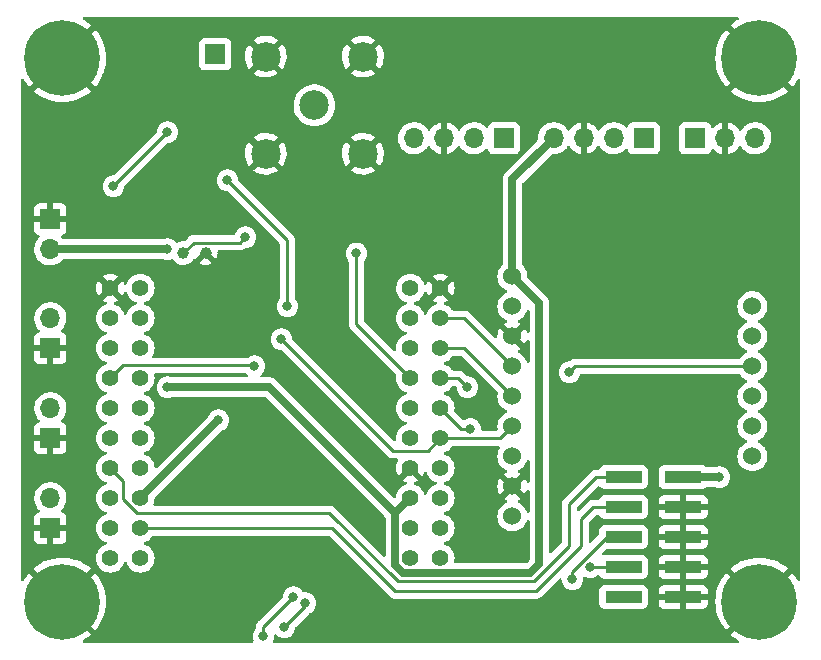
<source format=gbr>
%TF.GenerationSoftware,KiCad,Pcbnew,6.0.10-86aedd382b~118~ubuntu22.04.1*%
%TF.CreationDate,2023-01-08T15:51:37+01:00*%
%TF.ProjectId,mp3alarm,6d703361-6c61-4726-9d2e-6b696361645f,v0.2*%
%TF.SameCoordinates,Original*%
%TF.FileFunction,Copper,L2,Bot*%
%TF.FilePolarity,Positive*%
%FSLAX46Y46*%
G04 Gerber Fmt 4.6, Leading zero omitted, Abs format (unit mm)*
G04 Created by KiCad (PCBNEW 6.0.10-86aedd382b~118~ubuntu22.04.1) date 2023-01-08 15:51:37*
%MOMM*%
%LPD*%
G01*
G04 APERTURE LIST*
%TA.AperFunction,ComponentPad*%
%ADD10R,1.700000X1.700000*%
%TD*%
%TA.AperFunction,ComponentPad*%
%ADD11O,1.700000X1.700000*%
%TD*%
%TA.AperFunction,ComponentPad*%
%ADD12C,1.400000*%
%TD*%
%TA.AperFunction,ComponentPad*%
%ADD13C,1.524000*%
%TD*%
%TA.AperFunction,ComponentPad*%
%ADD14C,6.400000*%
%TD*%
%TA.AperFunction,ComponentPad*%
%ADD15C,2.500000*%
%TD*%
%TA.AperFunction,ComponentPad*%
%ADD16C,1.000000*%
%TD*%
%TA.AperFunction,SMDPad,CuDef*%
%ADD17R,3.150000X1.000000*%
%TD*%
%TA.AperFunction,ViaPad*%
%ADD18C,0.800000*%
%TD*%
%TA.AperFunction,Conductor*%
%ADD19C,0.635000*%
%TD*%
%TA.AperFunction,Conductor*%
%ADD20C,0.254000*%
%TD*%
G04 APERTURE END LIST*
D10*
%TO.P,J3,1,Pin_1*%
%TO.N,GND*%
X46990000Y-90170000D03*
D11*
%TO.P,J3,2,Pin_2*%
%TO.N,SW1*%
X46990000Y-87630000D03*
%TD*%
D10*
%TO.P,J5,1,Pin_1*%
%TO.N,SCL*%
X85399000Y-64770000D03*
D11*
%TO.P,J5,2,Pin_2*%
%TO.N,SDA*%
X82859000Y-64770000D03*
%TO.P,J5,3,Pin_3*%
%TO.N,GND*%
X80319000Y-64770000D03*
%TO.P,J5,4,Pin_4*%
%TO.N,VCC*%
X77779000Y-64770000D03*
%TD*%
D10*
%TO.P,J6,1,Pin_1*%
%TO.N,TM_CLK*%
X97218500Y-64770000D03*
D11*
%TO.P,J6,2,Pin_2*%
%TO.N,TM_DIO*%
X94678500Y-64770000D03*
%TO.P,J6,3,Pin_3*%
%TO.N,GND*%
X92138500Y-64770000D03*
%TO.P,J6,4,Pin_4*%
%TO.N,5V*%
X89598500Y-64770000D03*
%TD*%
D12*
%TO.P,U2,1,GND*%
%TO.N,GND*%
X52070000Y-77470000D03*
%TO.P,U2,2,RST*%
%TO.N,unconnected-(U2-Pad2)*%
X54610000Y-77470000D03*
%TO.P,U2,3,NC*%
%TO.N,unconnected-(U2-Pad3)*%
X52070000Y-80010000D03*
%TO.P,U2,4,IO_36/SVP/A0*%
%TO.N,SW1*%
X54610000Y-80010000D03*
%TO.P,U2,5,IO_39/SVN*%
%TO.N,SW2*%
X52070000Y-82550000D03*
%TO.P,U2,6,IO_26/D0*%
%TO.N,STATUS_DATA*%
X54610000Y-82550000D03*
%TO.P,U2,7,IO_35*%
%TO.N,I2S_RADIO_DOUT*%
X52070000Y-85090000D03*
%TO.P,U2,8,IO_18/D5*%
%TO.N,SD_CLK*%
X54610000Y-85090000D03*
%TO.P,U2,9,IO_33*%
%TO.N,RDA_R*%
X52070000Y-87630000D03*
%TO.P,U2,10,IO_19/D6*%
%TO.N,SD_DATA0*%
X54610000Y-87630000D03*
%TO.P,U2,11,IO_34*%
%TO.N,SW0*%
X52070000Y-90170000D03*
%TO.P,U2,12,IO_23/D7*%
%TO.N,SD_CMD*%
X54610000Y-90170000D03*
%TO.P,U2,13,IO_14/TMS*%
%TO.N,TMS*%
X52070000Y-92710000D03*
%TO.P,U2,14,IO_05/D8*%
%TO.N,SD_CD*%
X54610000Y-92710000D03*
%TO.P,U2,15,NC*%
%TO.N,unconnected-(U2-Pad15)*%
X52070000Y-95250000D03*
%TO.P,U2,16,3V3*%
%TO.N,VCC*%
X54610000Y-95250000D03*
%TO.P,U2,17,IO_09/SD2*%
%TO.N,unconnected-(U2-Pad17)*%
X52070000Y-97790000D03*
%TO.P,U2,18,IO_13/TCK*%
%TO.N,TCK*%
X54610000Y-97790000D03*
%TO.P,U2,19,CMD*%
%TO.N,unconnected-(U2-Pad19)*%
X52070000Y-100330000D03*
%TO.P,U2,20,IO_10/SD3*%
%TO.N,unconnected-(U2-Pad20)*%
X54610000Y-100330000D03*
%TO.P,U2,21,TXD*%
%TO.N,unconnected-(U2-Pad21)*%
X77470000Y-77470000D03*
%TO.P,U2,22,GND*%
%TO.N,GND*%
X80010000Y-77470000D03*
%TO.P,U2,23,RXD*%
%TO.N,unconnected-(U2-Pad23)*%
X77470000Y-80010000D03*
%TO.P,U2,24,IO_27*%
%TO.N,I2S_LRC*%
X80010000Y-80010000D03*
%TO.P,U2,25,IO_22/D1/SCL*%
%TO.N,SCL*%
X77470000Y-82550000D03*
%TO.P,U2,26,IO_25*%
%TO.N,I2S_DIN*%
X80010000Y-82550000D03*
%TO.P,U2,27,IO_21/D2/SDA*%
%TO.N,SDA*%
X77470000Y-85090000D03*
%TO.P,U2,28,IO_32*%
%TO.N,I2S_MUTE*%
X80010000Y-85090000D03*
%TO.P,U2,29,IO_17/D3*%
%TO.N,TM_DIO*%
X77470000Y-87630000D03*
%TO.P,U2,30,IO_12/TDI*%
%TO.N,TDI*%
X80010000Y-87630000D03*
%TO.P,U2,31,IO_16/D4*%
%TO.N,TM_CLK*%
X77470000Y-90170000D03*
%TO.P,U2,32,IO_04*%
%TO.N,I2S_BCLK*%
X80010000Y-90170000D03*
%TO.P,U2,33,GND*%
%TO.N,GND*%
X77470000Y-92710000D03*
%TO.P,U2,34,IO_00*%
%TO.N,unconnected-(U2-Pad34)*%
X80010000Y-92710000D03*
%TO.P,U2,35,VCC_(USB)*%
%TO.N,5V*%
X77470000Y-95250000D03*
%TO.P,U2,36,IO_02*%
%TO.N,unconnected-(U2-Pad36)*%
X80010000Y-95250000D03*
%TO.P,U2,37,TD0*%
%TO.N,TDO*%
X77470000Y-97790000D03*
%TO.P,U2,38,SD1*%
%TO.N,unconnected-(U2-Pad38)*%
X80010000Y-97790000D03*
%TO.P,U2,39,SD0*%
%TO.N,unconnected-(U2-Pad39)*%
X77470000Y-100330000D03*
%TO.P,U2,40,CLK*%
%TO.N,unconnected-(U2-Pad40)*%
X80010000Y-100330000D03*
%TD*%
D10*
%TO.P,J2,1,Pin_1*%
%TO.N,GND*%
X46990000Y-97790000D03*
D11*
%TO.P,J2,2,Pin_2*%
%TO.N,SW0*%
X46990000Y-95250000D03*
%TD*%
D10*
%TO.P,J9,1,Pin_1*%
%TO.N,ANT*%
X60960000Y-57658000D03*
%TD*%
%TO.P,J4,1,Pin_1*%
%TO.N,GND*%
X46990000Y-82550000D03*
D11*
%TO.P,J4,2,Pin_2*%
%TO.N,SW2*%
X46990000Y-80010000D03*
%TD*%
D10*
%TO.P,J1,1,Pin_1*%
%TO.N,Net-(J1-Pad1)*%
X101600000Y-64770000D03*
D11*
%TO.P,J1,2,Pin_2*%
%TO.N,GND*%
X104140000Y-64770000D03*
%TO.P,J1,3,Pin_3*%
%TO.N,Net-(J1-Pad3)*%
X106680000Y-64770000D03*
%TD*%
D10*
%TO.P,J8,1,Pin_1*%
%TO.N,GND*%
X46990000Y-71628000D03*
D11*
%TO.P,J8,2,Pin_2*%
%TO.N,5V*%
X46990000Y-74168000D03*
%TD*%
D13*
%TO.P,U1,1,VIN*%
%TO.N,5V*%
X86106000Y-76454000D03*
%TO.P,U1,2,3VO*%
%TO.N,unconnected-(U1-Pad2)*%
X86106000Y-78994000D03*
%TO.P,U1,3,GND*%
%TO.N,GND*%
X86106000Y-81534000D03*
%TO.P,U1,4,WSEL*%
%TO.N,I2S_LRC*%
X86106000Y-84074000D03*
%TO.P,U1,5,DIN*%
%TO.N,I2S_DIN*%
X86106000Y-86614000D03*
%TO.P,U1,6,BCLK*%
%TO.N,I2S_BCLK*%
X86106000Y-89154000D03*
%TO.P,U1,7,Lout*%
%TO.N,Net-(J1-Pad1)*%
X86106000Y-91694000D03*
%TO.P,U1,8,AGND*%
%TO.N,GND*%
X86106000Y-94234000D03*
%TO.P,U1,9,Rout*%
%TO.N,Net-(J1-Pad3)*%
X86106000Y-96774000D03*
%TO.P,U1,10,SCLK*%
%TO.N,unconnected-(U1-Pad10)*%
X106426000Y-78994000D03*
%TO.P,U1,11,SF1*%
%TO.N,unconnected-(U1-Pad11)*%
X106426000Y-81534000D03*
%TO.P,U1,12,MUTE*%
%TO.N,I2S_MUTE*%
X106426000Y-84074000D03*
%TO.P,U1,13,SF0*%
%TO.N,unconnected-(U1-Pad13)*%
X106426000Y-86614000D03*
%TO.P,U1,14,PLL*%
%TO.N,unconnected-(U1-Pad14)*%
X106426000Y-89154000D03*
%TO.P,U1,15,DEEM*%
%TO.N,unconnected-(U1-Pad15)*%
X106426000Y-91694000D03*
%TD*%
D14*
%TO.P,H2,1,1*%
%TO.N,GND*%
X48000000Y-104000000D03*
%TD*%
%TO.P,H4,1,1*%
%TO.N,GND*%
X107000000Y-58000000D03*
%TD*%
%TO.P,H3,1,1*%
%TO.N,GND*%
X107000000Y-104000000D03*
%TD*%
D15*
%TO.P,J10,1,In*%
%TO.N,ANT*%
X69342000Y-61976000D03*
%TO.P,J10,2,Ext*%
%TO.N,GND*%
X73457000Y-66091000D03*
X65227000Y-57861000D03*
X65227000Y-66091000D03*
X73457000Y-57861000D03*
%TD*%
D14*
%TO.P,H1,1,1*%
%TO.N,GND*%
X48000000Y-58000000D03*
%TD*%
D16*
%TO.P,Y1,1,1*%
%TO.N,Net-(IC1-Pad9)*%
X58232000Y-74490000D03*
%TO.P,Y1,2,2*%
%TO.N,GND*%
X60132000Y-74490000D03*
%TD*%
D17*
%TO.P,J0,1,Pin_1*%
%TO.N,VCC*%
X100569000Y-93472000D03*
%TO.P,J0,2,Pin_2*%
%TO.N,TMS*%
X95519000Y-93472000D03*
%TO.P,J0,3,Pin_3*%
%TO.N,GND*%
X100569000Y-96012000D03*
%TO.P,J0,4,Pin_4*%
%TO.N,TCK*%
X95519000Y-96012000D03*
%TO.P,J0,5,Pin_5*%
%TO.N,GND*%
X100569000Y-98552000D03*
%TO.P,J0,6,Pin_6*%
%TO.N,TDO*%
X95519000Y-98552000D03*
%TO.P,J0,7,Pin_7*%
%TO.N,GND*%
X100569000Y-101092000D03*
%TO.P,J0,8,Pin_8*%
%TO.N,TDI*%
X95519000Y-101092000D03*
%TO.P,J0,9,Pin_9*%
%TO.N,GND*%
X100569000Y-103632000D03*
%TO.P,J0,10,Pin_10*%
%TO.N,unconnected-(J0-Pad10)*%
X95519000Y-103632000D03*
%TD*%
D18*
%TO.N,GND*%
X61214000Y-92202000D03*
X89916000Y-86360000D03*
X92456000Y-70358000D03*
X83566000Y-87884000D03*
X64008000Y-103886000D03*
X84582000Y-99568000D03*
%TO.N,VCC*%
X61214000Y-88646000D03*
X103632000Y-93472000D03*
%TO.N,SDA*%
X72898000Y-74530500D03*
%TO.N,5V*%
X56896000Y-85852000D03*
X56896000Y-74168000D03*
%TO.N,SD_CMD*%
X65024000Y-106953000D03*
X67567455Y-103628545D03*
%TO.N,SD_CD*%
X68580000Y-104140000D03*
X66802000Y-106172000D03*
%TO.N,Net-(C1-Pad2)*%
X67056000Y-78994000D03*
X61976000Y-68326000D03*
%TO.N,I2S_BCLK*%
X66548000Y-81788000D03*
%TO.N,Net-(IC1-Pad9)*%
X63500000Y-73152000D03*
%TO.N,I2S_MUTE*%
X90932000Y-84582000D03*
X82296000Y-85852000D03*
%TO.N,I2S_RADIO_DOUT*%
X64262000Y-84074000D03*
%TO.N,Net-(D1-Pad4)*%
X52324000Y-68834000D03*
X56896000Y-64262000D03*
%TO.N,TDI*%
X92710000Y-101092000D03*
X82550000Y-89389500D03*
%TO.N,TDO*%
X91186000Y-102108000D03*
%TD*%
D19*
%TO.N,VCC*%
X54610000Y-95250000D02*
X61214000Y-88646000D01*
X103632000Y-93472000D02*
X100569000Y-93472000D01*
D20*
%TO.N,SDA*%
X72898000Y-74530500D02*
X72898000Y-80518000D01*
X72898000Y-80518000D02*
X77470000Y-85090000D01*
D19*
%TO.N,5V*%
X76859679Y-101601501D02*
X76198499Y-100940321D01*
X88392000Y-100838000D02*
X87628499Y-101601501D01*
X46990000Y-74168000D02*
X56896000Y-74168000D01*
X76198499Y-100940321D02*
X76198499Y-96521501D01*
X65528998Y-85852000D02*
X56896000Y-85852000D01*
X86106000Y-76454000D02*
X86106000Y-68262500D01*
X86106000Y-76454000D02*
X88392000Y-78740000D01*
X88392000Y-78740000D02*
X88392000Y-100838000D01*
X76198499Y-96521501D02*
X77470000Y-95250000D01*
X87628499Y-101601501D02*
X76859679Y-101601501D01*
X86106000Y-68262500D02*
X89598500Y-64770000D01*
X76198499Y-96521501D02*
X65528998Y-85852000D01*
D20*
%TO.N,SD_CMD*%
X65024000Y-106953000D02*
X65024000Y-106172000D01*
X65024000Y-106172000D02*
X67567455Y-103628545D01*
%TO.N,SD_CD*%
X68580000Y-104394000D02*
X68580000Y-104140000D01*
X66802000Y-106172000D02*
X68580000Y-104394000D01*
%TO.N,Net-(C1-Pad2)*%
X67056000Y-78994000D02*
X67056000Y-73406000D01*
X67056000Y-73406000D02*
X61976000Y-68326000D01*
%TO.N,I2S_LRC*%
X86106000Y-84074000D02*
X82042000Y-80010000D01*
X82042000Y-80010000D02*
X80010000Y-80010000D01*
%TO.N,I2S_DIN*%
X82042000Y-82550000D02*
X86106000Y-86614000D01*
X80010000Y-82550000D02*
X82042000Y-82550000D01*
%TO.N,I2S_BCLK*%
X66548000Y-81788000D02*
X76011000Y-91251000D01*
X80010000Y-90170000D02*
X85090000Y-90170000D01*
X85090000Y-90170000D02*
X86106000Y-89154000D01*
X76011000Y-91251000D02*
X78929000Y-91251000D01*
X78929000Y-91251000D02*
X80010000Y-90170000D01*
%TO.N,Net-(IC1-Pad9)*%
X59113000Y-73609000D02*
X58232000Y-74490000D01*
X63043000Y-73609000D02*
X59113000Y-73609000D01*
X63500000Y-73152000D02*
X63043000Y-73609000D01*
%TO.N,I2S_MUTE*%
X91440000Y-84074000D02*
X106426000Y-84074000D01*
X81534000Y-85090000D02*
X82296000Y-85852000D01*
X90932000Y-84582000D02*
X91440000Y-84074000D01*
X80010000Y-85090000D02*
X81534000Y-85090000D01*
%TO.N,I2S_RADIO_DOUT*%
X64197000Y-84009000D02*
X53151000Y-84009000D01*
X64262000Y-84074000D02*
X64197000Y-84009000D01*
X53151000Y-84009000D02*
X52070000Y-85090000D01*
%TO.N,Net-(D1-Pad4)*%
X52324000Y-68834000D02*
X56896000Y-64262000D01*
%TO.N,TDI*%
X80010000Y-87630000D02*
X81769500Y-89389500D01*
X92710000Y-101092000D02*
X95519000Y-101092000D01*
X81769500Y-89389500D02*
X82550000Y-89389500D01*
%TO.N,TDO*%
X94145499Y-98552000D02*
X95519000Y-98552000D01*
X91186000Y-101511499D02*
X94145499Y-98552000D01*
X91186000Y-102108000D02*
X91186000Y-101511499D01*
%TO.N,TCK*%
X54610000Y-97790000D02*
X70866000Y-97790000D01*
X91948000Y-99286000D02*
X91948000Y-97028000D01*
X92964000Y-96012000D02*
X95519000Y-96012000D01*
X76200000Y-103124000D02*
X88110000Y-103124000D01*
X70866000Y-97790000D02*
X76200000Y-103124000D01*
X91948000Y-97028000D02*
X92964000Y-96012000D01*
X88110000Y-103124000D02*
X91948000Y-99286000D01*
%TO.N,TMS*%
X76392001Y-102300001D02*
X87917827Y-102300001D01*
X52070000Y-92710000D02*
X53151000Y-93791000D01*
X90932000Y-95758000D02*
X93218000Y-93472000D01*
X90932000Y-99285828D02*
X90932000Y-95758000D01*
X53151000Y-93791000D02*
X53151000Y-95319765D01*
X53151000Y-95319765D02*
X54351235Y-96520000D01*
X70612000Y-96520000D02*
X76392001Y-102300001D01*
X87917827Y-102300001D02*
X90932000Y-99285828D01*
X54351235Y-96520000D02*
X70612000Y-96520000D01*
X93218000Y-93472000D02*
X95519000Y-93472000D01*
%TD*%
%TA.AperFunction,Conductor*%
%TO.N,GND*%
G36*
X105228176Y-54528502D02*
G01*
X105274669Y-54582158D01*
X105284773Y-54652432D01*
X105255279Y-54717012D01*
X105217258Y-54746767D01*
X105146397Y-54782872D01*
X105140687Y-54786169D01*
X104820265Y-54994253D01*
X104814939Y-54998123D01*
X104576165Y-55191478D01*
X104567700Y-55203733D01*
X104574034Y-55214824D01*
X109784310Y-60425100D01*
X109797386Y-60432241D01*
X109807753Y-60424784D01*
X110001877Y-60185061D01*
X110005747Y-60179735D01*
X110213831Y-59859313D01*
X110217128Y-59853603D01*
X110253233Y-59782742D01*
X110301981Y-59731127D01*
X110370896Y-59714061D01*
X110438098Y-59736962D01*
X110482250Y-59792559D01*
X110491500Y-59839945D01*
X110491500Y-102160055D01*
X110471498Y-102228176D01*
X110417842Y-102274669D01*
X110347568Y-102284773D01*
X110282988Y-102255279D01*
X110253233Y-102217258D01*
X110217128Y-102146397D01*
X110213831Y-102140687D01*
X110005747Y-101820265D01*
X110001877Y-101814939D01*
X109808522Y-101576165D01*
X109796267Y-101567700D01*
X109785176Y-101574034D01*
X104574900Y-106784310D01*
X104567759Y-106797386D01*
X104575216Y-106807753D01*
X104814935Y-107001874D01*
X104820272Y-107005751D01*
X105140685Y-107213830D01*
X105146394Y-107217126D01*
X105217257Y-107253233D01*
X105268872Y-107301981D01*
X105285938Y-107370896D01*
X105263037Y-107438098D01*
X105207440Y-107482250D01*
X105160054Y-107491500D01*
X65977466Y-107491500D01*
X65909345Y-107471498D01*
X65862852Y-107417842D01*
X65852748Y-107347568D01*
X65859313Y-107324811D01*
X65858527Y-107324556D01*
X65915502Y-107149206D01*
X65917542Y-107142928D01*
X65924104Y-107080500D01*
X65936814Y-106959565D01*
X65937504Y-106953000D01*
X65932418Y-106904606D01*
X65945191Y-106834767D01*
X65993693Y-106782921D01*
X66062526Y-106765527D01*
X66129836Y-106788109D01*
X66151357Y-106807119D01*
X66190747Y-106850866D01*
X66345248Y-106963118D01*
X66351276Y-106965802D01*
X66351278Y-106965803D01*
X66513681Y-107038109D01*
X66519712Y-107040794D01*
X66613113Y-107060647D01*
X66700056Y-107079128D01*
X66700061Y-107079128D01*
X66706513Y-107080500D01*
X66897487Y-107080500D01*
X66903939Y-107079128D01*
X66903944Y-107079128D01*
X66990888Y-107060647D01*
X67084288Y-107040794D01*
X67090319Y-107038109D01*
X67252722Y-106965803D01*
X67252724Y-106965802D01*
X67258752Y-106963118D01*
X67413253Y-106850866D01*
X67469760Y-106788109D01*
X67536621Y-106713852D01*
X67536622Y-106713851D01*
X67541040Y-106708944D01*
X67614652Y-106581444D01*
X67633223Y-106549279D01*
X67633224Y-106549278D01*
X67636527Y-106543556D01*
X67695542Y-106361928D01*
X67712575Y-106199867D01*
X67739588Y-106134210D01*
X67748790Y-106123942D01*
X68848749Y-105023984D01*
X68886595Y-104997972D01*
X69030722Y-104933803D01*
X69030724Y-104933802D01*
X69036752Y-104931118D01*
X69191253Y-104818866D01*
X69195675Y-104813955D01*
X69314621Y-104681852D01*
X69314622Y-104681851D01*
X69319040Y-104676944D01*
X69414527Y-104511556D01*
X69473542Y-104329928D01*
X69483588Y-104234351D01*
X69489286Y-104180134D01*
X93435500Y-104180134D01*
X93442255Y-104242316D01*
X93493385Y-104378705D01*
X93580739Y-104495261D01*
X93697295Y-104582615D01*
X93833684Y-104633745D01*
X93895866Y-104640500D01*
X97142134Y-104640500D01*
X97204316Y-104633745D01*
X97340705Y-104582615D01*
X97457261Y-104495261D01*
X97544615Y-104378705D01*
X97595745Y-104242316D01*
X97602500Y-104180134D01*
X97602500Y-104176669D01*
X98486001Y-104176669D01*
X98486371Y-104183490D01*
X98491895Y-104234352D01*
X98495521Y-104249604D01*
X98540676Y-104370054D01*
X98549214Y-104385649D01*
X98625715Y-104487724D01*
X98638276Y-104500285D01*
X98740351Y-104576786D01*
X98755946Y-104585324D01*
X98876394Y-104630478D01*
X98891649Y-104634105D01*
X98942514Y-104639631D01*
X98949328Y-104640000D01*
X100296885Y-104640000D01*
X100312124Y-104635525D01*
X100313329Y-104634135D01*
X100315000Y-104626452D01*
X100315000Y-104621884D01*
X100823000Y-104621884D01*
X100827475Y-104637123D01*
X100828865Y-104638328D01*
X100836548Y-104639999D01*
X102188669Y-104639999D01*
X102195490Y-104639629D01*
X102246352Y-104634105D01*
X102261604Y-104630479D01*
X102382054Y-104585324D01*
X102397649Y-104576786D01*
X102499724Y-104500285D01*
X102512285Y-104487724D01*
X102588786Y-104385649D01*
X102597324Y-104370054D01*
X102642478Y-104249606D01*
X102646105Y-104234351D01*
X102651631Y-104183486D01*
X102652000Y-104176672D01*
X102652000Y-104003301D01*
X103287084Y-104003301D01*
X103307080Y-104384833D01*
X103307766Y-104391371D01*
X103367535Y-104768734D01*
X103368906Y-104775184D01*
X103467788Y-105144216D01*
X103469829Y-105150498D01*
X103606740Y-105507164D01*
X103609422Y-105513189D01*
X103782872Y-105853603D01*
X103786169Y-105859313D01*
X103994253Y-106179735D01*
X103998123Y-106185061D01*
X104191478Y-106423835D01*
X104203733Y-106432300D01*
X104214824Y-106425966D01*
X106627978Y-104012812D01*
X106635592Y-103998868D01*
X106635461Y-103997035D01*
X106631210Y-103990420D01*
X104215690Y-101574900D01*
X104202614Y-101567759D01*
X104192247Y-101575216D01*
X103998123Y-101814939D01*
X103994253Y-101820265D01*
X103786169Y-102140687D01*
X103782872Y-102146397D01*
X103609422Y-102486811D01*
X103606740Y-102492836D01*
X103469829Y-102849502D01*
X103467788Y-102855784D01*
X103368906Y-103224816D01*
X103367535Y-103231266D01*
X103307766Y-103608629D01*
X103307080Y-103615167D01*
X103287084Y-103996699D01*
X103287084Y-104003301D01*
X102652000Y-104003301D01*
X102652000Y-103904115D01*
X102647525Y-103888876D01*
X102646135Y-103887671D01*
X102638452Y-103886000D01*
X100841115Y-103886000D01*
X100825876Y-103890475D01*
X100824671Y-103891865D01*
X100823000Y-103899548D01*
X100823000Y-104621884D01*
X100315000Y-104621884D01*
X100315000Y-103904115D01*
X100310525Y-103888876D01*
X100309135Y-103887671D01*
X100301452Y-103886000D01*
X98504116Y-103886000D01*
X98488877Y-103890475D01*
X98487672Y-103891865D01*
X98486001Y-103899548D01*
X98486001Y-104176669D01*
X97602500Y-104176669D01*
X97602500Y-103359885D01*
X98486000Y-103359885D01*
X98490475Y-103375124D01*
X98491865Y-103376329D01*
X98499548Y-103378000D01*
X100296885Y-103378000D01*
X100312124Y-103373525D01*
X100313329Y-103372135D01*
X100315000Y-103364452D01*
X100315000Y-103359885D01*
X100823000Y-103359885D01*
X100827475Y-103375124D01*
X100828865Y-103376329D01*
X100836548Y-103378000D01*
X102633884Y-103378000D01*
X102649123Y-103373525D01*
X102650328Y-103372135D01*
X102651999Y-103364452D01*
X102651999Y-103087331D01*
X102651629Y-103080510D01*
X102646105Y-103029648D01*
X102642479Y-103014396D01*
X102597324Y-102893946D01*
X102588786Y-102878351D01*
X102512285Y-102776276D01*
X102499724Y-102763715D01*
X102397649Y-102687214D01*
X102382054Y-102678676D01*
X102261606Y-102633522D01*
X102246351Y-102629895D01*
X102195486Y-102624369D01*
X102188672Y-102624000D01*
X100841115Y-102624000D01*
X100825876Y-102628475D01*
X100824671Y-102629865D01*
X100823000Y-102637548D01*
X100823000Y-103359885D01*
X100315000Y-103359885D01*
X100315000Y-102642116D01*
X100310525Y-102626877D01*
X100309135Y-102625672D01*
X100301452Y-102624001D01*
X98949331Y-102624001D01*
X98942510Y-102624371D01*
X98891648Y-102629895D01*
X98876396Y-102633521D01*
X98755946Y-102678676D01*
X98740351Y-102687214D01*
X98638276Y-102763715D01*
X98625715Y-102776276D01*
X98549214Y-102878351D01*
X98540676Y-102893946D01*
X98495522Y-103014394D01*
X98491895Y-103029649D01*
X98486369Y-103080514D01*
X98486000Y-103087328D01*
X98486000Y-103359885D01*
X97602500Y-103359885D01*
X97602500Y-103083866D01*
X97595745Y-103021684D01*
X97544615Y-102885295D01*
X97457261Y-102768739D01*
X97340705Y-102681385D01*
X97204316Y-102630255D01*
X97142134Y-102623500D01*
X93895866Y-102623500D01*
X93833684Y-102630255D01*
X93697295Y-102681385D01*
X93580739Y-102768739D01*
X93493385Y-102885295D01*
X93442255Y-103021684D01*
X93435500Y-103083866D01*
X93435500Y-104180134D01*
X69489286Y-104180134D01*
X69492814Y-104146565D01*
X69493504Y-104140000D01*
X69480136Y-104012812D01*
X69474232Y-103956635D01*
X69474232Y-103956633D01*
X69473542Y-103950072D01*
X69414527Y-103768444D01*
X69409687Y-103760060D01*
X69373967Y-103698192D01*
X69319040Y-103603056D01*
X69312329Y-103595602D01*
X69195675Y-103466045D01*
X69195674Y-103466044D01*
X69191253Y-103461134D01*
X69076829Y-103378000D01*
X69042094Y-103352763D01*
X69042093Y-103352762D01*
X69036752Y-103348882D01*
X69030724Y-103346198D01*
X69030722Y-103346197D01*
X68868319Y-103273891D01*
X68868318Y-103273891D01*
X68862288Y-103271206D01*
X68768478Y-103251266D01*
X68681944Y-103232872D01*
X68681939Y-103232872D01*
X68675487Y-103231500D01*
X68484513Y-103231500D01*
X68478062Y-103232871D01*
X68474580Y-103233237D01*
X68404742Y-103220463D01*
X68352295Y-103170928D01*
X68309796Y-103097319D01*
X68306495Y-103091601D01*
X68299531Y-103083866D01*
X68183130Y-102954590D01*
X68183129Y-102954589D01*
X68178708Y-102949679D01*
X68024207Y-102837427D01*
X68018179Y-102834743D01*
X68018177Y-102834742D01*
X67855774Y-102762436D01*
X67855773Y-102762436D01*
X67849743Y-102759751D01*
X67756342Y-102739898D01*
X67669399Y-102721417D01*
X67669394Y-102721417D01*
X67662942Y-102720045D01*
X67471968Y-102720045D01*
X67465516Y-102721417D01*
X67465511Y-102721417D01*
X67378568Y-102739898D01*
X67285167Y-102759751D01*
X67279137Y-102762436D01*
X67279136Y-102762436D01*
X67116733Y-102834742D01*
X67116731Y-102834743D01*
X67110703Y-102837427D01*
X66956202Y-102949679D01*
X66951781Y-102954589D01*
X66951780Y-102954590D01*
X66835380Y-103083866D01*
X66828415Y-103091601D01*
X66732928Y-103256989D01*
X66673913Y-103438617D01*
X66673223Y-103445178D01*
X66673223Y-103445180D01*
X66656880Y-103600677D01*
X66629867Y-103666334D01*
X66620665Y-103676602D01*
X64630517Y-105666750D01*
X64622191Y-105674326D01*
X64615697Y-105678447D01*
X64610274Y-105684222D01*
X64568915Y-105728265D01*
X64566160Y-105731107D01*
X64546361Y-105750906D01*
X64543937Y-105754031D01*
X64543929Y-105754040D01*
X64543863Y-105754126D01*
X64536155Y-105763151D01*
X64505783Y-105795494D01*
X64501965Y-105802438D01*
X64501964Y-105802440D01*
X64495978Y-105813329D01*
X64485127Y-105829847D01*
X64472650Y-105845933D01*
X64455024Y-105886666D01*
X64449807Y-105897314D01*
X64428431Y-105936197D01*
X64426460Y-105943872D01*
X64426458Y-105943878D01*
X64423369Y-105955911D01*
X64416966Y-105974613D01*
X64408883Y-105993292D01*
X64407644Y-106001117D01*
X64401940Y-106037127D01*
X64399535Y-106048740D01*
X64388500Y-106091718D01*
X64388500Y-106112065D01*
X64386949Y-106131776D01*
X64385005Y-106144050D01*
X64383765Y-106151879D01*
X64384511Y-106159771D01*
X64387941Y-106196056D01*
X64388500Y-106207914D01*
X64388500Y-106252697D01*
X64368498Y-106320818D01*
X64356136Y-106337006D01*
X64284960Y-106416056D01*
X64275616Y-106432241D01*
X64208044Y-106549279D01*
X64189473Y-106581444D01*
X64130458Y-106763072D01*
X64129768Y-106769633D01*
X64129768Y-106769635D01*
X64120822Y-106854749D01*
X64110496Y-106953000D01*
X64111186Y-106959565D01*
X64123897Y-107080500D01*
X64130458Y-107142928D01*
X64132498Y-107149206D01*
X64189473Y-107324556D01*
X64187125Y-107325319D01*
X64195075Y-107384619D01*
X64164968Y-107448916D01*
X64104879Y-107486729D01*
X64070534Y-107491500D01*
X49839946Y-107491500D01*
X49771825Y-107471498D01*
X49725332Y-107417842D01*
X49715228Y-107347568D01*
X49744722Y-107282988D01*
X49782743Y-107253233D01*
X49853606Y-107217126D01*
X49859315Y-107213830D01*
X50179728Y-107005751D01*
X50185065Y-107001874D01*
X50423835Y-106808522D01*
X50432300Y-106796267D01*
X50425966Y-106785176D01*
X47641922Y-104001132D01*
X48364408Y-104001132D01*
X48364539Y-104002965D01*
X48368790Y-104009580D01*
X50784310Y-106425100D01*
X50797386Y-106432241D01*
X50807753Y-106424784D01*
X51001877Y-106185061D01*
X51005747Y-106179735D01*
X51213831Y-105859313D01*
X51217128Y-105853603D01*
X51390578Y-105513189D01*
X51393260Y-105507164D01*
X51530171Y-105150498D01*
X51532212Y-105144216D01*
X51631094Y-104775184D01*
X51632465Y-104768734D01*
X51692234Y-104391371D01*
X51692920Y-104384833D01*
X51712916Y-104003301D01*
X51712916Y-103996699D01*
X51692920Y-103615167D01*
X51692234Y-103608629D01*
X51632465Y-103231266D01*
X51631094Y-103224816D01*
X51532212Y-102855784D01*
X51530171Y-102849502D01*
X51393260Y-102492836D01*
X51390578Y-102486811D01*
X51217128Y-102146397D01*
X51213831Y-102140687D01*
X51005747Y-101820265D01*
X51001877Y-101814939D01*
X50808522Y-101576165D01*
X50796267Y-101567700D01*
X50785176Y-101574034D01*
X48372022Y-103987188D01*
X48364408Y-104001132D01*
X47641922Y-104001132D01*
X45215690Y-101574900D01*
X45202614Y-101567759D01*
X45192247Y-101575216D01*
X44998123Y-101814939D01*
X44994253Y-101820265D01*
X44786169Y-102140687D01*
X44782872Y-102146397D01*
X44746767Y-102217258D01*
X44698019Y-102268873D01*
X44629104Y-102285939D01*
X44561902Y-102263038D01*
X44517750Y-102207441D01*
X44508500Y-102160055D01*
X44508500Y-101203733D01*
X45567700Y-101203733D01*
X45574034Y-101214824D01*
X47987188Y-103627978D01*
X48001132Y-103635592D01*
X48002965Y-103635461D01*
X48009580Y-103631210D01*
X50425100Y-101215690D01*
X50432241Y-101202614D01*
X50424784Y-101192247D01*
X50185065Y-100998126D01*
X50179728Y-100994249D01*
X49859315Y-100786170D01*
X49853606Y-100782873D01*
X49513189Y-100609422D01*
X49507164Y-100606740D01*
X49150498Y-100469829D01*
X49144216Y-100467788D01*
X48775184Y-100368906D01*
X48768734Y-100367535D01*
X48531750Y-100330000D01*
X50856884Y-100330000D01*
X50875314Y-100540655D01*
X50930044Y-100744910D01*
X50932366Y-100749891D01*
X50932367Y-100749892D01*
X50973453Y-100838000D01*
X51019411Y-100936558D01*
X51140699Y-101109776D01*
X51290224Y-101259301D01*
X51463442Y-101380589D01*
X51468420Y-101382910D01*
X51468423Y-101382912D01*
X51650108Y-101467633D01*
X51655090Y-101469956D01*
X51660398Y-101471378D01*
X51660400Y-101471379D01*
X51854030Y-101523262D01*
X51854032Y-101523262D01*
X51859345Y-101524686D01*
X52070000Y-101543116D01*
X52280655Y-101524686D01*
X52285968Y-101523262D01*
X52285970Y-101523262D01*
X52479600Y-101471379D01*
X52479602Y-101471378D01*
X52484910Y-101469956D01*
X52489892Y-101467633D01*
X52671577Y-101382912D01*
X52671580Y-101382910D01*
X52676558Y-101380589D01*
X52849776Y-101259301D01*
X52999301Y-101109776D01*
X53120589Y-100936558D01*
X53166548Y-100838000D01*
X53207633Y-100749892D01*
X53207634Y-100749891D01*
X53209956Y-100744910D01*
X53218293Y-100713796D01*
X53255245Y-100653173D01*
X53319106Y-100622152D01*
X53389600Y-100630580D01*
X53444347Y-100675783D01*
X53461707Y-100713796D01*
X53470044Y-100744910D01*
X53472366Y-100749891D01*
X53472367Y-100749892D01*
X53513453Y-100838000D01*
X53559411Y-100936558D01*
X53680699Y-101109776D01*
X53830224Y-101259301D01*
X54003442Y-101380589D01*
X54008420Y-101382910D01*
X54008423Y-101382912D01*
X54190108Y-101467633D01*
X54195090Y-101469956D01*
X54200398Y-101471378D01*
X54200400Y-101471379D01*
X54394030Y-101523262D01*
X54394032Y-101523262D01*
X54399345Y-101524686D01*
X54610000Y-101543116D01*
X54820655Y-101524686D01*
X54825968Y-101523262D01*
X54825970Y-101523262D01*
X55019600Y-101471379D01*
X55019602Y-101471378D01*
X55024910Y-101469956D01*
X55029892Y-101467633D01*
X55211577Y-101382912D01*
X55211580Y-101382910D01*
X55216558Y-101380589D01*
X55389776Y-101259301D01*
X55539301Y-101109776D01*
X55660589Y-100936558D01*
X55706548Y-100838000D01*
X55747633Y-100749892D01*
X55747634Y-100749891D01*
X55749956Y-100744910D01*
X55804686Y-100540655D01*
X55823116Y-100330000D01*
X55804686Y-100119345D01*
X55797767Y-100093522D01*
X55751379Y-99920400D01*
X55751378Y-99920398D01*
X55749956Y-99915090D01*
X55699037Y-99805894D01*
X55662912Y-99728423D01*
X55662910Y-99728420D01*
X55660589Y-99723442D01*
X55539301Y-99550224D01*
X55389776Y-99400699D01*
X55216558Y-99279411D01*
X55211580Y-99277090D01*
X55211577Y-99277088D01*
X55029892Y-99192367D01*
X55029891Y-99192366D01*
X55024910Y-99190044D01*
X55019602Y-99188622D01*
X55019600Y-99188621D01*
X54993796Y-99181707D01*
X54933173Y-99144755D01*
X54902152Y-99080894D01*
X54910580Y-99010400D01*
X54955783Y-98955653D01*
X54993796Y-98938293D01*
X55019600Y-98931379D01*
X55019602Y-98931378D01*
X55024910Y-98929956D01*
X55029892Y-98927633D01*
X55211577Y-98842912D01*
X55211580Y-98842910D01*
X55216558Y-98840589D01*
X55389776Y-98719301D01*
X55539301Y-98569776D01*
X55542460Y-98565265D01*
X55602703Y-98479229D01*
X55658160Y-98434901D01*
X55705916Y-98425500D01*
X70550578Y-98425500D01*
X70618699Y-98445502D01*
X70639673Y-98462405D01*
X75694750Y-103517483D01*
X75702326Y-103525809D01*
X75706447Y-103532303D01*
X75712222Y-103537726D01*
X75756265Y-103579085D01*
X75759107Y-103581840D01*
X75778906Y-103601639D01*
X75782037Y-103604068D01*
X75782042Y-103604072D01*
X75782128Y-103604139D01*
X75791153Y-103611847D01*
X75817715Y-103636791D01*
X75817719Y-103636794D01*
X75823494Y-103642217D01*
X75830440Y-103646036D01*
X75830445Y-103646039D01*
X75841328Y-103652022D01*
X75857856Y-103662878D01*
X75867671Y-103670492D01*
X75867674Y-103670494D01*
X75873933Y-103675349D01*
X75881203Y-103678495D01*
X75881208Y-103678498D01*
X75914650Y-103692969D01*
X75925311Y-103698192D01*
X75957247Y-103715749D01*
X75957252Y-103715751D01*
X75964197Y-103719569D01*
X75971871Y-103721539D01*
X75971878Y-103721542D01*
X75983913Y-103724632D01*
X76002618Y-103731036D01*
X76014013Y-103735967D01*
X76021292Y-103739117D01*
X76036401Y-103741510D01*
X76065127Y-103746060D01*
X76076740Y-103748465D01*
X76119718Y-103759500D01*
X76140065Y-103759500D01*
X76159777Y-103761051D01*
X76179879Y-103764235D01*
X76187771Y-103763489D01*
X76224056Y-103760059D01*
X76235914Y-103759500D01*
X88030980Y-103759500D01*
X88042214Y-103760030D01*
X88049719Y-103761708D01*
X88118012Y-103759562D01*
X88121969Y-103759500D01*
X88149983Y-103759500D01*
X88153908Y-103759004D01*
X88153909Y-103759004D01*
X88154004Y-103758992D01*
X88165849Y-103758059D01*
X88195670Y-103757122D01*
X88202282Y-103756914D01*
X88202283Y-103756914D01*
X88210205Y-103756665D01*
X88229749Y-103750987D01*
X88249112Y-103746977D01*
X88261440Y-103745420D01*
X88261442Y-103745420D01*
X88269299Y-103744427D01*
X88276663Y-103741511D01*
X88276668Y-103741510D01*
X88310556Y-103728093D01*
X88321785Y-103724248D01*
X88338465Y-103719402D01*
X88364393Y-103711869D01*
X88371220Y-103707831D01*
X88371223Y-103707830D01*
X88381906Y-103701512D01*
X88399664Y-103692812D01*
X88411215Y-103688239D01*
X88411221Y-103688235D01*
X88418588Y-103685319D01*
X88427977Y-103678498D01*
X88454488Y-103659236D01*
X88464410Y-103652719D01*
X88495768Y-103634174D01*
X88495772Y-103634171D01*
X88502598Y-103630134D01*
X88516982Y-103615750D01*
X88532016Y-103602909D01*
X88542073Y-103595602D01*
X88548487Y-103590942D01*
X88576778Y-103556744D01*
X88584767Y-103547965D01*
X89454499Y-102678233D01*
X90062141Y-102070592D01*
X90124451Y-102036567D01*
X90195266Y-102041632D01*
X90252102Y-102084179D01*
X90276544Y-102146517D01*
X90283979Y-102217258D01*
X90292458Y-102297928D01*
X90351473Y-102479556D01*
X90446960Y-102644944D01*
X90451378Y-102649851D01*
X90451379Y-102649852D01*
X90552750Y-102762436D01*
X90574747Y-102786866D01*
X90729248Y-102899118D01*
X90735276Y-102901802D01*
X90735278Y-102901803D01*
X90897681Y-102974109D01*
X90903712Y-102976794D01*
X90997113Y-102996647D01*
X91084056Y-103015128D01*
X91084061Y-103015128D01*
X91090513Y-103016500D01*
X91281487Y-103016500D01*
X91287939Y-103015128D01*
X91287944Y-103015128D01*
X91374888Y-102996647D01*
X91468288Y-102976794D01*
X91474319Y-102974109D01*
X91636722Y-102901803D01*
X91636724Y-102901802D01*
X91642752Y-102899118D01*
X91797253Y-102786866D01*
X91819250Y-102762436D01*
X91920621Y-102649852D01*
X91920622Y-102649851D01*
X91925040Y-102644944D01*
X92020527Y-102479556D01*
X92079542Y-102297928D01*
X92089053Y-102207441D01*
X92098814Y-102114565D01*
X92099504Y-102108000D01*
X92089972Y-102017309D01*
X92102744Y-101947471D01*
X92151246Y-101895624D01*
X92220079Y-101878230D01*
X92266531Y-101889032D01*
X92415285Y-101955261D01*
X92427712Y-101960794D01*
X92521113Y-101980647D01*
X92608056Y-101999128D01*
X92608061Y-101999128D01*
X92614513Y-102000500D01*
X92805487Y-102000500D01*
X92811939Y-101999128D01*
X92811944Y-101999128D01*
X92898887Y-101980647D01*
X92992288Y-101960794D01*
X92998319Y-101958109D01*
X93160722Y-101885803D01*
X93160724Y-101885802D01*
X93166752Y-101883118D01*
X93303040Y-101784099D01*
X93369906Y-101760241D01*
X93439058Y-101776321D01*
X93487619Y-101825524D01*
X93490235Y-101830301D01*
X93493385Y-101838705D01*
X93498769Y-101845888D01*
X93498769Y-101845889D01*
X93523007Y-101878230D01*
X93580739Y-101955261D01*
X93697295Y-102042615D01*
X93833684Y-102093745D01*
X93895866Y-102100500D01*
X97142134Y-102100500D01*
X97204316Y-102093745D01*
X97340705Y-102042615D01*
X97457261Y-101955261D01*
X97544615Y-101838705D01*
X97595745Y-101702316D01*
X97602500Y-101640134D01*
X97602500Y-101636669D01*
X98486001Y-101636669D01*
X98486371Y-101643490D01*
X98491895Y-101694352D01*
X98495521Y-101709604D01*
X98540676Y-101830054D01*
X98549214Y-101845649D01*
X98625715Y-101947724D01*
X98638276Y-101960285D01*
X98740351Y-102036786D01*
X98755946Y-102045324D01*
X98876394Y-102090478D01*
X98891649Y-102094105D01*
X98942514Y-102099631D01*
X98949328Y-102100000D01*
X100296885Y-102100000D01*
X100312124Y-102095525D01*
X100313329Y-102094135D01*
X100315000Y-102086452D01*
X100315000Y-102081884D01*
X100823000Y-102081884D01*
X100827475Y-102097123D01*
X100828865Y-102098328D01*
X100836548Y-102099999D01*
X102188669Y-102099999D01*
X102195490Y-102099629D01*
X102246352Y-102094105D01*
X102261604Y-102090479D01*
X102382054Y-102045324D01*
X102397649Y-102036786D01*
X102499724Y-101960285D01*
X102512285Y-101947724D01*
X102588786Y-101845649D01*
X102597324Y-101830054D01*
X102642478Y-101709606D01*
X102646105Y-101694351D01*
X102651631Y-101643486D01*
X102652000Y-101636672D01*
X102652000Y-101364115D01*
X102647525Y-101348876D01*
X102646135Y-101347671D01*
X102638452Y-101346000D01*
X100841115Y-101346000D01*
X100825876Y-101350475D01*
X100824671Y-101351865D01*
X100823000Y-101359548D01*
X100823000Y-102081884D01*
X100315000Y-102081884D01*
X100315000Y-101364115D01*
X100310525Y-101348876D01*
X100309135Y-101347671D01*
X100301452Y-101346000D01*
X98504116Y-101346000D01*
X98488877Y-101350475D01*
X98487672Y-101351865D01*
X98486001Y-101359548D01*
X98486001Y-101636669D01*
X97602500Y-101636669D01*
X97602500Y-101203733D01*
X104567700Y-101203733D01*
X104574034Y-101214824D01*
X106987188Y-103627978D01*
X107001132Y-103635592D01*
X107002965Y-103635461D01*
X107009580Y-103631210D01*
X109425100Y-101215690D01*
X109432241Y-101202614D01*
X109424784Y-101192247D01*
X109185065Y-100998126D01*
X109179728Y-100994249D01*
X108859315Y-100786170D01*
X108853606Y-100782873D01*
X108513189Y-100609422D01*
X108507164Y-100606740D01*
X108150498Y-100469829D01*
X108144216Y-100467788D01*
X107775184Y-100368906D01*
X107768734Y-100367535D01*
X107391371Y-100307766D01*
X107384833Y-100307080D01*
X107003301Y-100287084D01*
X106996699Y-100287084D01*
X106615167Y-100307080D01*
X106608629Y-100307766D01*
X106231266Y-100367535D01*
X106224816Y-100368906D01*
X105855784Y-100467788D01*
X105849502Y-100469829D01*
X105492836Y-100606740D01*
X105486811Y-100609422D01*
X105146397Y-100782872D01*
X105140687Y-100786169D01*
X104820265Y-100994253D01*
X104814939Y-100998123D01*
X104576165Y-101191478D01*
X104567700Y-101203733D01*
X97602500Y-101203733D01*
X97602500Y-100819885D01*
X98486000Y-100819885D01*
X98490475Y-100835124D01*
X98491865Y-100836329D01*
X98499548Y-100838000D01*
X100296885Y-100838000D01*
X100312124Y-100833525D01*
X100313329Y-100832135D01*
X100315000Y-100824452D01*
X100315000Y-100819885D01*
X100823000Y-100819885D01*
X100827475Y-100835124D01*
X100828865Y-100836329D01*
X100836548Y-100838000D01*
X102633884Y-100838000D01*
X102649123Y-100833525D01*
X102650328Y-100832135D01*
X102651999Y-100824452D01*
X102651999Y-100547331D01*
X102651629Y-100540510D01*
X102646105Y-100489648D01*
X102642479Y-100474396D01*
X102597324Y-100353946D01*
X102588786Y-100338351D01*
X102512285Y-100236276D01*
X102499724Y-100223715D01*
X102397649Y-100147214D01*
X102382054Y-100138676D01*
X102261606Y-100093522D01*
X102246351Y-100089895D01*
X102195486Y-100084369D01*
X102188672Y-100084000D01*
X100841115Y-100084000D01*
X100825876Y-100088475D01*
X100824671Y-100089865D01*
X100823000Y-100097548D01*
X100823000Y-100819885D01*
X100315000Y-100819885D01*
X100315000Y-100102116D01*
X100310525Y-100086877D01*
X100309135Y-100085672D01*
X100301452Y-100084001D01*
X98949331Y-100084001D01*
X98942510Y-100084371D01*
X98891648Y-100089895D01*
X98876396Y-100093521D01*
X98755946Y-100138676D01*
X98740351Y-100147214D01*
X98638276Y-100223715D01*
X98625715Y-100236276D01*
X98549214Y-100338351D01*
X98540676Y-100353946D01*
X98495522Y-100474394D01*
X98491895Y-100489649D01*
X98486369Y-100540514D01*
X98486000Y-100547328D01*
X98486000Y-100819885D01*
X97602500Y-100819885D01*
X97602500Y-100543866D01*
X97595745Y-100481684D01*
X97544615Y-100345295D01*
X97457261Y-100228739D01*
X97340705Y-100141385D01*
X97204316Y-100090255D01*
X97142134Y-100083500D01*
X93895866Y-100083500D01*
X93892469Y-100083869D01*
X93841534Y-100089402D01*
X93841532Y-100089402D01*
X93833684Y-100090255D01*
X93832378Y-100090745D01*
X93764356Y-100087194D01*
X93706712Y-100045749D01*
X93680626Y-99979718D01*
X93694380Y-99910066D01*
X93717014Y-99879218D01*
X93998827Y-99597405D01*
X94061139Y-99563379D01*
X94087922Y-99560500D01*
X97142134Y-99560500D01*
X97204316Y-99553745D01*
X97340705Y-99502615D01*
X97457261Y-99415261D01*
X97544615Y-99298705D01*
X97595745Y-99162316D01*
X97602500Y-99100134D01*
X97602500Y-99096669D01*
X98486001Y-99096669D01*
X98486371Y-99103490D01*
X98491895Y-99154352D01*
X98495521Y-99169604D01*
X98540676Y-99290054D01*
X98549214Y-99305649D01*
X98625715Y-99407724D01*
X98638276Y-99420285D01*
X98740351Y-99496786D01*
X98755946Y-99505324D01*
X98876394Y-99550478D01*
X98891649Y-99554105D01*
X98942514Y-99559631D01*
X98949328Y-99560000D01*
X100296885Y-99560000D01*
X100312124Y-99555525D01*
X100313329Y-99554135D01*
X100315000Y-99546452D01*
X100315000Y-99541884D01*
X100823000Y-99541884D01*
X100827475Y-99557123D01*
X100828865Y-99558328D01*
X100836548Y-99559999D01*
X102188669Y-99559999D01*
X102195490Y-99559629D01*
X102246352Y-99554105D01*
X102261604Y-99550479D01*
X102382054Y-99505324D01*
X102397649Y-99496786D01*
X102499724Y-99420285D01*
X102512285Y-99407724D01*
X102588786Y-99305649D01*
X102597324Y-99290054D01*
X102642478Y-99169606D01*
X102646105Y-99154351D01*
X102651631Y-99103486D01*
X102652000Y-99096672D01*
X102652000Y-98824115D01*
X102647525Y-98808876D01*
X102646135Y-98807671D01*
X102638452Y-98806000D01*
X100841115Y-98806000D01*
X100825876Y-98810475D01*
X100824671Y-98811865D01*
X100823000Y-98819548D01*
X100823000Y-99541884D01*
X100315000Y-99541884D01*
X100315000Y-98824115D01*
X100310525Y-98808876D01*
X100309135Y-98807671D01*
X100301452Y-98806000D01*
X98504116Y-98806000D01*
X98488877Y-98810475D01*
X98487672Y-98811865D01*
X98486001Y-98819548D01*
X98486001Y-99096669D01*
X97602500Y-99096669D01*
X97602500Y-98279885D01*
X98486000Y-98279885D01*
X98490475Y-98295124D01*
X98491865Y-98296329D01*
X98499548Y-98298000D01*
X100296885Y-98298000D01*
X100312124Y-98293525D01*
X100313329Y-98292135D01*
X100315000Y-98284452D01*
X100315000Y-98279885D01*
X100823000Y-98279885D01*
X100827475Y-98295124D01*
X100828865Y-98296329D01*
X100836548Y-98298000D01*
X102633884Y-98298000D01*
X102649123Y-98293525D01*
X102650328Y-98292135D01*
X102651999Y-98284452D01*
X102651999Y-98007331D01*
X102651629Y-98000510D01*
X102646105Y-97949648D01*
X102642479Y-97934396D01*
X102597324Y-97813946D01*
X102588786Y-97798351D01*
X102512285Y-97696276D01*
X102499724Y-97683715D01*
X102397649Y-97607214D01*
X102382054Y-97598676D01*
X102261606Y-97553522D01*
X102246351Y-97549895D01*
X102195486Y-97544369D01*
X102188672Y-97544000D01*
X100841115Y-97544000D01*
X100825876Y-97548475D01*
X100824671Y-97549865D01*
X100823000Y-97557548D01*
X100823000Y-98279885D01*
X100315000Y-98279885D01*
X100315000Y-97562116D01*
X100310525Y-97546877D01*
X100309135Y-97545672D01*
X100301452Y-97544001D01*
X98949331Y-97544001D01*
X98942510Y-97544371D01*
X98891648Y-97549895D01*
X98876396Y-97553521D01*
X98755946Y-97598676D01*
X98740351Y-97607214D01*
X98638276Y-97683715D01*
X98625715Y-97696276D01*
X98549214Y-97798351D01*
X98540676Y-97813946D01*
X98495522Y-97934394D01*
X98491895Y-97949649D01*
X98486369Y-98000514D01*
X98486000Y-98007328D01*
X98486000Y-98279885D01*
X97602500Y-98279885D01*
X97602500Y-98003866D01*
X97595745Y-97941684D01*
X97544615Y-97805295D01*
X97457261Y-97688739D01*
X97340705Y-97601385D01*
X97204316Y-97550255D01*
X97142134Y-97543500D01*
X93895866Y-97543500D01*
X93833684Y-97550255D01*
X93697295Y-97601385D01*
X93580739Y-97688739D01*
X93493385Y-97805295D01*
X93442255Y-97941684D01*
X93435500Y-98003866D01*
X93435500Y-98311076D01*
X93415498Y-98379197D01*
X93398595Y-98400171D01*
X92798595Y-99000171D01*
X92736283Y-99034197D01*
X92665468Y-99029132D01*
X92608632Y-98986585D01*
X92583821Y-98920065D01*
X92583500Y-98911076D01*
X92583500Y-97343423D01*
X92603502Y-97275302D01*
X92620405Y-97254327D01*
X93190329Y-96684404D01*
X93252641Y-96650379D01*
X93279424Y-96647500D01*
X93364368Y-96647500D01*
X93432489Y-96667502D01*
X93478982Y-96721158D01*
X93482349Y-96729267D01*
X93493385Y-96758705D01*
X93580739Y-96875261D01*
X93697295Y-96962615D01*
X93833684Y-97013745D01*
X93895866Y-97020500D01*
X97142134Y-97020500D01*
X97204316Y-97013745D01*
X97340705Y-96962615D01*
X97457261Y-96875261D01*
X97544615Y-96758705D01*
X97595745Y-96622316D01*
X97602500Y-96560134D01*
X97602500Y-96556669D01*
X98486001Y-96556669D01*
X98486371Y-96563490D01*
X98491895Y-96614352D01*
X98495521Y-96629604D01*
X98540676Y-96750054D01*
X98549214Y-96765649D01*
X98625715Y-96867724D01*
X98638276Y-96880285D01*
X98740351Y-96956786D01*
X98755946Y-96965324D01*
X98876394Y-97010478D01*
X98891649Y-97014105D01*
X98942514Y-97019631D01*
X98949328Y-97020000D01*
X100296885Y-97020000D01*
X100312124Y-97015525D01*
X100313329Y-97014135D01*
X100315000Y-97006452D01*
X100315000Y-97001884D01*
X100823000Y-97001884D01*
X100827475Y-97017123D01*
X100828865Y-97018328D01*
X100836548Y-97019999D01*
X102188669Y-97019999D01*
X102195490Y-97019629D01*
X102246352Y-97014105D01*
X102261604Y-97010479D01*
X102382054Y-96965324D01*
X102397649Y-96956786D01*
X102499724Y-96880285D01*
X102512285Y-96867724D01*
X102588786Y-96765649D01*
X102597324Y-96750054D01*
X102642478Y-96629606D01*
X102646105Y-96614351D01*
X102651631Y-96563486D01*
X102652000Y-96556672D01*
X102652000Y-96284115D01*
X102647525Y-96268876D01*
X102646135Y-96267671D01*
X102638452Y-96266000D01*
X100841115Y-96266000D01*
X100825876Y-96270475D01*
X100824671Y-96271865D01*
X100823000Y-96279548D01*
X100823000Y-97001884D01*
X100315000Y-97001884D01*
X100315000Y-96284115D01*
X100310525Y-96268876D01*
X100309135Y-96267671D01*
X100301452Y-96266000D01*
X98504116Y-96266000D01*
X98488877Y-96270475D01*
X98487672Y-96271865D01*
X98486001Y-96279548D01*
X98486001Y-96556669D01*
X97602500Y-96556669D01*
X97602500Y-95739885D01*
X98486000Y-95739885D01*
X98490475Y-95755124D01*
X98491865Y-95756329D01*
X98499548Y-95758000D01*
X100296885Y-95758000D01*
X100312124Y-95753525D01*
X100313329Y-95752135D01*
X100315000Y-95744452D01*
X100315000Y-95739885D01*
X100823000Y-95739885D01*
X100827475Y-95755124D01*
X100828865Y-95756329D01*
X100836548Y-95758000D01*
X102633884Y-95758000D01*
X102649123Y-95753525D01*
X102650328Y-95752135D01*
X102651999Y-95744452D01*
X102651999Y-95467331D01*
X102651629Y-95460510D01*
X102646105Y-95409648D01*
X102642479Y-95394396D01*
X102597324Y-95273946D01*
X102588786Y-95258351D01*
X102512285Y-95156276D01*
X102499724Y-95143715D01*
X102397649Y-95067214D01*
X102382054Y-95058676D01*
X102261606Y-95013522D01*
X102246351Y-95009895D01*
X102195486Y-95004369D01*
X102188672Y-95004000D01*
X100841115Y-95004000D01*
X100825876Y-95008475D01*
X100824671Y-95009865D01*
X100823000Y-95017548D01*
X100823000Y-95739885D01*
X100315000Y-95739885D01*
X100315000Y-95022116D01*
X100310525Y-95006877D01*
X100309135Y-95005672D01*
X100301452Y-95004001D01*
X98949331Y-95004001D01*
X98942510Y-95004371D01*
X98891648Y-95009895D01*
X98876396Y-95013521D01*
X98755946Y-95058676D01*
X98740351Y-95067214D01*
X98638276Y-95143715D01*
X98625715Y-95156276D01*
X98549214Y-95258351D01*
X98540676Y-95273946D01*
X98495522Y-95394394D01*
X98491895Y-95409649D01*
X98486369Y-95460514D01*
X98486000Y-95467328D01*
X98486000Y-95739885D01*
X97602500Y-95739885D01*
X97602500Y-95463866D01*
X97595745Y-95401684D01*
X97544615Y-95265295D01*
X97457261Y-95148739D01*
X97340705Y-95061385D01*
X97204316Y-95010255D01*
X97142134Y-95003500D01*
X93895866Y-95003500D01*
X93833684Y-95010255D01*
X93697295Y-95061385D01*
X93580739Y-95148739D01*
X93493385Y-95265295D01*
X93482726Y-95293729D01*
X93482350Y-95294731D01*
X93439708Y-95351495D01*
X93373146Y-95376194D01*
X93364368Y-95376500D01*
X93043032Y-95376500D01*
X93031793Y-95375970D01*
X93024281Y-95374291D01*
X93016356Y-95374540D01*
X93016355Y-95374540D01*
X92955970Y-95376438D01*
X92952012Y-95376500D01*
X92924017Y-95376500D01*
X92920083Y-95376997D01*
X92920081Y-95376997D01*
X92919994Y-95377008D01*
X92908160Y-95377940D01*
X92863795Y-95379335D01*
X92856182Y-95381547D01*
X92856181Y-95381547D01*
X92844252Y-95385013D01*
X92824888Y-95389023D01*
X92812560Y-95390580D01*
X92812558Y-95390580D01*
X92804701Y-95391573D01*
X92797337Y-95394489D01*
X92797332Y-95394490D01*
X92763444Y-95407907D01*
X92752215Y-95411752D01*
X92738093Y-95415855D01*
X92709607Y-95424131D01*
X92702780Y-95428169D01*
X92702777Y-95428170D01*
X92692094Y-95434488D01*
X92674336Y-95443188D01*
X92662785Y-95447761D01*
X92662779Y-95447765D01*
X92655412Y-95450681D01*
X92649001Y-95455339D01*
X92648999Y-95455340D01*
X92619512Y-95476764D01*
X92609590Y-95483281D01*
X92578232Y-95501826D01*
X92578228Y-95501829D01*
X92571402Y-95505866D01*
X92557018Y-95520250D01*
X92541984Y-95533091D01*
X92525513Y-95545058D01*
X92503207Y-95572022D01*
X92497227Y-95579250D01*
X92489237Y-95588031D01*
X91782595Y-96294672D01*
X91720283Y-96328697D01*
X91649467Y-96323632D01*
X91592632Y-96281085D01*
X91567821Y-96214565D01*
X91567500Y-96205576D01*
X91567500Y-96073422D01*
X91587502Y-96005301D01*
X91604405Y-95984327D01*
X93337775Y-94250957D01*
X93400087Y-94216931D01*
X93470902Y-94221996D01*
X93527696Y-94264486D01*
X93580739Y-94335261D01*
X93697295Y-94422615D01*
X93833684Y-94473745D01*
X93895866Y-94480500D01*
X97142134Y-94480500D01*
X97204316Y-94473745D01*
X97340705Y-94422615D01*
X97457261Y-94335261D01*
X97544615Y-94218705D01*
X97595745Y-94082316D01*
X97602500Y-94020134D01*
X98485500Y-94020134D01*
X98492255Y-94082316D01*
X98543385Y-94218705D01*
X98630739Y-94335261D01*
X98747295Y-94422615D01*
X98883684Y-94473745D01*
X98945866Y-94480500D01*
X102192134Y-94480500D01*
X102254316Y-94473745D01*
X102390705Y-94422615D01*
X102507261Y-94335261D01*
X102508712Y-94333325D01*
X102568130Y-94300879D01*
X102594913Y-94298000D01*
X103226812Y-94298000D01*
X103278061Y-94308893D01*
X103337285Y-94335261D01*
X103349712Y-94340794D01*
X103443113Y-94360647D01*
X103530056Y-94379128D01*
X103530061Y-94379128D01*
X103536513Y-94380500D01*
X103727487Y-94380500D01*
X103733939Y-94379128D01*
X103733944Y-94379128D01*
X103820887Y-94360647D01*
X103914288Y-94340794D01*
X103920319Y-94338109D01*
X104082722Y-94265803D01*
X104082724Y-94265802D01*
X104088752Y-94263118D01*
X104137735Y-94227530D01*
X104158441Y-94212486D01*
X104243253Y-94150866D01*
X104247675Y-94145955D01*
X104366621Y-94013852D01*
X104366622Y-94013851D01*
X104371040Y-94008944D01*
X104461977Y-93851437D01*
X104463223Y-93849279D01*
X104463224Y-93849278D01*
X104466527Y-93843556D01*
X104525542Y-93661928D01*
X104532885Y-93592068D01*
X104544814Y-93478565D01*
X104545504Y-93472000D01*
X104528643Y-93311577D01*
X104526232Y-93288635D01*
X104526232Y-93288633D01*
X104525542Y-93282072D01*
X104466527Y-93100444D01*
X104462131Y-93092829D01*
X104401185Y-92987268D01*
X104371040Y-92935056D01*
X104360965Y-92923866D01*
X104247675Y-92798045D01*
X104247674Y-92798044D01*
X104243253Y-92793134D01*
X104088752Y-92680882D01*
X104082724Y-92678198D01*
X104082722Y-92678197D01*
X103920319Y-92605891D01*
X103920318Y-92605891D01*
X103914288Y-92603206D01*
X103820887Y-92583353D01*
X103733944Y-92564872D01*
X103733939Y-92564872D01*
X103727487Y-92563500D01*
X103536513Y-92563500D01*
X103530061Y-92564872D01*
X103530056Y-92564872D01*
X103443113Y-92583353D01*
X103349712Y-92603206D01*
X103343682Y-92605891D01*
X103343681Y-92605891D01*
X103278061Y-92635107D01*
X103226812Y-92646000D01*
X102594913Y-92646000D01*
X102526792Y-92625998D01*
X102510136Y-92612575D01*
X102507261Y-92608739D01*
X102390705Y-92521385D01*
X102254316Y-92470255D01*
X102192134Y-92463500D01*
X98945866Y-92463500D01*
X98883684Y-92470255D01*
X98747295Y-92521385D01*
X98630739Y-92608739D01*
X98543385Y-92725295D01*
X98492255Y-92861684D01*
X98485500Y-92923866D01*
X98485500Y-94020134D01*
X97602500Y-94020134D01*
X97602500Y-92923866D01*
X97595745Y-92861684D01*
X97544615Y-92725295D01*
X97457261Y-92608739D01*
X97340705Y-92521385D01*
X97204316Y-92470255D01*
X97142134Y-92463500D01*
X93895866Y-92463500D01*
X93833684Y-92470255D01*
X93697295Y-92521385D01*
X93580739Y-92608739D01*
X93493385Y-92725295D01*
X93490234Y-92733701D01*
X93482350Y-92754731D01*
X93439708Y-92811495D01*
X93373146Y-92836194D01*
X93364368Y-92836500D01*
X93297020Y-92836500D01*
X93285786Y-92835970D01*
X93278281Y-92834292D01*
X93210571Y-92836420D01*
X93209988Y-92836438D01*
X93206031Y-92836500D01*
X93178017Y-92836500D01*
X93174092Y-92836996D01*
X93174091Y-92836996D01*
X93173996Y-92837008D01*
X93162151Y-92837941D01*
X93132330Y-92838878D01*
X93125718Y-92839086D01*
X93125717Y-92839086D01*
X93117795Y-92839335D01*
X93098252Y-92845013D01*
X93078888Y-92849023D01*
X93066560Y-92850580D01*
X93066558Y-92850580D01*
X93058701Y-92851573D01*
X93051337Y-92854489D01*
X93051332Y-92854490D01*
X93017444Y-92867907D01*
X93006215Y-92871752D01*
X92992241Y-92875812D01*
X92963607Y-92884131D01*
X92956781Y-92888168D01*
X92946091Y-92894490D01*
X92928341Y-92903187D01*
X92909412Y-92910681D01*
X92902996Y-92915342D01*
X92902995Y-92915343D01*
X92873519Y-92936759D01*
X92863595Y-92943278D01*
X92832224Y-92961830D01*
X92832219Y-92961834D01*
X92825401Y-92965866D01*
X92811014Y-92980253D01*
X92795980Y-92993094D01*
X92779513Y-93005058D01*
X92774460Y-93011166D01*
X92751228Y-93039249D01*
X92743238Y-93048029D01*
X90538517Y-95252750D01*
X90530191Y-95260326D01*
X90523697Y-95264447D01*
X90495259Y-95294731D01*
X90476915Y-95314265D01*
X90474160Y-95317107D01*
X90454361Y-95336906D01*
X90451937Y-95340031D01*
X90451929Y-95340040D01*
X90451863Y-95340126D01*
X90444155Y-95349151D01*
X90413783Y-95381494D01*
X90409965Y-95388438D01*
X90409964Y-95388440D01*
X90403978Y-95399329D01*
X90393127Y-95415847D01*
X90380650Y-95431933D01*
X90363024Y-95472666D01*
X90357807Y-95483314D01*
X90336431Y-95522197D01*
X90334460Y-95529872D01*
X90334458Y-95529878D01*
X90331369Y-95541911D01*
X90324966Y-95560613D01*
X90316883Y-95579292D01*
X90315644Y-95587117D01*
X90309940Y-95623127D01*
X90307535Y-95634740D01*
X90296500Y-95677718D01*
X90296500Y-95698065D01*
X90294949Y-95717776D01*
X90291765Y-95737879D01*
X90292511Y-95745771D01*
X90295941Y-95782056D01*
X90296500Y-95793914D01*
X90296500Y-98970405D01*
X90276498Y-99038526D01*
X90259595Y-99059500D01*
X89433095Y-99886000D01*
X89370783Y-99920026D01*
X89299968Y-99914961D01*
X89243132Y-99872414D01*
X89218321Y-99805894D01*
X89218000Y-99796905D01*
X89218000Y-84582000D01*
X90018496Y-84582000D01*
X90019186Y-84588565D01*
X90036863Y-84756749D01*
X90038458Y-84771928D01*
X90097473Y-84953556D01*
X90192960Y-85118944D01*
X90197378Y-85123851D01*
X90197379Y-85123852D01*
X90307508Y-85246163D01*
X90320747Y-85260866D01*
X90475248Y-85373118D01*
X90481276Y-85375802D01*
X90481278Y-85375803D01*
X90643681Y-85448109D01*
X90649712Y-85450794D01*
X90743112Y-85470647D01*
X90830056Y-85489128D01*
X90830061Y-85489128D01*
X90836513Y-85490500D01*
X91027487Y-85490500D01*
X91033939Y-85489128D01*
X91033944Y-85489128D01*
X91120888Y-85470647D01*
X91214288Y-85450794D01*
X91220319Y-85448109D01*
X91382722Y-85375803D01*
X91382724Y-85375802D01*
X91388752Y-85373118D01*
X91543253Y-85260866D01*
X91556492Y-85246163D01*
X91666621Y-85123852D01*
X91666622Y-85123851D01*
X91671040Y-85118944D01*
X91766527Y-84953556D01*
X91817537Y-84796563D01*
X91857611Y-84737958D01*
X91923007Y-84710321D01*
X91937370Y-84709500D01*
X105254397Y-84709500D01*
X105322518Y-84729502D01*
X105357610Y-84763230D01*
X105445860Y-84889265D01*
X105445864Y-84889270D01*
X105449023Y-84893781D01*
X105606219Y-85050977D01*
X105610727Y-85054134D01*
X105610730Y-85054136D01*
X105686185Y-85106970D01*
X105788323Y-85178488D01*
X105793305Y-85180811D01*
X105793310Y-85180814D01*
X105898373Y-85229805D01*
X105951658Y-85276722D01*
X105971119Y-85344999D01*
X105950577Y-85412959D01*
X105898373Y-85458195D01*
X105793311Y-85507186D01*
X105793306Y-85507189D01*
X105788324Y-85509512D01*
X105783817Y-85512668D01*
X105783815Y-85512669D01*
X105610730Y-85633864D01*
X105610727Y-85633866D01*
X105606219Y-85637023D01*
X105449023Y-85794219D01*
X105445866Y-85798727D01*
X105445864Y-85798730D01*
X105324669Y-85971815D01*
X105321512Y-85976324D01*
X105319189Y-85981306D01*
X105319186Y-85981311D01*
X105243830Y-86142912D01*
X105227560Y-86177804D01*
X105226138Y-86183112D01*
X105226137Y-86183114D01*
X105212500Y-86234009D01*
X105170022Y-86392537D01*
X105150647Y-86614000D01*
X105170022Y-86835463D01*
X105227560Y-87050196D01*
X105229882Y-87055177D01*
X105229883Y-87055178D01*
X105319186Y-87246689D01*
X105319189Y-87246694D01*
X105321512Y-87251676D01*
X105324668Y-87256183D01*
X105324669Y-87256185D01*
X105438915Y-87419345D01*
X105449023Y-87433781D01*
X105606219Y-87590977D01*
X105610727Y-87594134D01*
X105610730Y-87594136D01*
X105686495Y-87647187D01*
X105788323Y-87718488D01*
X105793305Y-87720811D01*
X105793310Y-87720814D01*
X105898373Y-87769805D01*
X105951658Y-87816722D01*
X105971119Y-87884999D01*
X105950577Y-87952959D01*
X105898373Y-87998195D01*
X105793311Y-88047186D01*
X105793306Y-88047189D01*
X105788324Y-88049512D01*
X105783817Y-88052668D01*
X105783815Y-88052669D01*
X105610730Y-88173864D01*
X105610727Y-88173866D01*
X105606219Y-88177023D01*
X105449023Y-88334219D01*
X105445866Y-88338727D01*
X105445864Y-88338730D01*
X105363701Y-88456072D01*
X105321512Y-88516324D01*
X105319189Y-88521306D01*
X105319186Y-88521311D01*
X105243830Y-88682912D01*
X105227560Y-88717804D01*
X105226138Y-88723112D01*
X105226137Y-88723114D01*
X105211352Y-88778293D01*
X105170022Y-88932537D01*
X105150647Y-89154000D01*
X105170022Y-89375463D01*
X105227560Y-89590196D01*
X105229882Y-89595177D01*
X105229883Y-89595178D01*
X105319186Y-89786689D01*
X105319189Y-89786694D01*
X105321512Y-89791676D01*
X105324668Y-89796183D01*
X105324669Y-89796185D01*
X105438915Y-89959345D01*
X105449023Y-89973781D01*
X105606219Y-90130977D01*
X105610727Y-90134134D01*
X105610730Y-90134136D01*
X105686495Y-90187187D01*
X105788323Y-90258488D01*
X105793305Y-90260811D01*
X105793310Y-90260814D01*
X105898373Y-90309805D01*
X105951658Y-90356722D01*
X105971119Y-90424999D01*
X105950577Y-90492959D01*
X105898373Y-90538195D01*
X105793311Y-90587186D01*
X105793306Y-90587189D01*
X105788324Y-90589512D01*
X105783817Y-90592668D01*
X105783815Y-90592669D01*
X105610730Y-90713864D01*
X105610727Y-90713866D01*
X105606219Y-90717023D01*
X105449023Y-90874219D01*
X105445866Y-90878727D01*
X105445864Y-90878730D01*
X105393390Y-90953671D01*
X105321512Y-91056324D01*
X105319189Y-91061306D01*
X105319186Y-91061311D01*
X105243830Y-91222912D01*
X105227560Y-91257804D01*
X105226138Y-91263112D01*
X105226137Y-91263114D01*
X105211352Y-91318293D01*
X105170022Y-91472537D01*
X105150647Y-91694000D01*
X105170022Y-91915463D01*
X105181998Y-91960158D01*
X105219251Y-92099185D01*
X105227560Y-92130196D01*
X105229882Y-92135177D01*
X105229883Y-92135178D01*
X105319186Y-92326689D01*
X105319189Y-92326694D01*
X105321512Y-92331676D01*
X105324668Y-92336183D01*
X105324669Y-92336185D01*
X105442811Y-92504909D01*
X105449023Y-92513781D01*
X105606219Y-92670977D01*
X105610727Y-92674134D01*
X105610730Y-92674136D01*
X105673530Y-92718109D01*
X105788323Y-92798488D01*
X105793305Y-92800811D01*
X105793310Y-92800814D01*
X105984822Y-92890117D01*
X105989804Y-92892440D01*
X105995112Y-92893862D01*
X105995114Y-92893863D01*
X106029927Y-92903191D01*
X106204537Y-92949978D01*
X106426000Y-92969353D01*
X106647463Y-92949978D01*
X106822073Y-92903191D01*
X106856886Y-92893863D01*
X106856888Y-92893862D01*
X106862196Y-92892440D01*
X106867178Y-92890117D01*
X107058690Y-92800814D01*
X107058695Y-92800811D01*
X107063677Y-92798488D01*
X107178470Y-92718109D01*
X107241270Y-92674136D01*
X107241273Y-92674134D01*
X107245781Y-92670977D01*
X107402977Y-92513781D01*
X107409190Y-92504909D01*
X107527331Y-92336185D01*
X107527332Y-92336183D01*
X107530488Y-92331676D01*
X107532811Y-92326694D01*
X107532814Y-92326689D01*
X107622117Y-92135178D01*
X107622118Y-92135177D01*
X107624440Y-92130196D01*
X107632750Y-92099185D01*
X107670002Y-91960158D01*
X107681978Y-91915463D01*
X107701353Y-91694000D01*
X107681978Y-91472537D01*
X107640648Y-91318293D01*
X107625863Y-91263114D01*
X107625862Y-91263112D01*
X107624440Y-91257804D01*
X107608170Y-91222912D01*
X107532814Y-91061311D01*
X107532811Y-91061306D01*
X107530488Y-91056324D01*
X107458610Y-90953671D01*
X107406136Y-90878730D01*
X107406134Y-90878727D01*
X107402977Y-90874219D01*
X107245781Y-90717023D01*
X107241273Y-90713866D01*
X107241270Y-90713864D01*
X107165505Y-90660813D01*
X107063677Y-90589512D01*
X107058695Y-90587189D01*
X107058690Y-90587186D01*
X106953627Y-90538195D01*
X106900342Y-90491278D01*
X106880881Y-90423001D01*
X106901423Y-90355041D01*
X106953627Y-90309805D01*
X107058690Y-90260814D01*
X107058695Y-90260811D01*
X107063677Y-90258488D01*
X107165505Y-90187187D01*
X107241270Y-90134136D01*
X107241273Y-90134134D01*
X107245781Y-90130977D01*
X107402977Y-89973781D01*
X107413086Y-89959345D01*
X107527331Y-89796185D01*
X107527332Y-89796183D01*
X107530488Y-89791676D01*
X107532811Y-89786694D01*
X107532814Y-89786689D01*
X107622117Y-89595178D01*
X107622118Y-89595177D01*
X107624440Y-89590196D01*
X107681978Y-89375463D01*
X107701353Y-89154000D01*
X107681978Y-88932537D01*
X107640648Y-88778293D01*
X107625863Y-88723114D01*
X107625862Y-88723112D01*
X107624440Y-88717804D01*
X107608170Y-88682912D01*
X107532814Y-88521311D01*
X107532811Y-88521306D01*
X107530488Y-88516324D01*
X107488299Y-88456072D01*
X107406136Y-88338730D01*
X107406134Y-88338727D01*
X107402977Y-88334219D01*
X107245781Y-88177023D01*
X107241273Y-88173866D01*
X107241270Y-88173864D01*
X107141705Y-88104148D01*
X107063677Y-88049512D01*
X107058695Y-88047189D01*
X107058690Y-88047186D01*
X106953627Y-87998195D01*
X106900342Y-87951278D01*
X106880881Y-87883001D01*
X106901423Y-87815041D01*
X106953627Y-87769805D01*
X107058690Y-87720814D01*
X107058695Y-87720811D01*
X107063677Y-87718488D01*
X107165505Y-87647187D01*
X107241270Y-87594136D01*
X107241273Y-87594134D01*
X107245781Y-87590977D01*
X107402977Y-87433781D01*
X107413086Y-87419345D01*
X107527331Y-87256185D01*
X107527332Y-87256183D01*
X107530488Y-87251676D01*
X107532811Y-87246694D01*
X107532814Y-87246689D01*
X107622117Y-87055178D01*
X107622118Y-87055177D01*
X107624440Y-87050196D01*
X107681978Y-86835463D01*
X107701353Y-86614000D01*
X107681978Y-86392537D01*
X107639500Y-86234009D01*
X107625863Y-86183114D01*
X107625862Y-86183112D01*
X107624440Y-86177804D01*
X107608170Y-86142912D01*
X107532814Y-85981311D01*
X107532811Y-85981306D01*
X107530488Y-85976324D01*
X107527331Y-85971815D01*
X107406136Y-85798730D01*
X107406134Y-85798727D01*
X107402977Y-85794219D01*
X107245781Y-85637023D01*
X107241273Y-85633866D01*
X107241270Y-85633864D01*
X107165505Y-85580813D01*
X107063677Y-85509512D01*
X107058695Y-85507189D01*
X107058690Y-85507186D01*
X106953627Y-85458195D01*
X106900342Y-85411278D01*
X106880881Y-85343001D01*
X106901423Y-85275041D01*
X106953627Y-85229805D01*
X107058690Y-85180814D01*
X107058695Y-85180811D01*
X107063677Y-85178488D01*
X107165815Y-85106970D01*
X107241270Y-85054136D01*
X107241273Y-85054134D01*
X107245781Y-85050977D01*
X107402977Y-84893781D01*
X107406140Y-84889265D01*
X107527331Y-84716185D01*
X107527332Y-84716183D01*
X107530488Y-84711676D01*
X107532811Y-84706694D01*
X107532814Y-84706689D01*
X107622117Y-84515178D01*
X107622118Y-84515177D01*
X107624440Y-84510196D01*
X107681978Y-84295463D01*
X107701353Y-84074000D01*
X107681978Y-83852537D01*
X107639500Y-83694009D01*
X107625863Y-83643114D01*
X107625862Y-83643112D01*
X107624440Y-83637804D01*
X107619783Y-83627816D01*
X107532814Y-83441311D01*
X107532811Y-83441306D01*
X107530488Y-83436324D01*
X107498928Y-83391251D01*
X107406136Y-83258730D01*
X107406134Y-83258727D01*
X107402977Y-83254219D01*
X107245781Y-83097023D01*
X107241273Y-83093866D01*
X107241270Y-83093864D01*
X107165505Y-83040813D01*
X107063677Y-82969512D01*
X107058695Y-82967189D01*
X107058690Y-82967186D01*
X106953627Y-82918195D01*
X106900342Y-82871278D01*
X106880881Y-82803001D01*
X106901423Y-82735041D01*
X106953627Y-82689805D01*
X107058690Y-82640814D01*
X107058695Y-82640811D01*
X107063677Y-82638488D01*
X107165505Y-82567187D01*
X107241270Y-82514136D01*
X107241273Y-82514134D01*
X107245781Y-82510977D01*
X107402977Y-82353781D01*
X107413086Y-82339345D01*
X107527331Y-82176185D01*
X107527332Y-82176183D01*
X107530488Y-82171676D01*
X107532811Y-82166694D01*
X107532814Y-82166689D01*
X107622117Y-81975178D01*
X107622118Y-81975177D01*
X107624440Y-81970196D01*
X107681978Y-81755463D01*
X107701353Y-81534000D01*
X107681978Y-81312537D01*
X107638811Y-81151437D01*
X107625863Y-81103114D01*
X107625862Y-81103112D01*
X107624440Y-81097804D01*
X107608170Y-81062912D01*
X107532814Y-80901311D01*
X107532811Y-80901306D01*
X107530488Y-80896324D01*
X107525564Y-80889292D01*
X107406136Y-80718730D01*
X107406134Y-80718727D01*
X107402977Y-80714219D01*
X107245781Y-80557023D01*
X107241273Y-80553866D01*
X107241270Y-80553864D01*
X107165505Y-80500813D01*
X107063677Y-80429512D01*
X107058695Y-80427189D01*
X107058690Y-80427186D01*
X106953627Y-80378195D01*
X106900342Y-80331278D01*
X106880881Y-80263001D01*
X106901423Y-80195041D01*
X106953627Y-80149805D01*
X107058690Y-80100814D01*
X107058695Y-80100811D01*
X107063677Y-80098488D01*
X107165505Y-80027187D01*
X107241270Y-79974136D01*
X107241273Y-79974134D01*
X107245781Y-79970977D01*
X107402977Y-79813781D01*
X107413086Y-79799345D01*
X107527331Y-79636185D01*
X107527332Y-79636183D01*
X107530488Y-79631676D01*
X107532811Y-79626694D01*
X107532814Y-79626689D01*
X107622117Y-79435178D01*
X107622118Y-79435177D01*
X107624440Y-79430196D01*
X107681978Y-79215463D01*
X107701353Y-78994000D01*
X107681978Y-78772537D01*
X107640227Y-78616721D01*
X107625863Y-78563114D01*
X107625862Y-78563112D01*
X107624440Y-78557804D01*
X107607968Y-78522479D01*
X107532814Y-78361311D01*
X107532811Y-78361306D01*
X107530488Y-78356324D01*
X107527331Y-78351815D01*
X107406136Y-78178730D01*
X107406134Y-78178727D01*
X107402977Y-78174219D01*
X107245781Y-78017023D01*
X107241273Y-78013866D01*
X107241270Y-78013864D01*
X107165505Y-77960813D01*
X107063677Y-77889512D01*
X107058695Y-77887189D01*
X107058690Y-77887186D01*
X106867178Y-77797883D01*
X106867177Y-77797882D01*
X106862196Y-77795560D01*
X106856888Y-77794138D01*
X106856886Y-77794137D01*
X106765365Y-77769614D01*
X106647463Y-77738022D01*
X106426000Y-77718647D01*
X106204537Y-77738022D01*
X106086635Y-77769614D01*
X105995114Y-77794137D01*
X105995112Y-77794138D01*
X105989804Y-77795560D01*
X105984823Y-77797882D01*
X105984822Y-77797883D01*
X105793311Y-77887186D01*
X105793306Y-77887189D01*
X105788324Y-77889512D01*
X105783817Y-77892668D01*
X105783815Y-77892669D01*
X105610730Y-78013864D01*
X105610727Y-78013866D01*
X105606219Y-78017023D01*
X105449023Y-78174219D01*
X105445866Y-78178727D01*
X105445864Y-78178730D01*
X105324669Y-78351815D01*
X105321512Y-78356324D01*
X105319189Y-78361306D01*
X105319186Y-78361311D01*
X105244032Y-78522479D01*
X105227560Y-78557804D01*
X105226138Y-78563112D01*
X105226137Y-78563114D01*
X105211773Y-78616721D01*
X105170022Y-78772537D01*
X105150647Y-78994000D01*
X105170022Y-79215463D01*
X105227560Y-79430196D01*
X105229882Y-79435177D01*
X105229883Y-79435178D01*
X105319186Y-79626689D01*
X105319189Y-79626694D01*
X105321512Y-79631676D01*
X105324668Y-79636183D01*
X105324669Y-79636185D01*
X105438915Y-79799345D01*
X105449023Y-79813781D01*
X105606219Y-79970977D01*
X105610727Y-79974134D01*
X105610730Y-79974136D01*
X105686495Y-80027187D01*
X105788323Y-80098488D01*
X105793305Y-80100811D01*
X105793310Y-80100814D01*
X105898373Y-80149805D01*
X105951658Y-80196722D01*
X105971119Y-80264999D01*
X105950577Y-80332959D01*
X105898373Y-80378195D01*
X105793311Y-80427186D01*
X105793306Y-80427189D01*
X105788324Y-80429512D01*
X105783817Y-80432668D01*
X105783815Y-80432669D01*
X105610730Y-80553864D01*
X105610727Y-80553866D01*
X105606219Y-80557023D01*
X105449023Y-80714219D01*
X105445866Y-80718727D01*
X105445864Y-80718730D01*
X105326436Y-80889292D01*
X105321512Y-80896324D01*
X105319189Y-80901306D01*
X105319186Y-80901311D01*
X105243830Y-81062912D01*
X105227560Y-81097804D01*
X105226138Y-81103112D01*
X105226137Y-81103114D01*
X105213189Y-81151437D01*
X105170022Y-81312537D01*
X105150647Y-81534000D01*
X105170022Y-81755463D01*
X105227560Y-81970196D01*
X105229882Y-81975177D01*
X105229883Y-81975178D01*
X105319186Y-82166689D01*
X105319189Y-82166694D01*
X105321512Y-82171676D01*
X105324668Y-82176183D01*
X105324669Y-82176185D01*
X105438915Y-82339345D01*
X105449023Y-82353781D01*
X105606219Y-82510977D01*
X105610727Y-82514134D01*
X105610730Y-82514136D01*
X105686495Y-82567187D01*
X105788323Y-82638488D01*
X105793305Y-82640811D01*
X105793310Y-82640814D01*
X105898373Y-82689805D01*
X105951658Y-82736722D01*
X105971119Y-82804999D01*
X105950577Y-82872959D01*
X105898373Y-82918195D01*
X105793311Y-82967186D01*
X105793306Y-82967189D01*
X105788324Y-82969512D01*
X105783817Y-82972668D01*
X105783815Y-82972669D01*
X105610730Y-83093864D01*
X105610727Y-83093866D01*
X105606219Y-83097023D01*
X105449023Y-83254219D01*
X105445865Y-83258729D01*
X105445860Y-83258735D01*
X105357610Y-83384770D01*
X105302153Y-83429099D01*
X105254397Y-83438500D01*
X91519020Y-83438500D01*
X91507791Y-83437971D01*
X91500281Y-83436292D01*
X91492355Y-83436541D01*
X91492354Y-83436541D01*
X91432002Y-83438438D01*
X91428044Y-83438500D01*
X91400017Y-83438500D01*
X91395971Y-83439011D01*
X91384143Y-83439942D01*
X91339795Y-83441336D01*
X91332178Y-83443549D01*
X91320253Y-83447013D01*
X91300894Y-83451022D01*
X91299633Y-83451181D01*
X91280701Y-83453573D01*
X91273337Y-83456489D01*
X91273332Y-83456490D01*
X91251421Y-83465166D01*
X91239428Y-83469914D01*
X91228224Y-83473751D01*
X91185607Y-83486132D01*
X91168094Y-83496489D01*
X91150343Y-83505185D01*
X91138785Y-83509761D01*
X91138780Y-83509764D01*
X91131412Y-83512681D01*
X91107093Y-83530349D01*
X91095507Y-83538767D01*
X91085585Y-83545284D01*
X91054228Y-83563828D01*
X91054225Y-83563830D01*
X91047401Y-83567866D01*
X91033014Y-83582253D01*
X91017980Y-83595094D01*
X91001513Y-83607058D01*
X90996460Y-83613166D01*
X90996458Y-83613168D01*
X90984340Y-83627816D01*
X90925506Y-83667554D01*
X90887256Y-83673500D01*
X90836513Y-83673500D01*
X90830061Y-83674872D01*
X90830056Y-83674872D01*
X90759094Y-83689956D01*
X90649712Y-83713206D01*
X90643682Y-83715891D01*
X90643681Y-83715891D01*
X90481278Y-83788197D01*
X90481276Y-83788198D01*
X90475248Y-83790882D01*
X90469907Y-83794762D01*
X90469906Y-83794763D01*
X90441070Y-83815714D01*
X90320747Y-83903134D01*
X90192960Y-84045056D01*
X90097473Y-84210444D01*
X90038458Y-84392072D01*
X90037768Y-84398633D01*
X90037768Y-84398635D01*
X90029754Y-84474883D01*
X90018496Y-84582000D01*
X89218000Y-84582000D01*
X89218000Y-78780033D01*
X89218442Y-78769489D01*
X89222052Y-78726498D01*
X89222623Y-78719700D01*
X89212289Y-78642257D01*
X89211924Y-78639236D01*
X89209479Y-78616721D01*
X89203489Y-78561583D01*
X89201313Y-78555117D01*
X89200796Y-78552767D01*
X89200699Y-78552218D01*
X89200522Y-78551459D01*
X89200364Y-78550914D01*
X89199789Y-78548575D01*
X89198887Y-78541810D01*
X89172169Y-78468404D01*
X89171168Y-78465545D01*
X89170236Y-78462774D01*
X89146246Y-78391489D01*
X89142731Y-78385639D01*
X89141709Y-78383427D01*
X89141501Y-78382922D01*
X89141175Y-78382239D01*
X89140894Y-78381723D01*
X89139840Y-78379582D01*
X89137505Y-78373166D01*
X89126817Y-78356324D01*
X89095669Y-78307241D01*
X89094052Y-78304623D01*
X89057328Y-78243504D01*
X89057327Y-78243503D01*
X89053814Y-78237656D01*
X89049126Y-78232699D01*
X89047657Y-78230763D01*
X89047016Y-78229840D01*
X89044108Y-78225995D01*
X89041342Y-78221636D01*
X89037677Y-78217536D01*
X88985755Y-78165614D01*
X88983302Y-78163092D01*
X88935193Y-78112218D01*
X88935191Y-78112216D01*
X88930504Y-78107260D01*
X88924863Y-78103426D01*
X88920011Y-78099297D01*
X88912581Y-78092440D01*
X87414274Y-76594134D01*
X87380249Y-76531822D01*
X87377849Y-76494056D01*
X87380874Y-76459484D01*
X87380874Y-76459475D01*
X87381353Y-76454000D01*
X87361978Y-76232537D01*
X87304440Y-76017804D01*
X87302117Y-76012822D01*
X87212814Y-75821311D01*
X87212811Y-75821306D01*
X87210488Y-75816324D01*
X87082977Y-75634219D01*
X86968905Y-75520147D01*
X86934879Y-75457835D01*
X86932000Y-75431052D01*
X86932000Y-68656831D01*
X86952002Y-68588710D01*
X86968905Y-68567736D01*
X89375091Y-66161550D01*
X89437403Y-66127524D01*
X89468803Y-66124730D01*
X89655173Y-66131564D01*
X89655177Y-66131564D01*
X89660337Y-66131753D01*
X89665457Y-66131097D01*
X89665459Y-66131097D01*
X89876788Y-66104025D01*
X89876789Y-66104025D01*
X89881916Y-66103368D01*
X89886866Y-66101883D01*
X90090929Y-66040661D01*
X90090934Y-66040659D01*
X90095884Y-66039174D01*
X90296494Y-65940896D01*
X90478360Y-65811173D01*
X90636596Y-65653489D01*
X90696094Y-65570689D01*
X90766953Y-65472077D01*
X90768140Y-65472930D01*
X90815460Y-65429362D01*
X90885397Y-65417145D01*
X90950838Y-65444678D01*
X90978666Y-65476511D01*
X91036194Y-65570388D01*
X91042277Y-65578699D01*
X91181713Y-65739667D01*
X91189080Y-65746883D01*
X91352934Y-65882916D01*
X91361381Y-65888831D01*
X91545256Y-65996279D01*
X91554542Y-66000729D01*
X91753501Y-66076703D01*
X91763399Y-66079579D01*
X91866750Y-66100606D01*
X91880799Y-66099410D01*
X91884500Y-66089065D01*
X91884500Y-66088517D01*
X92392500Y-66088517D01*
X92396564Y-66102359D01*
X92409978Y-66104393D01*
X92416684Y-66103534D01*
X92426762Y-66101392D01*
X92630755Y-66040191D01*
X92640342Y-66036433D01*
X92831595Y-65942739D01*
X92840445Y-65937464D01*
X93013828Y-65813792D01*
X93021700Y-65807139D01*
X93172552Y-65656812D01*
X93179230Y-65648965D01*
X93306522Y-65471819D01*
X93307779Y-65472722D01*
X93354873Y-65429362D01*
X93424811Y-65417145D01*
X93490251Y-65444678D01*
X93518079Y-65476511D01*
X93578487Y-65575088D01*
X93724750Y-65743938D01*
X93896626Y-65886632D01*
X94089500Y-65999338D01*
X94298192Y-66079030D01*
X94303260Y-66080061D01*
X94303263Y-66080062D01*
X94398362Y-66099410D01*
X94517097Y-66123567D01*
X94522272Y-66123757D01*
X94522274Y-66123757D01*
X94735173Y-66131564D01*
X94735177Y-66131564D01*
X94740337Y-66131753D01*
X94745457Y-66131097D01*
X94745459Y-66131097D01*
X94956788Y-66104025D01*
X94956789Y-66104025D01*
X94961916Y-66103368D01*
X94966866Y-66101883D01*
X95170929Y-66040661D01*
X95170934Y-66040659D01*
X95175884Y-66039174D01*
X95376494Y-65940896D01*
X95558360Y-65811173D01*
X95666591Y-65703319D01*
X95728962Y-65669404D01*
X95799768Y-65674592D01*
X95856530Y-65717238D01*
X95873512Y-65748341D01*
X95895555Y-65807139D01*
X95917885Y-65866705D01*
X96005239Y-65983261D01*
X96121795Y-66070615D01*
X96258184Y-66121745D01*
X96320366Y-66128500D01*
X98116634Y-66128500D01*
X98178816Y-66121745D01*
X98315205Y-66070615D01*
X98431761Y-65983261D01*
X98519115Y-65866705D01*
X98570245Y-65730316D01*
X98577000Y-65668134D01*
X100241500Y-65668134D01*
X100248255Y-65730316D01*
X100299385Y-65866705D01*
X100386739Y-65983261D01*
X100503295Y-66070615D01*
X100639684Y-66121745D01*
X100701866Y-66128500D01*
X102498134Y-66128500D01*
X102560316Y-66121745D01*
X102696705Y-66070615D01*
X102813261Y-65983261D01*
X102900615Y-65866705D01*
X102922945Y-65807139D01*
X102944798Y-65748848D01*
X102987440Y-65692084D01*
X103054001Y-65667384D01*
X103123350Y-65682592D01*
X103158017Y-65710580D01*
X103183218Y-65739673D01*
X103190580Y-65746883D01*
X103354434Y-65882916D01*
X103362881Y-65888831D01*
X103546756Y-65996279D01*
X103556042Y-66000729D01*
X103755001Y-66076703D01*
X103764899Y-66079579D01*
X103868250Y-66100606D01*
X103882299Y-66099410D01*
X103886000Y-66089065D01*
X103886000Y-66088517D01*
X104394000Y-66088517D01*
X104398064Y-66102359D01*
X104411478Y-66104393D01*
X104418184Y-66103534D01*
X104428262Y-66101392D01*
X104632255Y-66040191D01*
X104641842Y-66036433D01*
X104833095Y-65942739D01*
X104841945Y-65937464D01*
X105015328Y-65813792D01*
X105023200Y-65807139D01*
X105174052Y-65656812D01*
X105180730Y-65648965D01*
X105308022Y-65471819D01*
X105309279Y-65472722D01*
X105356373Y-65429362D01*
X105426311Y-65417145D01*
X105491751Y-65444678D01*
X105519579Y-65476511D01*
X105579987Y-65575088D01*
X105726250Y-65743938D01*
X105898126Y-65886632D01*
X106091000Y-65999338D01*
X106299692Y-66079030D01*
X106304760Y-66080061D01*
X106304763Y-66080062D01*
X106399862Y-66099410D01*
X106518597Y-66123567D01*
X106523772Y-66123757D01*
X106523774Y-66123757D01*
X106736673Y-66131564D01*
X106736677Y-66131564D01*
X106741837Y-66131753D01*
X106746957Y-66131097D01*
X106746959Y-66131097D01*
X106958288Y-66104025D01*
X106958289Y-66104025D01*
X106963416Y-66103368D01*
X106968366Y-66101883D01*
X107172429Y-66040661D01*
X107172434Y-66040659D01*
X107177384Y-66039174D01*
X107377994Y-65940896D01*
X107559860Y-65811173D01*
X107718096Y-65653489D01*
X107777594Y-65570689D01*
X107845435Y-65476277D01*
X107848453Y-65472077D01*
X107861995Y-65444678D01*
X107945136Y-65276453D01*
X107945137Y-65276451D01*
X107947430Y-65271811D01*
X108008363Y-65071258D01*
X108010865Y-65063023D01*
X108010865Y-65063021D01*
X108012370Y-65058069D01*
X108041529Y-64836590D01*
X108043156Y-64770000D01*
X108024852Y-64547361D01*
X107970431Y-64330702D01*
X107881354Y-64125840D01*
X107760014Y-63938277D01*
X107609670Y-63773051D01*
X107605619Y-63769852D01*
X107605615Y-63769848D01*
X107438414Y-63637800D01*
X107438410Y-63637798D01*
X107434359Y-63634598D01*
X107398028Y-63614542D01*
X107362114Y-63594717D01*
X107238789Y-63526638D01*
X107233920Y-63524914D01*
X107233916Y-63524912D01*
X107033087Y-63453795D01*
X107033083Y-63453794D01*
X107028212Y-63452069D01*
X107023119Y-63451162D01*
X107023116Y-63451161D01*
X106813373Y-63413800D01*
X106813367Y-63413799D01*
X106808284Y-63412894D01*
X106734452Y-63411992D01*
X106590081Y-63410228D01*
X106590079Y-63410228D01*
X106584911Y-63410165D01*
X106364091Y-63443955D01*
X106151756Y-63513357D01*
X106104944Y-63537726D01*
X106002627Y-63590989D01*
X105953607Y-63616507D01*
X105949474Y-63619610D01*
X105949471Y-63619612D01*
X105779100Y-63747530D01*
X105774965Y-63750635D01*
X105749541Y-63777240D01*
X105681280Y-63848671D01*
X105620629Y-63912138D01*
X105617715Y-63916410D01*
X105617714Y-63916411D01*
X105512898Y-64070066D01*
X105457987Y-64115069D01*
X105387462Y-64123240D01*
X105323715Y-64091986D01*
X105303018Y-64067502D01*
X105222426Y-63942926D01*
X105216136Y-63934757D01*
X105072806Y-63777240D01*
X105065273Y-63770215D01*
X104898139Y-63638222D01*
X104889552Y-63632517D01*
X104703117Y-63529599D01*
X104693705Y-63525369D01*
X104492959Y-63454280D01*
X104482988Y-63451646D01*
X104411837Y-63438972D01*
X104398540Y-63440432D01*
X104394000Y-63454989D01*
X104394000Y-66088517D01*
X103886000Y-66088517D01*
X103886000Y-63453102D01*
X103882082Y-63439758D01*
X103867806Y-63437771D01*
X103829324Y-63443660D01*
X103819288Y-63446051D01*
X103616868Y-63512212D01*
X103607359Y-63516209D01*
X103418463Y-63614542D01*
X103409738Y-63620036D01*
X103239433Y-63747905D01*
X103231726Y-63754748D01*
X103154478Y-63835584D01*
X103092954Y-63871014D01*
X103022042Y-63867557D01*
X102964255Y-63826311D01*
X102945402Y-63792763D01*
X102903767Y-63681703D01*
X102900615Y-63673295D01*
X102813261Y-63556739D01*
X102696705Y-63469385D01*
X102560316Y-63418255D01*
X102498134Y-63411500D01*
X100701866Y-63411500D01*
X100639684Y-63418255D01*
X100503295Y-63469385D01*
X100386739Y-63556739D01*
X100299385Y-63673295D01*
X100248255Y-63809684D01*
X100241500Y-63871866D01*
X100241500Y-65668134D01*
X98577000Y-65668134D01*
X98577000Y-63871866D01*
X98570245Y-63809684D01*
X98519115Y-63673295D01*
X98431761Y-63556739D01*
X98315205Y-63469385D01*
X98178816Y-63418255D01*
X98116634Y-63411500D01*
X96320366Y-63411500D01*
X96258184Y-63418255D01*
X96121795Y-63469385D01*
X96005239Y-63556739D01*
X95917885Y-63673295D01*
X95914733Y-63681703D01*
X95873419Y-63791907D01*
X95830777Y-63848671D01*
X95764216Y-63873371D01*
X95694867Y-63858163D01*
X95662243Y-63832476D01*
X95611651Y-63776875D01*
X95611642Y-63776866D01*
X95608170Y-63773051D01*
X95604119Y-63769852D01*
X95604115Y-63769848D01*
X95436914Y-63637800D01*
X95436910Y-63637798D01*
X95432859Y-63634598D01*
X95396528Y-63614542D01*
X95360614Y-63594717D01*
X95237289Y-63526638D01*
X95232420Y-63524914D01*
X95232416Y-63524912D01*
X95031587Y-63453795D01*
X95031583Y-63453794D01*
X95026712Y-63452069D01*
X95021619Y-63451162D01*
X95021616Y-63451161D01*
X94811873Y-63413800D01*
X94811867Y-63413799D01*
X94806784Y-63412894D01*
X94732952Y-63411992D01*
X94588581Y-63410228D01*
X94588579Y-63410228D01*
X94583411Y-63410165D01*
X94362591Y-63443955D01*
X94150256Y-63513357D01*
X94103444Y-63537726D01*
X94001127Y-63590989D01*
X93952107Y-63616507D01*
X93947974Y-63619610D01*
X93947971Y-63619612D01*
X93777600Y-63747530D01*
X93773465Y-63750635D01*
X93748041Y-63777240D01*
X93679780Y-63848671D01*
X93619129Y-63912138D01*
X93616215Y-63916410D01*
X93616214Y-63916411D01*
X93511398Y-64070066D01*
X93456487Y-64115069D01*
X93385962Y-64123240D01*
X93322215Y-64091986D01*
X93301518Y-64067502D01*
X93220926Y-63942926D01*
X93214636Y-63934757D01*
X93071306Y-63777240D01*
X93063773Y-63770215D01*
X92896639Y-63638222D01*
X92888052Y-63632517D01*
X92701617Y-63529599D01*
X92692205Y-63525369D01*
X92491459Y-63454280D01*
X92481488Y-63451646D01*
X92410337Y-63438972D01*
X92397040Y-63440432D01*
X92392500Y-63454989D01*
X92392500Y-66088517D01*
X91884500Y-66088517D01*
X91884500Y-63453102D01*
X91880582Y-63439758D01*
X91866306Y-63437771D01*
X91827824Y-63443660D01*
X91817788Y-63446051D01*
X91615368Y-63512212D01*
X91605859Y-63516209D01*
X91416963Y-63614542D01*
X91408238Y-63620036D01*
X91237933Y-63747905D01*
X91230226Y-63754748D01*
X91083090Y-63908717D01*
X91076609Y-63916722D01*
X90971998Y-64070074D01*
X90917087Y-64115076D01*
X90846562Y-64123247D01*
X90782815Y-64091993D01*
X90762118Y-64067509D01*
X90681322Y-63942617D01*
X90681320Y-63942614D01*
X90678514Y-63938277D01*
X90528170Y-63773051D01*
X90524119Y-63769852D01*
X90524115Y-63769848D01*
X90356914Y-63637800D01*
X90356910Y-63637798D01*
X90352859Y-63634598D01*
X90316528Y-63614542D01*
X90280614Y-63594717D01*
X90157289Y-63526638D01*
X90152420Y-63524914D01*
X90152416Y-63524912D01*
X89951587Y-63453795D01*
X89951583Y-63453794D01*
X89946712Y-63452069D01*
X89941619Y-63451162D01*
X89941616Y-63451161D01*
X89731873Y-63413800D01*
X89731867Y-63413799D01*
X89726784Y-63412894D01*
X89652952Y-63411992D01*
X89508581Y-63410228D01*
X89508579Y-63410228D01*
X89503411Y-63410165D01*
X89282591Y-63443955D01*
X89070256Y-63513357D01*
X89023444Y-63537726D01*
X88921127Y-63590989D01*
X88872107Y-63616507D01*
X88867974Y-63619610D01*
X88867971Y-63619612D01*
X88697600Y-63747530D01*
X88693465Y-63750635D01*
X88668041Y-63777240D01*
X88599780Y-63848671D01*
X88539129Y-63912138D01*
X88413243Y-64096680D01*
X88397503Y-64130590D01*
X88339552Y-64255435D01*
X88319188Y-64299305D01*
X88259489Y-64514570D01*
X88235751Y-64736695D01*
X88236048Y-64741847D01*
X88236048Y-64741851D01*
X88244924Y-64895784D01*
X88228876Y-64964943D01*
X88208228Y-64992132D01*
X85550245Y-67650115D01*
X85542478Y-67657258D01*
X85504307Y-67689515D01*
X85500164Y-67694934D01*
X85500163Y-67694935D01*
X85456869Y-67751562D01*
X85454971Y-67753982D01*
X85406031Y-67814850D01*
X85402998Y-67820960D01*
X85401696Y-67822996D01*
X85401377Y-67823452D01*
X85400967Y-67824110D01*
X85400698Y-67824600D01*
X85399447Y-67826666D01*
X85395303Y-67832086D01*
X85368953Y-67888595D01*
X85362305Y-67902851D01*
X85360971Y-67905622D01*
X85326233Y-67975602D01*
X85324581Y-67982227D01*
X85323747Y-67984494D01*
X85323528Y-67985019D01*
X85323279Y-67985723D01*
X85323117Y-67986273D01*
X85322339Y-67988557D01*
X85319457Y-67994739D01*
X85317969Y-68001397D01*
X85317966Y-68001405D01*
X85302419Y-68070958D01*
X85301711Y-68073954D01*
X85286223Y-68136072D01*
X85282816Y-68149738D01*
X85282625Y-68156559D01*
X85282297Y-68158956D01*
X85282096Y-68160070D01*
X85281434Y-68164844D01*
X85280307Y-68169884D01*
X85280000Y-68175375D01*
X85280000Y-68248789D01*
X85279951Y-68252307D01*
X85277805Y-68329135D01*
X85279084Y-68335842D01*
X85279594Y-68342177D01*
X85280000Y-68352284D01*
X85280000Y-75431052D01*
X85259998Y-75499173D01*
X85243095Y-75520147D01*
X85129023Y-75634219D01*
X85001512Y-75816324D01*
X84999189Y-75821306D01*
X84999186Y-75821311D01*
X84909883Y-76012822D01*
X84907560Y-76017804D01*
X84850022Y-76232537D01*
X84830647Y-76454000D01*
X84850022Y-76675463D01*
X84907560Y-76890196D01*
X84909882Y-76895177D01*
X84909883Y-76895178D01*
X84999186Y-77086689D01*
X84999189Y-77086694D01*
X85001512Y-77091676D01*
X85004668Y-77096183D01*
X85004669Y-77096185D01*
X85122811Y-77264909D01*
X85129023Y-77273781D01*
X85286219Y-77430977D01*
X85290727Y-77434134D01*
X85290730Y-77434136D01*
X85355631Y-77479580D01*
X85468323Y-77558488D01*
X85473305Y-77560811D01*
X85473310Y-77560814D01*
X85578373Y-77609805D01*
X85631658Y-77656722D01*
X85651119Y-77724999D01*
X85630577Y-77792959D01*
X85578373Y-77838195D01*
X85473311Y-77887186D01*
X85473306Y-77887189D01*
X85468324Y-77889512D01*
X85463817Y-77892668D01*
X85463815Y-77892669D01*
X85290730Y-78013864D01*
X85290727Y-78013866D01*
X85286219Y-78017023D01*
X85129023Y-78174219D01*
X85125866Y-78178727D01*
X85125864Y-78178730D01*
X85004669Y-78351815D01*
X85001512Y-78356324D01*
X84999189Y-78361306D01*
X84999186Y-78361311D01*
X84924032Y-78522479D01*
X84907560Y-78557804D01*
X84906138Y-78563112D01*
X84906137Y-78563114D01*
X84891773Y-78616721D01*
X84850022Y-78772537D01*
X84830647Y-78994000D01*
X84850022Y-79215463D01*
X84907560Y-79430196D01*
X84909882Y-79435177D01*
X84909883Y-79435178D01*
X84999186Y-79626689D01*
X84999189Y-79626694D01*
X85001512Y-79631676D01*
X85004668Y-79636183D01*
X85004669Y-79636185D01*
X85118915Y-79799345D01*
X85129023Y-79813781D01*
X85286219Y-79970977D01*
X85290727Y-79974134D01*
X85290730Y-79974136D01*
X85366495Y-80027187D01*
X85468323Y-80098488D01*
X85473305Y-80100811D01*
X85473310Y-80100814D01*
X85578965Y-80150081D01*
X85632250Y-80196998D01*
X85651711Y-80265275D01*
X85631169Y-80333235D01*
X85578965Y-80378471D01*
X85473559Y-80427623D01*
X85464068Y-80433103D01*
X85420235Y-80463794D01*
X85411860Y-80474271D01*
X85418928Y-80487718D01*
X86093188Y-81161978D01*
X86107132Y-81169592D01*
X86108965Y-81169461D01*
X86115580Y-81165210D01*
X86793793Y-80486997D01*
X86800223Y-80475223D01*
X86790926Y-80463207D01*
X86747931Y-80433102D01*
X86738445Y-80427624D01*
X86633035Y-80378471D01*
X86579750Y-80331554D01*
X86560289Y-80263277D01*
X86580831Y-80195317D01*
X86633035Y-80150081D01*
X86738690Y-80100814D01*
X86738695Y-80100811D01*
X86743677Y-80098488D01*
X86845505Y-80027187D01*
X86921270Y-79974136D01*
X86921273Y-79974134D01*
X86925781Y-79970977D01*
X87082977Y-79813781D01*
X87093086Y-79799345D01*
X87207331Y-79636185D01*
X87207332Y-79636183D01*
X87210488Y-79631676D01*
X87212811Y-79626694D01*
X87212814Y-79626689D01*
X87302117Y-79435178D01*
X87302118Y-79435177D01*
X87304440Y-79430196D01*
X87318293Y-79378496D01*
X87355245Y-79317873D01*
X87419105Y-79286852D01*
X87489600Y-79295280D01*
X87544347Y-79340483D01*
X87566000Y-79411107D01*
X87566000Y-81118826D01*
X87545998Y-81186947D01*
X87492342Y-81233440D01*
X87422068Y-81243544D01*
X87357488Y-81214050D01*
X87318293Y-81151437D01*
X87305391Y-81103285D01*
X87301645Y-81092993D01*
X87212377Y-80901559D01*
X87206897Y-80892068D01*
X87176206Y-80848235D01*
X87165729Y-80839860D01*
X87152282Y-80846928D01*
X86478022Y-81521188D01*
X86470408Y-81535132D01*
X86470539Y-81536965D01*
X86474790Y-81543580D01*
X87153003Y-82221793D01*
X87164777Y-82228223D01*
X87176793Y-82218926D01*
X87206897Y-82175932D01*
X87212377Y-82166441D01*
X87301645Y-81975007D01*
X87305391Y-81964715D01*
X87318293Y-81916563D01*
X87355245Y-81855940D01*
X87419105Y-81824919D01*
X87489600Y-81833347D01*
X87544347Y-81878550D01*
X87566000Y-81949174D01*
X87566000Y-83656893D01*
X87545998Y-83725014D01*
X87492342Y-83771507D01*
X87422068Y-83781611D01*
X87357488Y-83752117D01*
X87318293Y-83689504D01*
X87305863Y-83643114D01*
X87305862Y-83643112D01*
X87304440Y-83637804D01*
X87299783Y-83627816D01*
X87212814Y-83441311D01*
X87212811Y-83441306D01*
X87210488Y-83436324D01*
X87178928Y-83391251D01*
X87086136Y-83258730D01*
X87086134Y-83258727D01*
X87082977Y-83254219D01*
X86925781Y-83097023D01*
X86921273Y-83093866D01*
X86921270Y-83093864D01*
X86845505Y-83040813D01*
X86743677Y-82969512D01*
X86738695Y-82967189D01*
X86738690Y-82967186D01*
X86633035Y-82917919D01*
X86579750Y-82871002D01*
X86560289Y-82802725D01*
X86580831Y-82734765D01*
X86633035Y-82689529D01*
X86738445Y-82640376D01*
X86747931Y-82634898D01*
X86791764Y-82604207D01*
X86800139Y-82593729D01*
X86793071Y-82580281D01*
X85058997Y-80846207D01*
X85047223Y-80839777D01*
X85035207Y-80849074D01*
X85005103Y-80892068D01*
X84999623Y-80901559D01*
X84910355Y-81092993D01*
X84906609Y-81103285D01*
X84851941Y-81307309D01*
X84850038Y-81318104D01*
X84831628Y-81528525D01*
X84831628Y-81539475D01*
X84836108Y-81590682D01*
X84822119Y-81660287D01*
X84772719Y-81711280D01*
X84703593Y-81727470D01*
X84636688Y-81703717D01*
X84621492Y-81690759D01*
X82547250Y-79616517D01*
X82539674Y-79608191D01*
X82535553Y-79601697D01*
X82485734Y-79554914D01*
X82482893Y-79552160D01*
X82463094Y-79532361D01*
X82459969Y-79529937D01*
X82459960Y-79529929D01*
X82459874Y-79529863D01*
X82450849Y-79522155D01*
X82424285Y-79497210D01*
X82418506Y-79491783D01*
X82400669Y-79481977D01*
X82384153Y-79471127D01*
X82368067Y-79458650D01*
X82327334Y-79441024D01*
X82316686Y-79435807D01*
X82305058Y-79429415D01*
X82277803Y-79414431D01*
X82270128Y-79412460D01*
X82270122Y-79412458D01*
X82258089Y-79409369D01*
X82239387Y-79402966D01*
X82220708Y-79394883D01*
X82186872Y-79389524D01*
X82176873Y-79387940D01*
X82165260Y-79385535D01*
X82122282Y-79374500D01*
X82101935Y-79374500D01*
X82082224Y-79372949D01*
X82069950Y-79371005D01*
X82062121Y-79369765D01*
X82054229Y-79370511D01*
X82017944Y-79373941D01*
X82006086Y-79374500D01*
X81105916Y-79374500D01*
X81037795Y-79354498D01*
X81002703Y-79320771D01*
X80942460Y-79234735D01*
X80942458Y-79234732D01*
X80939301Y-79230224D01*
X80789776Y-79080699D01*
X80616558Y-78959411D01*
X80611580Y-78957090D01*
X80611577Y-78957088D01*
X80429892Y-78872367D01*
X80429891Y-78872366D01*
X80424910Y-78870044D01*
X80419603Y-78868622D01*
X80419592Y-78868618D01*
X80392829Y-78861447D01*
X80332207Y-78824496D01*
X80301185Y-78760635D01*
X80309614Y-78690140D01*
X80354818Y-78635394D01*
X80392830Y-78618034D01*
X80419426Y-78610908D01*
X80429723Y-78607159D01*
X80611323Y-78522479D01*
X80620811Y-78517001D01*
X80651248Y-78495689D01*
X80659623Y-78485212D01*
X80652554Y-78471764D01*
X80022812Y-77842022D01*
X80008868Y-77834408D01*
X80007035Y-77834539D01*
X80000420Y-77838790D01*
X79366724Y-78472486D01*
X79360294Y-78484261D01*
X79369590Y-78496276D01*
X79399189Y-78517001D01*
X79408677Y-78522479D01*
X79590277Y-78607159D01*
X79600574Y-78610908D01*
X79627170Y-78618034D01*
X79687793Y-78654986D01*
X79718814Y-78718846D01*
X79710386Y-78789341D01*
X79665183Y-78844088D01*
X79627171Y-78861447D01*
X79600408Y-78868618D01*
X79600397Y-78868622D01*
X79595090Y-78870044D01*
X79590109Y-78872366D01*
X79590108Y-78872367D01*
X79408423Y-78957088D01*
X79408420Y-78957090D01*
X79403442Y-78959411D01*
X79230224Y-79080699D01*
X79080699Y-79230224D01*
X78959411Y-79403442D01*
X78957090Y-79408420D01*
X78957088Y-79408423D01*
X78889403Y-79553574D01*
X78870044Y-79595090D01*
X78868622Y-79600398D01*
X78868621Y-79600400D01*
X78861707Y-79626204D01*
X78824755Y-79686827D01*
X78760894Y-79717848D01*
X78690400Y-79709420D01*
X78635653Y-79664217D01*
X78618293Y-79626204D01*
X78611379Y-79600400D01*
X78611378Y-79600398D01*
X78609956Y-79595090D01*
X78590597Y-79553574D01*
X78522912Y-79408423D01*
X78522910Y-79408420D01*
X78520589Y-79403442D01*
X78399301Y-79230224D01*
X78249776Y-79080699D01*
X78076558Y-78959411D01*
X78071580Y-78957090D01*
X78071577Y-78957088D01*
X77889892Y-78872367D01*
X77889891Y-78872366D01*
X77884910Y-78870044D01*
X77879602Y-78868622D01*
X77879600Y-78868621D01*
X77853796Y-78861707D01*
X77793173Y-78824755D01*
X77762152Y-78760894D01*
X77770580Y-78690400D01*
X77815783Y-78635653D01*
X77853796Y-78618293D01*
X77879600Y-78611379D01*
X77879602Y-78611378D01*
X77884910Y-78609956D01*
X77985363Y-78563114D01*
X78071577Y-78522912D01*
X78071580Y-78522910D01*
X78076558Y-78520589D01*
X78249776Y-78399301D01*
X78399301Y-78249776D01*
X78520589Y-78076558D01*
X78546534Y-78020920D01*
X78607633Y-77889892D01*
X78607634Y-77889891D01*
X78609956Y-77884910D01*
X78611379Y-77879600D01*
X78611382Y-77879592D01*
X78618553Y-77852829D01*
X78655504Y-77792207D01*
X78719365Y-77761185D01*
X78789860Y-77769614D01*
X78844606Y-77814818D01*
X78861966Y-77852830D01*
X78869092Y-77879426D01*
X78872841Y-77889723D01*
X78957521Y-78071323D01*
X78962999Y-78080811D01*
X78984311Y-78111248D01*
X78994788Y-78119623D01*
X79008236Y-78112554D01*
X79637978Y-77482812D01*
X79644356Y-77471132D01*
X80374408Y-77471132D01*
X80374539Y-77472965D01*
X80378790Y-77479580D01*
X81012486Y-78113276D01*
X81024261Y-78119706D01*
X81036276Y-78110410D01*
X81057001Y-78080811D01*
X81062479Y-78071323D01*
X81147159Y-77889723D01*
X81150907Y-77879429D01*
X81202769Y-77685878D01*
X81204671Y-77675091D01*
X81222135Y-77475475D01*
X81222135Y-77464525D01*
X81204671Y-77264909D01*
X81202769Y-77254122D01*
X81150907Y-77060571D01*
X81147159Y-77050277D01*
X81062479Y-76868677D01*
X81057001Y-76859189D01*
X81035689Y-76828752D01*
X81025212Y-76820377D01*
X81011764Y-76827446D01*
X80382022Y-77457188D01*
X80374408Y-77471132D01*
X79644356Y-77471132D01*
X79645592Y-77468868D01*
X79645461Y-77467035D01*
X79641210Y-77460420D01*
X79007514Y-76826724D01*
X78995739Y-76820294D01*
X78983724Y-76829590D01*
X78962999Y-76859189D01*
X78957521Y-76868677D01*
X78872841Y-77050277D01*
X78869092Y-77060574D01*
X78861966Y-77087170D01*
X78825014Y-77147793D01*
X78761154Y-77178814D01*
X78690659Y-77170386D01*
X78635912Y-77125183D01*
X78618553Y-77087171D01*
X78611382Y-77060408D01*
X78611378Y-77060397D01*
X78609956Y-77055090D01*
X78520589Y-76863442D01*
X78399301Y-76690224D01*
X78249776Y-76540699D01*
X78127082Y-76454788D01*
X79360377Y-76454788D01*
X79367446Y-76468236D01*
X79997188Y-77097978D01*
X80011132Y-77105592D01*
X80012965Y-77105461D01*
X80019580Y-77101210D01*
X80653276Y-76467514D01*
X80659706Y-76455739D01*
X80650410Y-76443724D01*
X80620811Y-76422999D01*
X80611323Y-76417521D01*
X80429723Y-76332841D01*
X80419429Y-76329093D01*
X80225878Y-76277231D01*
X80215091Y-76275329D01*
X80015475Y-76257865D01*
X80004525Y-76257865D01*
X79804909Y-76275329D01*
X79794122Y-76277231D01*
X79600571Y-76329093D01*
X79590277Y-76332841D01*
X79408677Y-76417521D01*
X79399189Y-76422999D01*
X79368752Y-76444311D01*
X79360377Y-76454788D01*
X78127082Y-76454788D01*
X78076558Y-76419411D01*
X78071580Y-76417090D01*
X78071577Y-76417088D01*
X77889892Y-76332367D01*
X77889891Y-76332366D01*
X77884910Y-76330044D01*
X77879602Y-76328622D01*
X77879600Y-76328621D01*
X77685970Y-76276738D01*
X77685968Y-76276738D01*
X77680655Y-76275314D01*
X77470000Y-76256884D01*
X77259345Y-76275314D01*
X77254032Y-76276738D01*
X77254030Y-76276738D01*
X77060400Y-76328621D01*
X77060398Y-76328622D01*
X77055090Y-76330044D01*
X77050109Y-76332366D01*
X77050108Y-76332367D01*
X76868423Y-76417088D01*
X76868420Y-76417090D01*
X76863442Y-76419411D01*
X76690224Y-76540699D01*
X76540699Y-76690224D01*
X76419411Y-76863442D01*
X76330044Y-77055090D01*
X76328622Y-77060398D01*
X76328621Y-77060400D01*
X76296892Y-77178814D01*
X76275314Y-77259345D01*
X76256884Y-77470000D01*
X76275314Y-77680655D01*
X76276738Y-77685968D01*
X76276738Y-77685970D01*
X76328575Y-77879426D01*
X76330044Y-77884910D01*
X76332366Y-77889891D01*
X76332367Y-77889892D01*
X76393467Y-78020920D01*
X76419411Y-78076558D01*
X76540699Y-78249776D01*
X76690224Y-78399301D01*
X76863442Y-78520589D01*
X76868420Y-78522910D01*
X76868423Y-78522912D01*
X76954637Y-78563114D01*
X77055090Y-78609956D01*
X77060398Y-78611378D01*
X77060400Y-78611379D01*
X77086204Y-78618293D01*
X77146827Y-78655245D01*
X77177848Y-78719106D01*
X77169420Y-78789600D01*
X77124217Y-78844347D01*
X77086204Y-78861707D01*
X77060400Y-78868621D01*
X77060398Y-78868622D01*
X77055090Y-78870044D01*
X77050109Y-78872366D01*
X77050108Y-78872367D01*
X76868423Y-78957088D01*
X76868420Y-78957090D01*
X76863442Y-78959411D01*
X76690224Y-79080699D01*
X76540699Y-79230224D01*
X76419411Y-79403442D01*
X76417090Y-79408420D01*
X76417088Y-79408423D01*
X76349403Y-79553574D01*
X76330044Y-79595090D01*
X76328622Y-79600398D01*
X76328621Y-79600400D01*
X76305463Y-79686827D01*
X76275314Y-79799345D01*
X76256884Y-80010000D01*
X76275314Y-80220655D01*
X76276738Y-80225968D01*
X76276738Y-80225970D01*
X76288363Y-80269353D01*
X76330044Y-80424910D01*
X76332366Y-80429891D01*
X76332367Y-80429892D01*
X76399499Y-80573856D01*
X76419411Y-80616558D01*
X76540699Y-80789776D01*
X76690224Y-80939301D01*
X76863442Y-81060589D01*
X76868420Y-81062910D01*
X76868423Y-81062912D01*
X77050108Y-81147633D01*
X77055090Y-81149956D01*
X77060398Y-81151378D01*
X77060400Y-81151379D01*
X77086204Y-81158293D01*
X77146827Y-81195245D01*
X77177848Y-81259106D01*
X77169420Y-81329600D01*
X77124217Y-81384347D01*
X77086204Y-81401707D01*
X77060400Y-81408621D01*
X77060398Y-81408622D01*
X77055090Y-81410044D01*
X77050109Y-81412366D01*
X77050108Y-81412367D01*
X76868423Y-81497088D01*
X76868420Y-81497090D01*
X76863442Y-81499411D01*
X76690224Y-81620699D01*
X76540699Y-81770224D01*
X76419411Y-81943442D01*
X76417090Y-81948420D01*
X76417088Y-81948423D01*
X76349403Y-82093574D01*
X76330044Y-82135090D01*
X76328622Y-82140398D01*
X76328621Y-82140400D01*
X76276738Y-82334030D01*
X76275314Y-82339345D01*
X76256884Y-82550000D01*
X76257363Y-82555475D01*
X76267762Y-82674336D01*
X76253773Y-82743941D01*
X76204373Y-82794934D01*
X76135247Y-82811124D01*
X76068342Y-82787372D01*
X76053146Y-82774413D01*
X73570405Y-80291672D01*
X73536379Y-80229360D01*
X73533500Y-80202577D01*
X73533500Y-75230803D01*
X73553502Y-75162682D01*
X73565864Y-75146493D01*
X73632621Y-75072352D01*
X73632622Y-75072351D01*
X73637040Y-75067444D01*
X73732527Y-74902056D01*
X73791542Y-74720428D01*
X73811504Y-74530500D01*
X73791542Y-74340572D01*
X73732527Y-74158944D01*
X73637040Y-73993556D01*
X73591626Y-73943118D01*
X73513675Y-73856545D01*
X73513674Y-73856544D01*
X73509253Y-73851634D01*
X73354752Y-73739382D01*
X73348724Y-73736698D01*
X73348722Y-73736697D01*
X73186319Y-73664391D01*
X73186318Y-73664391D01*
X73180288Y-73661706D01*
X73086887Y-73641853D01*
X72999944Y-73623372D01*
X72999939Y-73623372D01*
X72993487Y-73622000D01*
X72802513Y-73622000D01*
X72796061Y-73623372D01*
X72796056Y-73623372D01*
X72709113Y-73641853D01*
X72615712Y-73661706D01*
X72609682Y-73664391D01*
X72609681Y-73664391D01*
X72447278Y-73736697D01*
X72447276Y-73736698D01*
X72441248Y-73739382D01*
X72286747Y-73851634D01*
X72282326Y-73856544D01*
X72282325Y-73856545D01*
X72204375Y-73943118D01*
X72158960Y-73993556D01*
X72063473Y-74158944D01*
X72004458Y-74340572D01*
X71984496Y-74530500D01*
X72004458Y-74720428D01*
X72063473Y-74902056D01*
X72158960Y-75067444D01*
X72163378Y-75072351D01*
X72163379Y-75072352D01*
X72230136Y-75146493D01*
X72260854Y-75210500D01*
X72262500Y-75230803D01*
X72262500Y-80438980D01*
X72261970Y-80450214D01*
X72260292Y-80457719D01*
X72260541Y-80465638D01*
X72262438Y-80526012D01*
X72262500Y-80529969D01*
X72262500Y-80557983D01*
X72262996Y-80561908D01*
X72262996Y-80561909D01*
X72263008Y-80562004D01*
X72263941Y-80573849D01*
X72265335Y-80618205D01*
X72267547Y-80625817D01*
X72271013Y-80637748D01*
X72275023Y-80657112D01*
X72277573Y-80677299D01*
X72280489Y-80684663D01*
X72280490Y-80684668D01*
X72293907Y-80718556D01*
X72297752Y-80729785D01*
X72310131Y-80772393D01*
X72314169Y-80779220D01*
X72314170Y-80779223D01*
X72320488Y-80789906D01*
X72329188Y-80807664D01*
X72333761Y-80819215D01*
X72333765Y-80819221D01*
X72336681Y-80826588D01*
X72341339Y-80832999D01*
X72341340Y-80833001D01*
X72362764Y-80862488D01*
X72369281Y-80872410D01*
X72387826Y-80903768D01*
X72387829Y-80903772D01*
X72391866Y-80910598D01*
X72406250Y-80924982D01*
X72419091Y-80940016D01*
X72431058Y-80956487D01*
X72437166Y-80961540D01*
X72465255Y-80984777D01*
X72474035Y-80992767D01*
X76242133Y-84760865D01*
X76276159Y-84823177D01*
X76277124Y-84871840D01*
X76276738Y-84874030D01*
X76275314Y-84879345D01*
X76256884Y-85090000D01*
X76275314Y-85300655D01*
X76276738Y-85305968D01*
X76276738Y-85305970D01*
X76315544Y-85450794D01*
X76330044Y-85504910D01*
X76332366Y-85509891D01*
X76332367Y-85509892D01*
X76393467Y-85640920D01*
X76419411Y-85696558D01*
X76540699Y-85869776D01*
X76690224Y-86019301D01*
X76863442Y-86140589D01*
X76868420Y-86142910D01*
X76868423Y-86142912D01*
X76954637Y-86183114D01*
X77055090Y-86229956D01*
X77060398Y-86231378D01*
X77060400Y-86231379D01*
X77086204Y-86238293D01*
X77146827Y-86275245D01*
X77177848Y-86339106D01*
X77169420Y-86409600D01*
X77124217Y-86464347D01*
X77086204Y-86481707D01*
X77060400Y-86488621D01*
X77060398Y-86488622D01*
X77055090Y-86490044D01*
X77050109Y-86492366D01*
X77050108Y-86492367D01*
X76868423Y-86577088D01*
X76868420Y-86577090D01*
X76863442Y-86579411D01*
X76690224Y-86700699D01*
X76540699Y-86850224D01*
X76419411Y-87023442D01*
X76417090Y-87028420D01*
X76417088Y-87028423D01*
X76409411Y-87044886D01*
X76330044Y-87215090D01*
X76328622Y-87220398D01*
X76328621Y-87220400D01*
X76311521Y-87284217D01*
X76275314Y-87419345D01*
X76256884Y-87630000D01*
X76275314Y-87840655D01*
X76276738Y-87845968D01*
X76276738Y-87845970D01*
X76308164Y-87963251D01*
X76330044Y-88044910D01*
X76332366Y-88049891D01*
X76332367Y-88049892D01*
X76393467Y-88180920D01*
X76419411Y-88236558D01*
X76540699Y-88409776D01*
X76690224Y-88559301D01*
X76863442Y-88680589D01*
X76868420Y-88682910D01*
X76868423Y-88682912D01*
X77050108Y-88767633D01*
X77055090Y-88769956D01*
X77060398Y-88771378D01*
X77060400Y-88771379D01*
X77086204Y-88778293D01*
X77146827Y-88815245D01*
X77177848Y-88879106D01*
X77169420Y-88949600D01*
X77124217Y-89004347D01*
X77086204Y-89021707D01*
X77060400Y-89028621D01*
X77060398Y-89028622D01*
X77055090Y-89030044D01*
X77050109Y-89032366D01*
X77050108Y-89032367D01*
X76868423Y-89117088D01*
X76868420Y-89117090D01*
X76863442Y-89119411D01*
X76690224Y-89240699D01*
X76540699Y-89390224D01*
X76419411Y-89563442D01*
X76417090Y-89568420D01*
X76417088Y-89568423D01*
X76409411Y-89584886D01*
X76330044Y-89755090D01*
X76328622Y-89760398D01*
X76328621Y-89760400D01*
X76311521Y-89824217D01*
X76275314Y-89959345D01*
X76256884Y-90170000D01*
X76257363Y-90175475D01*
X76267762Y-90294337D01*
X76253773Y-90363942D01*
X76204373Y-90414935D01*
X76135247Y-90431125D01*
X76068342Y-90407372D01*
X76053146Y-90394414D01*
X71855626Y-86196893D01*
X67494790Y-81836057D01*
X67460764Y-81773745D01*
X67458575Y-81760132D01*
X67442232Y-81604635D01*
X67442232Y-81604633D01*
X67441542Y-81598072D01*
X67382527Y-81416444D01*
X67378011Y-81408621D01*
X67303274Y-81279174D01*
X67287040Y-81251056D01*
X67245885Y-81205348D01*
X67163675Y-81114045D01*
X67163674Y-81114044D01*
X67159253Y-81109134D01*
X67004752Y-80996882D01*
X66998724Y-80994198D01*
X66998722Y-80994197D01*
X66836319Y-80921891D01*
X66836318Y-80921891D01*
X66830288Y-80919206D01*
X66726495Y-80897144D01*
X66649944Y-80880872D01*
X66649939Y-80880872D01*
X66643487Y-80879500D01*
X66452513Y-80879500D01*
X66446061Y-80880872D01*
X66446056Y-80880872D01*
X66369505Y-80897144D01*
X66265712Y-80919206D01*
X66259682Y-80921891D01*
X66259681Y-80921891D01*
X66097278Y-80994197D01*
X66097276Y-80994198D01*
X66091248Y-80996882D01*
X65936747Y-81109134D01*
X65932326Y-81114044D01*
X65932325Y-81114045D01*
X65850116Y-81205348D01*
X65808960Y-81251056D01*
X65792726Y-81279174D01*
X65717990Y-81408621D01*
X65713473Y-81416444D01*
X65654458Y-81598072D01*
X65653768Y-81604633D01*
X65653768Y-81604635D01*
X65640858Y-81727470D01*
X65634496Y-81788000D01*
X65635186Y-81794565D01*
X65649804Y-81933644D01*
X65654458Y-81977928D01*
X65713473Y-82159556D01*
X65808960Y-82324944D01*
X65936747Y-82466866D01*
X66091248Y-82579118D01*
X66097276Y-82581802D01*
X66097278Y-82581803D01*
X66228836Y-82640376D01*
X66265712Y-82656794D01*
X66348240Y-82674336D01*
X66446056Y-82695128D01*
X66446061Y-82695128D01*
X66452513Y-82696500D01*
X66505578Y-82696500D01*
X66573699Y-82716502D01*
X66594673Y-82733405D01*
X71051969Y-87190702D01*
X75505750Y-91644483D01*
X75513326Y-91652809D01*
X75517447Y-91659303D01*
X75523222Y-91664726D01*
X75567265Y-91706085D01*
X75570107Y-91708840D01*
X75589906Y-91728639D01*
X75593031Y-91731063D01*
X75593040Y-91731071D01*
X75593126Y-91731137D01*
X75602151Y-91738845D01*
X75634494Y-91769217D01*
X75641438Y-91773035D01*
X75641440Y-91773036D01*
X75652329Y-91779022D01*
X75668847Y-91789873D01*
X75684933Y-91802350D01*
X75725666Y-91819976D01*
X75736314Y-91825193D01*
X75775197Y-91846569D01*
X75782872Y-91848540D01*
X75782878Y-91848542D01*
X75794911Y-91851631D01*
X75813613Y-91858034D01*
X75832292Y-91866117D01*
X75865818Y-91871427D01*
X75876127Y-91873060D01*
X75887740Y-91875465D01*
X75930718Y-91886500D01*
X75951065Y-91886500D01*
X75970777Y-91888051D01*
X75990879Y-91891235D01*
X75998771Y-91890489D01*
X76035056Y-91887059D01*
X76046914Y-91886500D01*
X76329881Y-91886500D01*
X76398002Y-91906502D01*
X76444495Y-91960158D01*
X76454599Y-92030432D01*
X76433095Y-92084769D01*
X76423001Y-92099185D01*
X76417521Y-92108677D01*
X76332841Y-92290277D01*
X76329093Y-92300571D01*
X76277231Y-92494122D01*
X76275329Y-92504909D01*
X76257865Y-92704525D01*
X76257865Y-92715475D01*
X76275329Y-92915091D01*
X76277231Y-92925878D01*
X76329093Y-93119429D01*
X76332841Y-93129723D01*
X76417521Y-93311323D01*
X76422999Y-93320811D01*
X76444311Y-93351248D01*
X76454788Y-93359623D01*
X76468236Y-93352554D01*
X77380905Y-92439885D01*
X77443217Y-92405859D01*
X77514032Y-92410924D01*
X77559095Y-92439885D01*
X78472486Y-93353276D01*
X78484261Y-93359706D01*
X78496276Y-93350410D01*
X78517001Y-93320811D01*
X78522479Y-93311323D01*
X78607159Y-93129723D01*
X78610908Y-93119426D01*
X78618034Y-93092830D01*
X78654986Y-93032207D01*
X78718846Y-93001186D01*
X78789341Y-93009614D01*
X78844088Y-93054817D01*
X78861447Y-93092829D01*
X78868618Y-93119592D01*
X78868621Y-93119600D01*
X78870044Y-93124910D01*
X78872366Y-93129891D01*
X78872367Y-93129892D01*
X78898996Y-93186997D01*
X78959411Y-93316558D01*
X79080699Y-93489776D01*
X79230224Y-93639301D01*
X79403442Y-93760589D01*
X79408420Y-93762910D01*
X79408423Y-93762912D01*
X79581365Y-93843556D01*
X79595090Y-93849956D01*
X79600398Y-93851378D01*
X79600400Y-93851379D01*
X79626204Y-93858293D01*
X79686827Y-93895245D01*
X79717848Y-93959106D01*
X79709420Y-94029600D01*
X79664217Y-94084347D01*
X79626204Y-94101707D01*
X79600400Y-94108621D01*
X79600398Y-94108622D01*
X79595090Y-94110044D01*
X79590109Y-94112366D01*
X79590108Y-94112367D01*
X79408423Y-94197088D01*
X79408420Y-94197090D01*
X79403442Y-94199411D01*
X79230224Y-94320699D01*
X79080699Y-94470224D01*
X78959411Y-94643442D01*
X78870044Y-94835090D01*
X78868622Y-94840398D01*
X78868621Y-94840400D01*
X78861707Y-94866204D01*
X78824755Y-94926827D01*
X78760894Y-94957848D01*
X78690400Y-94949420D01*
X78635653Y-94904217D01*
X78618293Y-94866204D01*
X78611379Y-94840400D01*
X78611378Y-94840398D01*
X78609956Y-94835090D01*
X78520589Y-94643442D01*
X78399301Y-94470224D01*
X78249776Y-94320699D01*
X78076558Y-94199411D01*
X78071580Y-94197090D01*
X78071577Y-94197088D01*
X77889892Y-94112367D01*
X77889891Y-94112366D01*
X77884910Y-94110044D01*
X77879603Y-94108622D01*
X77879592Y-94108618D01*
X77852829Y-94101447D01*
X77792207Y-94064496D01*
X77761185Y-94000635D01*
X77769614Y-93930140D01*
X77814818Y-93875394D01*
X77852830Y-93858034D01*
X77879426Y-93850908D01*
X77889723Y-93847159D01*
X78071323Y-93762479D01*
X78080811Y-93757001D01*
X78111248Y-93735689D01*
X78119623Y-93725212D01*
X78112554Y-93711764D01*
X77482812Y-93082022D01*
X77468868Y-93074408D01*
X77467035Y-93074539D01*
X77460420Y-93078790D01*
X76826724Y-93712486D01*
X76820294Y-93724261D01*
X76829590Y-93736276D01*
X76859189Y-93757001D01*
X76868677Y-93762479D01*
X77050277Y-93847159D01*
X77060574Y-93850908D01*
X77087170Y-93858034D01*
X77147793Y-93894986D01*
X77178814Y-93958846D01*
X77170386Y-94029341D01*
X77125183Y-94084088D01*
X77087171Y-94101447D01*
X77060408Y-94108618D01*
X77060397Y-94108622D01*
X77055090Y-94110044D01*
X77050109Y-94112366D01*
X77050108Y-94112367D01*
X76868423Y-94197088D01*
X76868420Y-94197090D01*
X76863442Y-94199411D01*
X76690224Y-94320699D01*
X76540699Y-94470224D01*
X76419411Y-94643442D01*
X76330044Y-94835090D01*
X76328622Y-94840398D01*
X76328621Y-94840400D01*
X76282233Y-95013522D01*
X76275314Y-95039345D01*
X76274835Y-95044821D01*
X76274834Y-95044826D01*
X76267422Y-95129554D01*
X76241559Y-95195672D01*
X76184055Y-95237312D01*
X76113168Y-95241253D01*
X76052806Y-95207668D01*
X66141383Y-85296245D01*
X66134240Y-85288478D01*
X66106388Y-85255520D01*
X66101983Y-85250307D01*
X66039932Y-85202866D01*
X66037512Y-85200968D01*
X65981966Y-85156307D01*
X65976648Y-85152031D01*
X65970538Y-85148998D01*
X65968502Y-85147696D01*
X65968046Y-85147377D01*
X65967388Y-85146967D01*
X65966898Y-85146698D01*
X65964832Y-85145447D01*
X65959412Y-85141303D01*
X65888644Y-85108304D01*
X65885873Y-85106970D01*
X65815896Y-85072233D01*
X65809271Y-85070581D01*
X65807004Y-85069747D01*
X65806479Y-85069528D01*
X65805775Y-85069279D01*
X65805225Y-85069117D01*
X65802941Y-85068339D01*
X65796759Y-85065457D01*
X65790101Y-85063969D01*
X65790093Y-85063966D01*
X65720540Y-85048419D01*
X65717544Y-85047711D01*
X65648383Y-85030467D01*
X65648380Y-85030467D01*
X65641760Y-85028816D01*
X65634939Y-85028625D01*
X65632542Y-85028297D01*
X65631428Y-85028096D01*
X65626654Y-85027434D01*
X65621614Y-85026307D01*
X65616123Y-85026000D01*
X65542709Y-85026000D01*
X65539191Y-85025951D01*
X65538281Y-85025926D01*
X65462363Y-85023805D01*
X65455656Y-85025084D01*
X65449321Y-85025594D01*
X65439214Y-85026000D01*
X64885105Y-85026000D01*
X64816984Y-85005998D01*
X64770491Y-84952342D01*
X64760387Y-84882068D01*
X64789881Y-84817488D01*
X64811044Y-84798064D01*
X64838376Y-84778206D01*
X64873253Y-84752866D01*
X64943283Y-84675090D01*
X64996621Y-84615852D01*
X64996622Y-84615851D01*
X65001040Y-84610944D01*
X65062273Y-84504886D01*
X65093223Y-84451279D01*
X65093224Y-84451278D01*
X65096527Y-84445556D01*
X65155542Y-84263928D01*
X65175504Y-84074000D01*
X65157587Y-83903525D01*
X65156232Y-83890635D01*
X65156232Y-83890633D01*
X65155542Y-83884072D01*
X65096527Y-83702444D01*
X65001040Y-83537056D01*
X64983526Y-83517604D01*
X64877675Y-83400045D01*
X64877674Y-83400044D01*
X64873253Y-83395134D01*
X64757955Y-83311365D01*
X64724094Y-83286763D01*
X64724093Y-83286762D01*
X64718752Y-83282882D01*
X64712724Y-83280198D01*
X64712722Y-83280197D01*
X64550319Y-83207891D01*
X64550318Y-83207891D01*
X64544288Y-83205206D01*
X64450888Y-83185353D01*
X64363944Y-83166872D01*
X64363939Y-83166872D01*
X64357487Y-83165500D01*
X64166513Y-83165500D01*
X64160061Y-83166872D01*
X64160056Y-83166872D01*
X64073112Y-83185353D01*
X63979712Y-83205206D01*
X63973682Y-83207891D01*
X63973681Y-83207891D01*
X63811278Y-83280197D01*
X63811276Y-83280198D01*
X63805248Y-83282882D01*
X63799907Y-83286762D01*
X63799906Y-83286763D01*
X63713645Y-83349436D01*
X63646778Y-83373294D01*
X63639584Y-83373500D01*
X55750728Y-83373500D01*
X55682607Y-83353498D01*
X55636114Y-83299842D01*
X55626010Y-83229568D01*
X55647513Y-83175233D01*
X55660589Y-83156558D01*
X55686534Y-83100920D01*
X55747633Y-82969892D01*
X55747634Y-82969891D01*
X55749956Y-82964910D01*
X55793340Y-82803001D01*
X55803262Y-82765970D01*
X55803262Y-82765968D01*
X55804686Y-82760655D01*
X55823116Y-82550000D01*
X55804686Y-82339345D01*
X55803262Y-82334030D01*
X55751379Y-82140400D01*
X55751378Y-82140398D01*
X55749956Y-82135090D01*
X55730597Y-82093574D01*
X55662912Y-81948423D01*
X55662910Y-81948420D01*
X55660589Y-81943442D01*
X55539301Y-81770224D01*
X55389776Y-81620699D01*
X55216558Y-81499411D01*
X55211580Y-81497090D01*
X55211577Y-81497088D01*
X55029892Y-81412367D01*
X55029891Y-81412366D01*
X55024910Y-81410044D01*
X55019602Y-81408622D01*
X55019600Y-81408621D01*
X54993796Y-81401707D01*
X54933173Y-81364755D01*
X54902152Y-81300894D01*
X54910580Y-81230400D01*
X54955783Y-81175653D01*
X54993796Y-81158293D01*
X55019600Y-81151379D01*
X55019602Y-81151378D01*
X55024910Y-81149956D01*
X55029892Y-81147633D01*
X55211577Y-81062912D01*
X55211580Y-81062910D01*
X55216558Y-81060589D01*
X55389776Y-80939301D01*
X55539301Y-80789776D01*
X55660589Y-80616558D01*
X55680502Y-80573856D01*
X55747633Y-80429892D01*
X55747634Y-80429891D01*
X55749956Y-80424910D01*
X55791638Y-80269353D01*
X55803262Y-80225970D01*
X55803262Y-80225968D01*
X55804686Y-80220655D01*
X55823116Y-80010000D01*
X55804686Y-79799345D01*
X55774537Y-79686827D01*
X55751379Y-79600400D01*
X55751378Y-79600398D01*
X55749956Y-79595090D01*
X55730597Y-79553574D01*
X55662912Y-79408423D01*
X55662910Y-79408420D01*
X55660589Y-79403442D01*
X55539301Y-79230224D01*
X55389776Y-79080699D01*
X55216558Y-78959411D01*
X55211580Y-78957090D01*
X55211577Y-78957088D01*
X55029892Y-78872367D01*
X55029891Y-78872366D01*
X55024910Y-78870044D01*
X55019602Y-78868622D01*
X55019600Y-78868621D01*
X54993796Y-78861707D01*
X54933173Y-78824755D01*
X54902152Y-78760894D01*
X54910580Y-78690400D01*
X54955783Y-78635653D01*
X54993796Y-78618293D01*
X55019600Y-78611379D01*
X55019602Y-78611378D01*
X55024910Y-78609956D01*
X55125363Y-78563114D01*
X55211577Y-78522912D01*
X55211580Y-78522910D01*
X55216558Y-78520589D01*
X55389776Y-78399301D01*
X55539301Y-78249776D01*
X55660589Y-78076558D01*
X55686534Y-78020920D01*
X55747633Y-77889892D01*
X55747634Y-77889891D01*
X55749956Y-77884910D01*
X55751426Y-77879426D01*
X55803262Y-77685970D01*
X55803262Y-77685968D01*
X55804686Y-77680655D01*
X55823116Y-77470000D01*
X55804686Y-77259345D01*
X55783108Y-77178814D01*
X55751379Y-77060400D01*
X55751378Y-77060398D01*
X55749956Y-77055090D01*
X55660589Y-76863442D01*
X55539301Y-76690224D01*
X55389776Y-76540699D01*
X55216558Y-76419411D01*
X55211580Y-76417090D01*
X55211577Y-76417088D01*
X55029892Y-76332367D01*
X55029891Y-76332366D01*
X55024910Y-76330044D01*
X55019602Y-76328622D01*
X55019600Y-76328621D01*
X54825970Y-76276738D01*
X54825968Y-76276738D01*
X54820655Y-76275314D01*
X54610000Y-76256884D01*
X54399345Y-76275314D01*
X54394032Y-76276738D01*
X54394030Y-76276738D01*
X54200400Y-76328621D01*
X54200398Y-76328622D01*
X54195090Y-76330044D01*
X54190109Y-76332366D01*
X54190108Y-76332367D01*
X54008423Y-76417088D01*
X54008420Y-76417090D01*
X54003442Y-76419411D01*
X53830224Y-76540699D01*
X53680699Y-76690224D01*
X53559411Y-76863442D01*
X53470044Y-77055090D01*
X53468622Y-77060397D01*
X53468618Y-77060408D01*
X53461447Y-77087171D01*
X53424496Y-77147793D01*
X53360635Y-77178815D01*
X53290140Y-77170386D01*
X53235394Y-77125182D01*
X53218034Y-77087170D01*
X53210908Y-77060574D01*
X53207159Y-77050277D01*
X53122479Y-76868677D01*
X53117001Y-76859189D01*
X53095689Y-76828752D01*
X53085212Y-76820377D01*
X53071764Y-76827446D01*
X52442022Y-77457188D01*
X52434408Y-77471132D01*
X52434539Y-77472965D01*
X52438790Y-77479580D01*
X53072486Y-78113276D01*
X53084261Y-78119706D01*
X53096276Y-78110410D01*
X53117001Y-78080811D01*
X53122479Y-78071323D01*
X53207159Y-77889723D01*
X53210908Y-77879426D01*
X53218034Y-77852830D01*
X53254986Y-77792207D01*
X53318846Y-77761186D01*
X53389341Y-77769614D01*
X53444088Y-77814817D01*
X53461447Y-77852829D01*
X53468618Y-77879592D01*
X53468621Y-77879600D01*
X53470044Y-77884910D01*
X53472366Y-77889891D01*
X53472367Y-77889892D01*
X53533467Y-78020920D01*
X53559411Y-78076558D01*
X53680699Y-78249776D01*
X53830224Y-78399301D01*
X54003442Y-78520589D01*
X54008420Y-78522910D01*
X54008423Y-78522912D01*
X54094637Y-78563114D01*
X54195090Y-78609956D01*
X54200398Y-78611378D01*
X54200400Y-78611379D01*
X54226204Y-78618293D01*
X54286827Y-78655245D01*
X54317848Y-78719106D01*
X54309420Y-78789600D01*
X54264217Y-78844347D01*
X54226204Y-78861707D01*
X54200400Y-78868621D01*
X54200398Y-78868622D01*
X54195090Y-78870044D01*
X54190109Y-78872366D01*
X54190108Y-78872367D01*
X54008423Y-78957088D01*
X54008420Y-78957090D01*
X54003442Y-78959411D01*
X53830224Y-79080699D01*
X53680699Y-79230224D01*
X53559411Y-79403442D01*
X53557090Y-79408420D01*
X53557088Y-79408423D01*
X53489403Y-79553574D01*
X53470044Y-79595090D01*
X53468622Y-79600398D01*
X53468621Y-79600400D01*
X53461707Y-79626204D01*
X53424755Y-79686827D01*
X53360894Y-79717848D01*
X53290400Y-79709420D01*
X53235653Y-79664217D01*
X53218293Y-79626204D01*
X53211379Y-79600400D01*
X53211378Y-79600398D01*
X53209956Y-79595090D01*
X53190597Y-79553574D01*
X53122912Y-79408423D01*
X53122910Y-79408420D01*
X53120589Y-79403442D01*
X52999301Y-79230224D01*
X52849776Y-79080699D01*
X52676558Y-78959411D01*
X52671580Y-78957090D01*
X52671577Y-78957088D01*
X52489892Y-78872367D01*
X52489891Y-78872366D01*
X52484910Y-78870044D01*
X52479603Y-78868622D01*
X52479592Y-78868618D01*
X52452829Y-78861447D01*
X52392207Y-78824496D01*
X52361185Y-78760635D01*
X52369614Y-78690140D01*
X52414818Y-78635394D01*
X52452830Y-78618034D01*
X52479426Y-78610908D01*
X52489723Y-78607159D01*
X52671323Y-78522479D01*
X52680811Y-78517001D01*
X52711248Y-78495689D01*
X52719623Y-78485212D01*
X52712554Y-78471764D01*
X52082812Y-77842022D01*
X52068868Y-77834408D01*
X52067035Y-77834539D01*
X52060420Y-77838790D01*
X51426724Y-78472486D01*
X51420294Y-78484261D01*
X51429590Y-78496276D01*
X51459189Y-78517001D01*
X51468677Y-78522479D01*
X51650277Y-78607159D01*
X51660574Y-78610908D01*
X51687170Y-78618034D01*
X51747793Y-78654986D01*
X51778814Y-78718846D01*
X51770386Y-78789341D01*
X51725183Y-78844088D01*
X51687171Y-78861447D01*
X51660408Y-78868618D01*
X51660397Y-78868622D01*
X51655090Y-78870044D01*
X51650109Y-78872366D01*
X51650108Y-78872367D01*
X51468423Y-78957088D01*
X51468420Y-78957090D01*
X51463442Y-78959411D01*
X51290224Y-79080699D01*
X51140699Y-79230224D01*
X51019411Y-79403442D01*
X51017090Y-79408420D01*
X51017088Y-79408423D01*
X50949403Y-79553574D01*
X50930044Y-79595090D01*
X50928622Y-79600398D01*
X50928621Y-79600400D01*
X50905463Y-79686827D01*
X50875314Y-79799345D01*
X50856884Y-80010000D01*
X50875314Y-80220655D01*
X50876738Y-80225968D01*
X50876738Y-80225970D01*
X50888363Y-80269353D01*
X50930044Y-80424910D01*
X50932366Y-80429891D01*
X50932367Y-80429892D01*
X50999499Y-80573856D01*
X51019411Y-80616558D01*
X51140699Y-80789776D01*
X51290224Y-80939301D01*
X51463442Y-81060589D01*
X51468420Y-81062910D01*
X51468423Y-81062912D01*
X51650108Y-81147633D01*
X51655090Y-81149956D01*
X51660398Y-81151378D01*
X51660400Y-81151379D01*
X51686204Y-81158293D01*
X51746827Y-81195245D01*
X51777848Y-81259106D01*
X51769420Y-81329600D01*
X51724217Y-81384347D01*
X51686204Y-81401707D01*
X51660400Y-81408621D01*
X51660398Y-81408622D01*
X51655090Y-81410044D01*
X51650109Y-81412366D01*
X51650108Y-81412367D01*
X51468423Y-81497088D01*
X51468420Y-81497090D01*
X51463442Y-81499411D01*
X51290224Y-81620699D01*
X51140699Y-81770224D01*
X51019411Y-81943442D01*
X51017090Y-81948420D01*
X51017088Y-81948423D01*
X50949403Y-82093574D01*
X50930044Y-82135090D01*
X50928622Y-82140398D01*
X50928621Y-82140400D01*
X50876738Y-82334030D01*
X50875314Y-82339345D01*
X50856884Y-82550000D01*
X50875314Y-82760655D01*
X50876738Y-82765968D01*
X50876738Y-82765970D01*
X50886661Y-82803001D01*
X50930044Y-82964910D01*
X50932366Y-82969891D01*
X50932367Y-82969892D01*
X50993467Y-83100920D01*
X51019411Y-83156558D01*
X51140699Y-83329776D01*
X51290224Y-83479301D01*
X51463442Y-83600589D01*
X51468420Y-83602910D01*
X51468423Y-83602912D01*
X51619800Y-83673500D01*
X51655090Y-83689956D01*
X51660398Y-83691378D01*
X51660400Y-83691379D01*
X51686204Y-83698293D01*
X51746827Y-83735245D01*
X51777848Y-83799106D01*
X51769420Y-83869600D01*
X51724217Y-83924347D01*
X51686204Y-83941707D01*
X51660400Y-83948621D01*
X51660398Y-83948622D01*
X51655090Y-83950044D01*
X51650109Y-83952366D01*
X51650108Y-83952367D01*
X51468423Y-84037088D01*
X51468420Y-84037090D01*
X51463442Y-84039411D01*
X51290224Y-84160699D01*
X51140699Y-84310224D01*
X51019411Y-84483442D01*
X51017090Y-84488420D01*
X51017088Y-84488423D01*
X50949403Y-84633574D01*
X50930044Y-84675090D01*
X50928622Y-84680398D01*
X50928621Y-84680400D01*
X50890364Y-84823177D01*
X50875314Y-84879345D01*
X50856884Y-85090000D01*
X50875314Y-85300655D01*
X50876738Y-85305968D01*
X50876738Y-85305970D01*
X50915544Y-85450794D01*
X50930044Y-85504910D01*
X50932366Y-85509891D01*
X50932367Y-85509892D01*
X50993467Y-85640920D01*
X51019411Y-85696558D01*
X51140699Y-85869776D01*
X51290224Y-86019301D01*
X51463442Y-86140589D01*
X51468420Y-86142910D01*
X51468423Y-86142912D01*
X51554637Y-86183114D01*
X51655090Y-86229956D01*
X51660398Y-86231378D01*
X51660400Y-86231379D01*
X51686204Y-86238293D01*
X51746827Y-86275245D01*
X51777848Y-86339106D01*
X51769420Y-86409600D01*
X51724217Y-86464347D01*
X51686204Y-86481707D01*
X51660400Y-86488621D01*
X51660398Y-86488622D01*
X51655090Y-86490044D01*
X51650109Y-86492366D01*
X51650108Y-86492367D01*
X51468423Y-86577088D01*
X51468420Y-86577090D01*
X51463442Y-86579411D01*
X51290224Y-86700699D01*
X51140699Y-86850224D01*
X51019411Y-87023442D01*
X51017090Y-87028420D01*
X51017088Y-87028423D01*
X51009411Y-87044886D01*
X50930044Y-87215090D01*
X50928622Y-87220398D01*
X50928621Y-87220400D01*
X50911521Y-87284217D01*
X50875314Y-87419345D01*
X50856884Y-87630000D01*
X50875314Y-87840655D01*
X50876738Y-87845968D01*
X50876738Y-87845970D01*
X50908164Y-87963251D01*
X50930044Y-88044910D01*
X50932366Y-88049891D01*
X50932367Y-88049892D01*
X50993467Y-88180920D01*
X51019411Y-88236558D01*
X51140699Y-88409776D01*
X51290224Y-88559301D01*
X51463442Y-88680589D01*
X51468420Y-88682910D01*
X51468423Y-88682912D01*
X51650108Y-88767633D01*
X51655090Y-88769956D01*
X51660398Y-88771378D01*
X51660400Y-88771379D01*
X51686204Y-88778293D01*
X51746827Y-88815245D01*
X51777848Y-88879106D01*
X51769420Y-88949600D01*
X51724217Y-89004347D01*
X51686204Y-89021707D01*
X51660400Y-89028621D01*
X51660398Y-89028622D01*
X51655090Y-89030044D01*
X51650109Y-89032366D01*
X51650108Y-89032367D01*
X51468423Y-89117088D01*
X51468420Y-89117090D01*
X51463442Y-89119411D01*
X51290224Y-89240699D01*
X51140699Y-89390224D01*
X51019411Y-89563442D01*
X51017090Y-89568420D01*
X51017088Y-89568423D01*
X51009411Y-89584886D01*
X50930044Y-89755090D01*
X50928622Y-89760398D01*
X50928621Y-89760400D01*
X50911521Y-89824217D01*
X50875314Y-89959345D01*
X50856884Y-90170000D01*
X50875314Y-90380655D01*
X50876738Y-90385968D01*
X50876738Y-90385970D01*
X50886661Y-90423001D01*
X50930044Y-90584910D01*
X50932366Y-90589891D01*
X50932367Y-90589892D01*
X50993467Y-90720920D01*
X51019411Y-90776558D01*
X51140699Y-90949776D01*
X51290224Y-91099301D01*
X51463442Y-91220589D01*
X51468420Y-91222910D01*
X51468423Y-91222912D01*
X51554637Y-91263114D01*
X51655090Y-91309956D01*
X51660398Y-91311378D01*
X51660400Y-91311379D01*
X51686204Y-91318293D01*
X51746827Y-91355245D01*
X51777848Y-91419106D01*
X51769420Y-91489600D01*
X51724217Y-91544347D01*
X51686204Y-91561707D01*
X51660400Y-91568621D01*
X51660398Y-91568622D01*
X51655090Y-91570044D01*
X51650109Y-91572366D01*
X51650108Y-91572367D01*
X51468423Y-91657088D01*
X51468420Y-91657090D01*
X51463442Y-91659411D01*
X51290224Y-91780699D01*
X51140699Y-91930224D01*
X51019411Y-92103442D01*
X51017090Y-92108420D01*
X51017088Y-92108423D01*
X51009411Y-92124886D01*
X50930044Y-92295090D01*
X50928622Y-92300398D01*
X50928621Y-92300400D01*
X50882365Y-92473029D01*
X50875314Y-92499345D01*
X50856884Y-92710000D01*
X50875314Y-92920655D01*
X50876738Y-92925968D01*
X50876738Y-92925970D01*
X50928575Y-93119426D01*
X50930044Y-93124910D01*
X50932366Y-93129891D01*
X50932367Y-93129892D01*
X50958996Y-93186997D01*
X51019411Y-93316558D01*
X51140699Y-93489776D01*
X51290224Y-93639301D01*
X51463442Y-93760589D01*
X51468420Y-93762910D01*
X51468423Y-93762912D01*
X51641365Y-93843556D01*
X51655090Y-93849956D01*
X51660398Y-93851378D01*
X51660400Y-93851379D01*
X51686204Y-93858293D01*
X51746827Y-93895245D01*
X51777848Y-93959106D01*
X51769420Y-94029600D01*
X51724217Y-94084347D01*
X51686204Y-94101707D01*
X51660400Y-94108621D01*
X51660398Y-94108622D01*
X51655090Y-94110044D01*
X51650109Y-94112366D01*
X51650108Y-94112367D01*
X51468423Y-94197088D01*
X51468420Y-94197090D01*
X51463442Y-94199411D01*
X51290224Y-94320699D01*
X51140699Y-94470224D01*
X51019411Y-94643442D01*
X50930044Y-94835090D01*
X50928622Y-94840398D01*
X50928621Y-94840400D01*
X50882233Y-95013522D01*
X50875314Y-95039345D01*
X50856884Y-95250000D01*
X50875314Y-95460655D01*
X50876738Y-95465968D01*
X50876738Y-95465970D01*
X50899567Y-95551167D01*
X50930044Y-95664910D01*
X50932366Y-95669891D01*
X50932367Y-95669892D01*
X50993467Y-95800920D01*
X51019411Y-95856558D01*
X51140699Y-96029776D01*
X51290224Y-96179301D01*
X51463442Y-96300589D01*
X51468420Y-96302910D01*
X51468423Y-96302912D01*
X51650108Y-96387633D01*
X51655090Y-96389956D01*
X51660398Y-96391378D01*
X51660400Y-96391379D01*
X51686204Y-96398293D01*
X51746827Y-96435245D01*
X51777848Y-96499106D01*
X51769420Y-96569600D01*
X51724217Y-96624347D01*
X51686204Y-96641707D01*
X51660400Y-96648621D01*
X51660398Y-96648622D01*
X51655090Y-96650044D01*
X51650109Y-96652366D01*
X51650108Y-96652367D01*
X51468423Y-96737088D01*
X51468420Y-96737090D01*
X51463442Y-96739411D01*
X51290224Y-96860699D01*
X51140699Y-97010224D01*
X51019411Y-97183442D01*
X51017090Y-97188420D01*
X51017088Y-97188423D01*
X50932367Y-97370108D01*
X50930044Y-97375090D01*
X50928622Y-97380398D01*
X50928621Y-97380400D01*
X50882233Y-97553522D01*
X50875314Y-97579345D01*
X50856884Y-97790000D01*
X50875314Y-98000655D01*
X50876738Y-98005968D01*
X50876738Y-98005970D01*
X50888363Y-98049353D01*
X50930044Y-98204910D01*
X50932366Y-98209891D01*
X50932367Y-98209892D01*
X51003887Y-98363266D01*
X51019411Y-98396558D01*
X51140699Y-98569776D01*
X51290224Y-98719301D01*
X51463442Y-98840589D01*
X51468420Y-98842910D01*
X51468423Y-98842912D01*
X51650108Y-98927633D01*
X51655090Y-98929956D01*
X51660398Y-98931378D01*
X51660400Y-98931379D01*
X51686204Y-98938293D01*
X51746827Y-98975245D01*
X51777848Y-99039106D01*
X51769420Y-99109600D01*
X51724217Y-99164347D01*
X51686204Y-99181707D01*
X51660400Y-99188621D01*
X51660398Y-99188622D01*
X51655090Y-99190044D01*
X51650109Y-99192366D01*
X51650108Y-99192367D01*
X51468423Y-99277088D01*
X51468420Y-99277090D01*
X51463442Y-99279411D01*
X51290224Y-99400699D01*
X51140699Y-99550224D01*
X51019411Y-99723442D01*
X51017090Y-99728420D01*
X51017088Y-99728423D01*
X50980963Y-99805894D01*
X50930044Y-99915090D01*
X50928622Y-99920398D01*
X50928621Y-99920400D01*
X50882233Y-100093522D01*
X50875314Y-100119345D01*
X50856884Y-100330000D01*
X48531750Y-100330000D01*
X48391371Y-100307766D01*
X48384833Y-100307080D01*
X48003301Y-100287084D01*
X47996699Y-100287084D01*
X47615167Y-100307080D01*
X47608629Y-100307766D01*
X47231266Y-100367535D01*
X47224816Y-100368906D01*
X46855784Y-100467788D01*
X46849502Y-100469829D01*
X46492836Y-100606740D01*
X46486811Y-100609422D01*
X46146397Y-100782872D01*
X46140687Y-100786169D01*
X45820265Y-100994253D01*
X45814939Y-100998123D01*
X45576165Y-101191478D01*
X45567700Y-101203733D01*
X44508500Y-101203733D01*
X44508500Y-98684669D01*
X45632001Y-98684669D01*
X45632371Y-98691490D01*
X45637895Y-98742352D01*
X45641521Y-98757604D01*
X45686676Y-98878054D01*
X45695214Y-98893649D01*
X45771715Y-98995724D01*
X45784276Y-99008285D01*
X45886351Y-99084786D01*
X45901946Y-99093324D01*
X46022394Y-99138478D01*
X46037649Y-99142105D01*
X46088514Y-99147631D01*
X46095328Y-99148000D01*
X46717885Y-99148000D01*
X46733124Y-99143525D01*
X46734329Y-99142135D01*
X46736000Y-99134452D01*
X46736000Y-99129884D01*
X47244000Y-99129884D01*
X47248475Y-99145123D01*
X47249865Y-99146328D01*
X47257548Y-99147999D01*
X47884669Y-99147999D01*
X47891490Y-99147629D01*
X47942352Y-99142105D01*
X47957604Y-99138479D01*
X48078054Y-99093324D01*
X48093649Y-99084786D01*
X48195724Y-99008285D01*
X48208285Y-98995724D01*
X48284786Y-98893649D01*
X48293324Y-98878054D01*
X48338478Y-98757606D01*
X48342105Y-98742351D01*
X48347631Y-98691486D01*
X48348000Y-98684672D01*
X48348000Y-98062115D01*
X48343525Y-98046876D01*
X48342135Y-98045671D01*
X48334452Y-98044000D01*
X47262115Y-98044000D01*
X47246876Y-98048475D01*
X47245671Y-98049865D01*
X47244000Y-98057548D01*
X47244000Y-99129884D01*
X46736000Y-99129884D01*
X46736000Y-98062115D01*
X46731525Y-98046876D01*
X46730135Y-98045671D01*
X46722452Y-98044000D01*
X45650116Y-98044000D01*
X45634877Y-98048475D01*
X45633672Y-98049865D01*
X45632001Y-98057548D01*
X45632001Y-98684669D01*
X44508500Y-98684669D01*
X44508500Y-95216695D01*
X45627251Y-95216695D01*
X45627548Y-95221848D01*
X45627548Y-95221851D01*
X45637187Y-95389023D01*
X45640110Y-95439715D01*
X45641247Y-95444761D01*
X45641248Y-95444767D01*
X45663392Y-95543023D01*
X45689222Y-95657639D01*
X45773266Y-95864616D01*
X45823020Y-95945807D01*
X45880698Y-96039929D01*
X45889987Y-96055088D01*
X46036250Y-96223938D01*
X46040225Y-96227238D01*
X46040231Y-96227244D01*
X46045425Y-96231556D01*
X46085059Y-96290460D01*
X46086555Y-96361441D01*
X46049439Y-96421962D01*
X46009168Y-96446480D01*
X45901946Y-96486676D01*
X45886351Y-96495214D01*
X45784276Y-96571715D01*
X45771715Y-96584276D01*
X45695214Y-96686351D01*
X45686676Y-96701946D01*
X45641522Y-96822394D01*
X45637895Y-96837649D01*
X45632369Y-96888514D01*
X45632000Y-96895328D01*
X45632000Y-97517885D01*
X45636475Y-97533124D01*
X45637865Y-97534329D01*
X45645548Y-97536000D01*
X48329884Y-97536000D01*
X48345123Y-97531525D01*
X48346328Y-97530135D01*
X48347999Y-97522452D01*
X48347999Y-96895331D01*
X48347629Y-96888510D01*
X48342105Y-96837648D01*
X48338479Y-96822396D01*
X48293324Y-96701946D01*
X48284786Y-96686351D01*
X48208285Y-96584276D01*
X48195724Y-96571715D01*
X48093649Y-96495214D01*
X48078054Y-96486676D01*
X47967813Y-96445348D01*
X47911049Y-96402706D01*
X47886349Y-96336145D01*
X47901557Y-96266796D01*
X47923104Y-96238115D01*
X48024430Y-96137144D01*
X48024440Y-96137132D01*
X48028096Y-96133489D01*
X48037614Y-96120244D01*
X48155435Y-95956277D01*
X48158453Y-95952077D01*
X48170229Y-95928251D01*
X48255136Y-95756453D01*
X48255137Y-95756451D01*
X48257430Y-95751811D01*
X48308467Y-95583829D01*
X48320865Y-95543023D01*
X48320865Y-95543021D01*
X48322370Y-95538069D01*
X48351529Y-95316590D01*
X48352111Y-95292777D01*
X48353074Y-95253365D01*
X48353074Y-95253361D01*
X48353156Y-95250000D01*
X48334852Y-95027361D01*
X48280431Y-94810702D01*
X48191354Y-94605840D01*
X48070014Y-94418277D01*
X47919670Y-94253051D01*
X47915619Y-94249852D01*
X47915615Y-94249848D01*
X47748414Y-94117800D01*
X47748410Y-94117798D01*
X47744359Y-94114598D01*
X47736110Y-94110044D01*
X47653599Y-94064496D01*
X47548789Y-94006638D01*
X47543920Y-94004914D01*
X47543916Y-94004912D01*
X47343087Y-93933795D01*
X47343083Y-93933794D01*
X47338212Y-93932069D01*
X47333119Y-93931162D01*
X47333116Y-93931161D01*
X47123373Y-93893800D01*
X47123367Y-93893799D01*
X47118284Y-93892894D01*
X47044452Y-93891992D01*
X46900081Y-93890228D01*
X46900079Y-93890228D01*
X46894911Y-93890165D01*
X46674091Y-93923955D01*
X46461756Y-93993357D01*
X46392134Y-94029600D01*
X46287464Y-94084088D01*
X46263607Y-94096507D01*
X46259474Y-94099610D01*
X46259471Y-94099612D01*
X46091283Y-94225891D01*
X46084965Y-94230635D01*
X46052616Y-94264486D01*
X45941751Y-94380500D01*
X45930629Y-94392138D01*
X45927715Y-94396410D01*
X45927714Y-94396411D01*
X45842556Y-94521249D01*
X45804743Y-94576680D01*
X45710688Y-94779305D01*
X45650989Y-94994570D01*
X45627251Y-95216695D01*
X44508500Y-95216695D01*
X44508500Y-91064669D01*
X45632001Y-91064669D01*
X45632371Y-91071490D01*
X45637895Y-91122352D01*
X45641521Y-91137604D01*
X45686676Y-91258054D01*
X45695214Y-91273649D01*
X45771715Y-91375724D01*
X45784276Y-91388285D01*
X45886351Y-91464786D01*
X45901946Y-91473324D01*
X46022394Y-91518478D01*
X46037649Y-91522105D01*
X46088514Y-91527631D01*
X46095328Y-91528000D01*
X46717885Y-91528000D01*
X46733124Y-91523525D01*
X46734329Y-91522135D01*
X46736000Y-91514452D01*
X46736000Y-91509884D01*
X47244000Y-91509884D01*
X47248475Y-91525123D01*
X47249865Y-91526328D01*
X47257548Y-91527999D01*
X47884669Y-91527999D01*
X47891490Y-91527629D01*
X47942352Y-91522105D01*
X47957604Y-91518479D01*
X48078054Y-91473324D01*
X48093649Y-91464786D01*
X48195724Y-91388285D01*
X48208285Y-91375724D01*
X48284786Y-91273649D01*
X48293324Y-91258054D01*
X48338478Y-91137606D01*
X48342105Y-91122351D01*
X48347631Y-91071486D01*
X48348000Y-91064672D01*
X48348000Y-90442115D01*
X48343525Y-90426876D01*
X48342135Y-90425671D01*
X48334452Y-90424000D01*
X47262115Y-90424000D01*
X47246876Y-90428475D01*
X47245671Y-90429865D01*
X47244000Y-90437548D01*
X47244000Y-91509884D01*
X46736000Y-91509884D01*
X46736000Y-90442115D01*
X46731525Y-90426876D01*
X46730135Y-90425671D01*
X46722452Y-90424000D01*
X45650116Y-90424000D01*
X45634877Y-90428475D01*
X45633672Y-90429865D01*
X45632001Y-90437548D01*
X45632001Y-91064669D01*
X44508500Y-91064669D01*
X44508500Y-87596695D01*
X45627251Y-87596695D01*
X45627548Y-87601848D01*
X45627548Y-87601851D01*
X45635449Y-87738872D01*
X45640110Y-87819715D01*
X45641247Y-87824761D01*
X45641248Y-87824767D01*
X45663392Y-87923023D01*
X45689222Y-88037639D01*
X45773266Y-88244616D01*
X45775965Y-88249020D01*
X45876863Y-88413671D01*
X45889987Y-88435088D01*
X46036250Y-88603938D01*
X46040225Y-88607238D01*
X46040231Y-88607244D01*
X46045425Y-88611556D01*
X46085059Y-88670460D01*
X46086555Y-88741441D01*
X46049439Y-88801962D01*
X46009168Y-88826480D01*
X45901946Y-88866676D01*
X45886351Y-88875214D01*
X45784276Y-88951715D01*
X45771715Y-88964276D01*
X45695214Y-89066351D01*
X45686676Y-89081946D01*
X45641522Y-89202394D01*
X45637895Y-89217649D01*
X45632369Y-89268514D01*
X45632000Y-89275328D01*
X45632000Y-89897885D01*
X45636475Y-89913124D01*
X45637865Y-89914329D01*
X45645548Y-89916000D01*
X48329884Y-89916000D01*
X48345123Y-89911525D01*
X48346328Y-89910135D01*
X48347999Y-89902452D01*
X48347999Y-89275331D01*
X48347629Y-89268510D01*
X48342105Y-89217648D01*
X48338479Y-89202396D01*
X48293324Y-89081946D01*
X48284786Y-89066351D01*
X48208285Y-88964276D01*
X48195724Y-88951715D01*
X48093649Y-88875214D01*
X48078054Y-88866676D01*
X47967813Y-88825348D01*
X47911049Y-88782706D01*
X47886349Y-88716145D01*
X47901557Y-88646796D01*
X47923104Y-88618115D01*
X48024430Y-88517144D01*
X48024440Y-88517132D01*
X48028096Y-88513489D01*
X48087594Y-88430689D01*
X48155435Y-88336277D01*
X48158453Y-88332077D01*
X48189765Y-88268723D01*
X48255136Y-88136453D01*
X48255137Y-88136451D01*
X48257430Y-88131811D01*
X48322370Y-87918069D01*
X48351529Y-87696590D01*
X48353156Y-87630000D01*
X48334852Y-87407361D01*
X48280431Y-87190702D01*
X48191354Y-86985840D01*
X48070014Y-86798277D01*
X47919670Y-86633051D01*
X47915619Y-86629852D01*
X47915615Y-86629848D01*
X47748414Y-86497800D01*
X47748410Y-86497798D01*
X47744359Y-86494598D01*
X47736110Y-86490044D01*
X47654068Y-86444755D01*
X47548789Y-86386638D01*
X47543920Y-86384914D01*
X47543916Y-86384912D01*
X47343087Y-86313795D01*
X47343083Y-86313794D01*
X47338212Y-86312069D01*
X47333119Y-86311162D01*
X47333116Y-86311161D01*
X47123373Y-86273800D01*
X47123367Y-86273799D01*
X47118284Y-86272894D01*
X47044452Y-86271992D01*
X46900081Y-86270228D01*
X46900079Y-86270228D01*
X46894911Y-86270165D01*
X46674091Y-86303955D01*
X46461756Y-86373357D01*
X46263607Y-86476507D01*
X46259474Y-86479610D01*
X46259471Y-86479612D01*
X46122349Y-86582566D01*
X46084965Y-86610635D01*
X46051358Y-86645803D01*
X45941751Y-86760500D01*
X45930629Y-86772138D01*
X45804743Y-86956680D01*
X45710688Y-87159305D01*
X45650989Y-87374570D01*
X45627251Y-87596695D01*
X44508500Y-87596695D01*
X44508500Y-83444669D01*
X45632001Y-83444669D01*
X45632371Y-83451490D01*
X45637895Y-83502352D01*
X45641521Y-83517604D01*
X45686676Y-83638054D01*
X45695214Y-83653649D01*
X45771715Y-83755724D01*
X45784276Y-83768285D01*
X45886351Y-83844786D01*
X45901946Y-83853324D01*
X46022394Y-83898478D01*
X46037649Y-83902105D01*
X46088514Y-83907631D01*
X46095328Y-83908000D01*
X46717885Y-83908000D01*
X46733124Y-83903525D01*
X46734329Y-83902135D01*
X46736000Y-83894452D01*
X46736000Y-83889884D01*
X47244000Y-83889884D01*
X47248475Y-83905123D01*
X47249865Y-83906328D01*
X47257548Y-83907999D01*
X47884669Y-83907999D01*
X47891490Y-83907629D01*
X47942352Y-83902105D01*
X47957604Y-83898479D01*
X48078054Y-83853324D01*
X48093649Y-83844786D01*
X48195724Y-83768285D01*
X48208285Y-83755724D01*
X48284786Y-83653649D01*
X48293324Y-83638054D01*
X48338478Y-83517606D01*
X48342105Y-83502351D01*
X48347631Y-83451486D01*
X48348000Y-83444672D01*
X48348000Y-82822115D01*
X48343525Y-82806876D01*
X48342135Y-82805671D01*
X48334452Y-82804000D01*
X47262115Y-82804000D01*
X47246876Y-82808475D01*
X47245671Y-82809865D01*
X47244000Y-82817548D01*
X47244000Y-83889884D01*
X46736000Y-83889884D01*
X46736000Y-82822115D01*
X46731525Y-82806876D01*
X46730135Y-82805671D01*
X46722452Y-82804000D01*
X45650116Y-82804000D01*
X45634877Y-82808475D01*
X45633672Y-82809865D01*
X45632001Y-82817548D01*
X45632001Y-83444669D01*
X44508500Y-83444669D01*
X44508500Y-79976695D01*
X45627251Y-79976695D01*
X45627548Y-79981848D01*
X45627548Y-79981851D01*
X45637232Y-80149805D01*
X45640110Y-80199715D01*
X45641247Y-80204761D01*
X45641248Y-80204767D01*
X45663392Y-80303023D01*
X45689222Y-80417639D01*
X45734029Y-80527985D01*
X45767446Y-80610282D01*
X45773266Y-80624616D01*
X45775965Y-80629020D01*
X45885438Y-80807664D01*
X45889987Y-80815088D01*
X46036250Y-80983938D01*
X46040225Y-80987238D01*
X46040231Y-80987244D01*
X46045425Y-80991556D01*
X46085059Y-81050460D01*
X46086555Y-81121441D01*
X46049439Y-81181962D01*
X46009168Y-81206480D01*
X45901946Y-81246676D01*
X45886351Y-81255214D01*
X45784276Y-81331715D01*
X45771715Y-81344276D01*
X45695214Y-81446351D01*
X45686676Y-81461946D01*
X45641522Y-81582394D01*
X45637895Y-81597649D01*
X45632369Y-81648514D01*
X45632000Y-81655328D01*
X45632000Y-82277885D01*
X45636475Y-82293124D01*
X45637865Y-82294329D01*
X45645548Y-82296000D01*
X48329884Y-82296000D01*
X48345123Y-82291525D01*
X48346328Y-82290135D01*
X48347999Y-82282452D01*
X48347999Y-81655331D01*
X48347629Y-81648510D01*
X48342105Y-81597648D01*
X48338479Y-81582396D01*
X48293324Y-81461946D01*
X48284786Y-81446351D01*
X48208285Y-81344276D01*
X48195724Y-81331715D01*
X48093649Y-81255214D01*
X48078054Y-81246676D01*
X47967813Y-81205348D01*
X47911049Y-81162706D01*
X47886349Y-81096145D01*
X47901557Y-81026796D01*
X47923104Y-80998115D01*
X48024430Y-80897144D01*
X48024440Y-80897132D01*
X48028096Y-80893489D01*
X48046918Y-80867296D01*
X48155435Y-80716277D01*
X48158453Y-80712077D01*
X48172000Y-80684668D01*
X48255136Y-80516453D01*
X48255137Y-80516451D01*
X48257430Y-80511811D01*
X48311770Y-80332959D01*
X48320865Y-80303023D01*
X48320865Y-80303021D01*
X48322370Y-80298069D01*
X48351529Y-80076590D01*
X48353156Y-80010000D01*
X48334852Y-79787361D01*
X48280431Y-79570702D01*
X48191354Y-79365840D01*
X48106539Y-79234736D01*
X48072822Y-79182617D01*
X48072820Y-79182614D01*
X48070014Y-79178277D01*
X47919670Y-79013051D01*
X47915619Y-79009852D01*
X47915615Y-79009848D01*
X47748414Y-78877800D01*
X47748410Y-78877798D01*
X47744359Y-78874598D01*
X47736110Y-78870044D01*
X47653599Y-78824496D01*
X47548789Y-78766638D01*
X47543920Y-78764914D01*
X47543916Y-78764912D01*
X47343087Y-78693795D01*
X47343083Y-78693794D01*
X47338212Y-78692069D01*
X47333119Y-78691162D01*
X47333116Y-78691161D01*
X47123373Y-78653800D01*
X47123367Y-78653799D01*
X47118284Y-78652894D01*
X47044452Y-78651992D01*
X46900081Y-78650228D01*
X46900079Y-78650228D01*
X46894911Y-78650165D01*
X46674091Y-78683955D01*
X46461756Y-78753357D01*
X46392134Y-78789600D01*
X46287464Y-78844088D01*
X46263607Y-78856507D01*
X46259474Y-78859610D01*
X46259471Y-78859612D01*
X46122349Y-78962566D01*
X46084965Y-78990635D01*
X45930629Y-79152138D01*
X45804743Y-79336680D01*
X45759022Y-79435178D01*
X45715071Y-79529863D01*
X45710688Y-79539305D01*
X45650989Y-79754570D01*
X45627251Y-79976695D01*
X44508500Y-79976695D01*
X44508500Y-77475475D01*
X50857865Y-77475475D01*
X50875329Y-77675091D01*
X50877231Y-77685878D01*
X50929093Y-77879429D01*
X50932841Y-77889723D01*
X51017521Y-78071323D01*
X51022999Y-78080811D01*
X51044311Y-78111248D01*
X51054788Y-78119623D01*
X51068236Y-78112554D01*
X51697978Y-77482812D01*
X51705592Y-77468868D01*
X51705461Y-77467035D01*
X51701210Y-77460420D01*
X51067514Y-76826724D01*
X51055739Y-76820294D01*
X51043724Y-76829590D01*
X51022999Y-76859189D01*
X51017521Y-76868677D01*
X50932841Y-77050277D01*
X50929093Y-77060571D01*
X50877231Y-77254122D01*
X50875329Y-77264909D01*
X50857865Y-77464525D01*
X50857865Y-77475475D01*
X44508500Y-77475475D01*
X44508500Y-76454788D01*
X51420377Y-76454788D01*
X51427446Y-76468236D01*
X52057188Y-77097978D01*
X52071132Y-77105592D01*
X52072965Y-77105461D01*
X52079580Y-77101210D01*
X52713276Y-76467514D01*
X52719706Y-76455739D01*
X52710410Y-76443724D01*
X52680811Y-76422999D01*
X52671323Y-76417521D01*
X52489723Y-76332841D01*
X52479429Y-76329093D01*
X52285878Y-76277231D01*
X52275091Y-76275329D01*
X52075475Y-76257865D01*
X52064525Y-76257865D01*
X51864909Y-76275329D01*
X51854122Y-76277231D01*
X51660571Y-76329093D01*
X51650277Y-76332841D01*
X51468677Y-76417521D01*
X51459189Y-76422999D01*
X51428752Y-76444311D01*
X51420377Y-76454788D01*
X44508500Y-76454788D01*
X44508500Y-74134695D01*
X45627251Y-74134695D01*
X45627548Y-74139848D01*
X45627548Y-74139851D01*
X45638760Y-74334294D01*
X45640110Y-74357715D01*
X45641247Y-74362761D01*
X45641248Y-74362767D01*
X45645762Y-74382795D01*
X45689222Y-74575639D01*
X45773266Y-74782616D01*
X45889987Y-74973088D01*
X46036250Y-75141938D01*
X46208126Y-75284632D01*
X46401000Y-75397338D01*
X46609692Y-75477030D01*
X46614760Y-75478061D01*
X46614763Y-75478062D01*
X46718528Y-75499173D01*
X46828597Y-75521567D01*
X46833772Y-75521757D01*
X46833774Y-75521757D01*
X47046673Y-75529564D01*
X47046677Y-75529564D01*
X47051837Y-75529753D01*
X47056957Y-75529097D01*
X47056959Y-75529097D01*
X47268288Y-75502025D01*
X47268289Y-75502025D01*
X47273416Y-75501368D01*
X47278366Y-75499883D01*
X47482429Y-75438661D01*
X47482434Y-75438659D01*
X47487384Y-75437174D01*
X47687994Y-75338896D01*
X47869860Y-75209173D01*
X47881125Y-75197948D01*
X48024435Y-75055137D01*
X48028096Y-75051489D01*
X48031112Y-75047292D01*
X48031117Y-75047286D01*
X48031704Y-75046469D01*
X48032025Y-75046218D01*
X48034465Y-75043352D01*
X48035057Y-75043856D01*
X48087701Y-75002824D01*
X48134023Y-74994000D01*
X56490812Y-74994000D01*
X56542061Y-75004893D01*
X56601458Y-75031338D01*
X56613712Y-75036794D01*
X56700009Y-75055137D01*
X56794056Y-75075128D01*
X56794061Y-75075128D01*
X56800513Y-75076500D01*
X56991487Y-75076500D01*
X56997939Y-75075128D01*
X56997944Y-75075128D01*
X57091991Y-75055137D01*
X57178288Y-75036794D01*
X57184315Y-75034111D01*
X57184323Y-75034108D01*
X57236970Y-75010667D01*
X57307337Y-75001232D01*
X57371634Y-75031338D01*
X57386966Y-75047509D01*
X57503035Y-75193953D01*
X57507728Y-75197947D01*
X57507729Y-75197948D01*
X57612650Y-75287242D01*
X57653650Y-75322136D01*
X57826294Y-75418624D01*
X58014392Y-75479740D01*
X58210777Y-75503158D01*
X58216912Y-75502686D01*
X58216914Y-75502686D01*
X58401830Y-75488457D01*
X58401834Y-75488456D01*
X58407972Y-75487984D01*
X58598463Y-75434798D01*
X58603967Y-75432018D01*
X58603969Y-75432017D01*
X58748257Y-75359132D01*
X59627698Y-75359132D01*
X59632607Y-75365690D01*
X59721118Y-75415157D01*
X59732357Y-75420067D01*
X59908641Y-75477345D01*
X59920615Y-75479978D01*
X60104676Y-75501926D01*
X60116925Y-75502183D01*
X60301742Y-75487962D01*
X60313822Y-75485831D01*
X60492345Y-75435986D01*
X60503778Y-75431552D01*
X60627507Y-75369052D01*
X60637791Y-75359407D01*
X60635553Y-75352763D01*
X60144812Y-74862022D01*
X60130868Y-74854408D01*
X60129035Y-74854539D01*
X60122420Y-74858790D01*
X59634458Y-75346752D01*
X59627698Y-75359132D01*
X58748257Y-75359132D01*
X58769495Y-75348404D01*
X58769497Y-75348403D01*
X58774996Y-75345625D01*
X58930847Y-75223861D01*
X59060078Y-75074145D01*
X59080034Y-75039016D01*
X59131074Y-74989666D01*
X59200693Y-74975744D01*
X59238100Y-74990418D01*
X59261180Y-74996048D01*
X59269666Y-74993124D01*
X59981385Y-74281405D01*
X60043697Y-74247379D01*
X60070480Y-74244500D01*
X60193520Y-74244500D01*
X60261641Y-74264502D01*
X60282615Y-74281405D01*
X60988661Y-74987451D01*
X61001041Y-74994211D01*
X61007775Y-74989170D01*
X61054262Y-74907337D01*
X61059256Y-74896121D01*
X61117759Y-74720253D01*
X61120479Y-74708281D01*
X61144039Y-74521784D01*
X61144531Y-74514757D01*
X61144828Y-74493523D01*
X61144533Y-74486493D01*
X61134366Y-74382795D01*
X61147626Y-74313047D01*
X61196489Y-74261541D01*
X61259765Y-74244500D01*
X62963980Y-74244500D01*
X62975214Y-74245030D01*
X62982719Y-74246708D01*
X63051012Y-74244562D01*
X63054969Y-74244500D01*
X63082983Y-74244500D01*
X63086908Y-74244004D01*
X63086909Y-74244004D01*
X63087004Y-74243992D01*
X63098849Y-74243059D01*
X63128670Y-74242122D01*
X63135282Y-74241914D01*
X63135283Y-74241914D01*
X63143205Y-74241665D01*
X63162749Y-74235987D01*
X63182112Y-74231977D01*
X63194440Y-74230420D01*
X63194442Y-74230420D01*
X63202299Y-74229427D01*
X63209663Y-74226511D01*
X63209668Y-74226510D01*
X63243556Y-74213093D01*
X63254785Y-74209248D01*
X63271465Y-74204402D01*
X63297393Y-74196869D01*
X63304220Y-74192831D01*
X63304223Y-74192830D01*
X63314906Y-74186512D01*
X63332664Y-74177812D01*
X63344215Y-74173239D01*
X63344221Y-74173235D01*
X63351588Y-74170319D01*
X63367245Y-74158944D01*
X63387488Y-74144236D01*
X63397410Y-74137719D01*
X63428768Y-74119174D01*
X63428772Y-74119171D01*
X63435598Y-74115134D01*
X63449982Y-74100750D01*
X63465016Y-74087909D01*
X63469620Y-74084564D01*
X63543681Y-74060500D01*
X63595487Y-74060500D01*
X63601939Y-74059128D01*
X63601944Y-74059128D01*
X63688887Y-74040647D01*
X63782288Y-74020794D01*
X63843466Y-73993556D01*
X63950722Y-73945803D01*
X63950724Y-73945802D01*
X63956752Y-73943118D01*
X64111253Y-73830866D01*
X64190131Y-73743263D01*
X64234621Y-73693852D01*
X64234622Y-73693851D01*
X64239040Y-73688944D01*
X64319023Y-73550410D01*
X64331223Y-73529279D01*
X64331224Y-73529278D01*
X64334527Y-73523556D01*
X64393542Y-73341928D01*
X64394680Y-73331107D01*
X64412814Y-73158565D01*
X64413504Y-73152000D01*
X64405281Y-73073759D01*
X64394232Y-72968635D01*
X64394232Y-72968633D01*
X64393542Y-72962072D01*
X64334527Y-72780444D01*
X64239040Y-72615056D01*
X64221526Y-72595604D01*
X64115675Y-72478045D01*
X64115674Y-72478044D01*
X64111253Y-72473134D01*
X63956752Y-72360882D01*
X63950724Y-72358198D01*
X63950722Y-72358197D01*
X63788319Y-72285891D01*
X63788318Y-72285891D01*
X63782288Y-72283206D01*
X63688887Y-72263353D01*
X63601944Y-72244872D01*
X63601939Y-72244872D01*
X63595487Y-72243500D01*
X63404513Y-72243500D01*
X63398061Y-72244872D01*
X63398056Y-72244872D01*
X63311113Y-72263353D01*
X63217712Y-72283206D01*
X63211682Y-72285891D01*
X63211681Y-72285891D01*
X63049278Y-72358197D01*
X63049276Y-72358198D01*
X63043248Y-72360882D01*
X62888747Y-72473134D01*
X62884326Y-72478044D01*
X62884325Y-72478045D01*
X62778475Y-72595604D01*
X62760960Y-72615056D01*
X62665473Y-72780444D01*
X62663431Y-72786729D01*
X62631034Y-72886436D01*
X62590960Y-72945042D01*
X62525564Y-72972679D01*
X62511201Y-72973500D01*
X59192020Y-72973500D01*
X59180786Y-72972970D01*
X59173281Y-72971292D01*
X59105571Y-72973420D01*
X59104988Y-72973438D01*
X59101031Y-72973500D01*
X59073017Y-72973500D01*
X59069092Y-72973996D01*
X59069091Y-72973996D01*
X59068996Y-72974008D01*
X59057151Y-72974941D01*
X59027330Y-72975878D01*
X59020718Y-72976086D01*
X59020717Y-72976086D01*
X59012795Y-72976335D01*
X58993252Y-72982013D01*
X58973888Y-72986023D01*
X58961560Y-72987580D01*
X58961558Y-72987580D01*
X58953701Y-72988573D01*
X58946337Y-72991489D01*
X58946332Y-72991490D01*
X58912444Y-73004907D01*
X58901215Y-73008752D01*
X58887241Y-73012812D01*
X58858607Y-73021131D01*
X58851781Y-73025168D01*
X58841091Y-73031490D01*
X58823341Y-73040187D01*
X58804412Y-73047681D01*
X58797996Y-73052342D01*
X58797995Y-73052343D01*
X58768519Y-73073759D01*
X58758595Y-73080278D01*
X58727224Y-73098830D01*
X58727219Y-73098834D01*
X58720401Y-73102866D01*
X58706014Y-73117253D01*
X58690980Y-73130094D01*
X58674513Y-73142058D01*
X58669460Y-73148166D01*
X58646228Y-73176249D01*
X58638238Y-73185029D01*
X58378891Y-73444376D01*
X58316579Y-73478402D01*
X58276628Y-73480591D01*
X58245207Y-73477289D01*
X58245202Y-73477289D01*
X58239075Y-73476645D01*
X58156576Y-73484153D01*
X58048251Y-73494011D01*
X58048248Y-73494012D01*
X58042112Y-73494570D01*
X58036206Y-73496308D01*
X58036202Y-73496309D01*
X57964979Y-73517271D01*
X57852381Y-73550410D01*
X57846920Y-73553265D01*
X57846915Y-73553267D01*
X57741842Y-73608198D01*
X57672207Y-73622032D01*
X57606146Y-73596022D01*
X57589835Y-73580851D01*
X57507253Y-73489134D01*
X57381777Y-73397970D01*
X57358094Y-73380763D01*
X57358093Y-73380762D01*
X57352752Y-73376882D01*
X57346724Y-73374198D01*
X57346722Y-73374197D01*
X57184319Y-73301891D01*
X57184318Y-73301891D01*
X57178288Y-73299206D01*
X57072538Y-73276728D01*
X56997944Y-73260872D01*
X56997939Y-73260872D01*
X56991487Y-73259500D01*
X56800513Y-73259500D01*
X56794061Y-73260872D01*
X56794056Y-73260872D01*
X56719462Y-73276728D01*
X56613712Y-73299206D01*
X56607682Y-73301891D01*
X56607681Y-73301891D01*
X56542061Y-73331107D01*
X56490812Y-73342000D01*
X48130926Y-73342000D01*
X48062805Y-73321998D01*
X48037732Y-73300799D01*
X47922435Y-73174088D01*
X47891383Y-73110242D01*
X47899779Y-73039744D01*
X47944956Y-72984975D01*
X47971400Y-72971307D01*
X48078052Y-72931325D01*
X48093649Y-72922786D01*
X48195724Y-72846285D01*
X48208285Y-72833724D01*
X48284786Y-72731649D01*
X48293324Y-72716054D01*
X48338478Y-72595606D01*
X48342105Y-72580351D01*
X48347631Y-72529486D01*
X48348000Y-72522672D01*
X48348000Y-71900115D01*
X48343525Y-71884876D01*
X48342135Y-71883671D01*
X48334452Y-71882000D01*
X45650116Y-71882000D01*
X45634877Y-71886475D01*
X45633672Y-71887865D01*
X45632001Y-71895548D01*
X45632001Y-72522669D01*
X45632371Y-72529490D01*
X45637895Y-72580352D01*
X45641521Y-72595604D01*
X45686676Y-72716054D01*
X45695214Y-72731649D01*
X45771715Y-72833724D01*
X45784276Y-72846285D01*
X45886351Y-72922786D01*
X45901946Y-72931324D01*
X46010827Y-72972142D01*
X46067591Y-73014784D01*
X46092291Y-73081345D01*
X46077083Y-73150694D01*
X46057691Y-73177175D01*
X45938510Y-73301891D01*
X45930629Y-73310138D01*
X45927715Y-73314410D01*
X45927714Y-73314411D01*
X45886931Y-73374197D01*
X45804743Y-73494680D01*
X45788683Y-73529279D01*
X45723719Y-73669233D01*
X45710688Y-73697305D01*
X45650989Y-73912570D01*
X45627251Y-74134695D01*
X44508500Y-74134695D01*
X44508500Y-71355885D01*
X45632000Y-71355885D01*
X45636475Y-71371124D01*
X45637865Y-71372329D01*
X45645548Y-71374000D01*
X46717885Y-71374000D01*
X46733124Y-71369525D01*
X46734329Y-71368135D01*
X46736000Y-71360452D01*
X46736000Y-71355885D01*
X47244000Y-71355885D01*
X47248475Y-71371124D01*
X47249865Y-71372329D01*
X47257548Y-71374000D01*
X48329884Y-71374000D01*
X48345123Y-71369525D01*
X48346328Y-71368135D01*
X48347999Y-71360452D01*
X48347999Y-70733331D01*
X48347629Y-70726510D01*
X48342105Y-70675648D01*
X48338479Y-70660396D01*
X48293324Y-70539946D01*
X48284786Y-70524351D01*
X48208285Y-70422276D01*
X48195724Y-70409715D01*
X48093649Y-70333214D01*
X48078054Y-70324676D01*
X47957606Y-70279522D01*
X47942351Y-70275895D01*
X47891486Y-70270369D01*
X47884672Y-70270000D01*
X47262115Y-70270000D01*
X47246876Y-70274475D01*
X47245671Y-70275865D01*
X47244000Y-70283548D01*
X47244000Y-71355885D01*
X46736000Y-71355885D01*
X46736000Y-70288116D01*
X46731525Y-70272877D01*
X46730135Y-70271672D01*
X46722452Y-70270001D01*
X46095331Y-70270001D01*
X46088510Y-70270371D01*
X46037648Y-70275895D01*
X46022396Y-70279521D01*
X45901946Y-70324676D01*
X45886351Y-70333214D01*
X45784276Y-70409715D01*
X45771715Y-70422276D01*
X45695214Y-70524351D01*
X45686676Y-70539946D01*
X45641522Y-70660394D01*
X45637895Y-70675649D01*
X45632369Y-70726514D01*
X45632000Y-70733328D01*
X45632000Y-71355885D01*
X44508500Y-71355885D01*
X44508500Y-68834000D01*
X51410496Y-68834000D01*
X51411186Y-68840565D01*
X51428863Y-69008749D01*
X51430458Y-69023928D01*
X51489473Y-69205556D01*
X51584960Y-69370944D01*
X51712747Y-69512866D01*
X51867248Y-69625118D01*
X51873276Y-69627802D01*
X51873278Y-69627803D01*
X52035681Y-69700109D01*
X52041712Y-69702794D01*
X52135113Y-69722647D01*
X52222056Y-69741128D01*
X52222061Y-69741128D01*
X52228513Y-69742500D01*
X52419487Y-69742500D01*
X52425939Y-69741128D01*
X52425944Y-69741128D01*
X52512887Y-69722647D01*
X52606288Y-69702794D01*
X52612319Y-69700109D01*
X52774722Y-69627803D01*
X52774724Y-69627802D01*
X52780752Y-69625118D01*
X52935253Y-69512866D01*
X53063040Y-69370944D01*
X53158527Y-69205556D01*
X53217542Y-69023928D01*
X53219138Y-69008749D01*
X53234575Y-68861867D01*
X53261588Y-68796210D01*
X53270790Y-68785942D01*
X53730732Y-68326000D01*
X61062496Y-68326000D01*
X61082458Y-68515928D01*
X61141473Y-68697556D01*
X61236960Y-68862944D01*
X61364747Y-69004866D01*
X61519248Y-69117118D01*
X61525276Y-69119802D01*
X61525278Y-69119803D01*
X61687681Y-69192109D01*
X61693712Y-69194794D01*
X61787113Y-69214647D01*
X61874056Y-69233128D01*
X61874061Y-69233128D01*
X61880513Y-69234500D01*
X61933578Y-69234500D01*
X62001699Y-69254502D01*
X62022673Y-69271405D01*
X66383595Y-73632328D01*
X66417621Y-73694640D01*
X66420500Y-73721423D01*
X66420500Y-78293697D01*
X66400498Y-78361818D01*
X66388136Y-78378006D01*
X66316960Y-78457056D01*
X66221473Y-78622444D01*
X66162458Y-78804072D01*
X66161768Y-78810633D01*
X66161768Y-78810635D01*
X66146376Y-78957088D01*
X66142496Y-78994000D01*
X66143186Y-79000565D01*
X66161463Y-79174457D01*
X66162458Y-79183928D01*
X66221473Y-79365556D01*
X66224776Y-79371278D01*
X66224777Y-79371279D01*
X66255727Y-79424886D01*
X66316960Y-79530944D01*
X66321378Y-79535851D01*
X66321379Y-79535852D01*
X66348483Y-79565954D01*
X66444747Y-79672866D01*
X66599248Y-79785118D01*
X66605276Y-79787802D01*
X66605278Y-79787803D01*
X66663626Y-79813781D01*
X66773712Y-79862794D01*
X66867113Y-79882647D01*
X66954056Y-79901128D01*
X66954061Y-79901128D01*
X66960513Y-79902500D01*
X67151487Y-79902500D01*
X67157939Y-79901128D01*
X67157944Y-79901128D01*
X67244887Y-79882647D01*
X67338288Y-79862794D01*
X67448374Y-79813781D01*
X67506722Y-79787803D01*
X67506724Y-79787802D01*
X67512752Y-79785118D01*
X67667253Y-79672866D01*
X67763517Y-79565954D01*
X67790621Y-79535852D01*
X67790622Y-79535851D01*
X67795040Y-79530944D01*
X67856273Y-79424886D01*
X67887223Y-79371279D01*
X67887224Y-79371278D01*
X67890527Y-79365556D01*
X67949542Y-79183928D01*
X67950538Y-79174457D01*
X67968814Y-79000565D01*
X67969504Y-78994000D01*
X67965624Y-78957088D01*
X67950232Y-78810635D01*
X67950232Y-78810633D01*
X67949542Y-78804072D01*
X67890527Y-78622444D01*
X67795040Y-78457056D01*
X67723864Y-78378007D01*
X67693146Y-78314000D01*
X67691500Y-78293697D01*
X67691500Y-73485032D01*
X67692030Y-73473793D01*
X67693709Y-73466281D01*
X67691562Y-73397969D01*
X67691500Y-73394012D01*
X67691500Y-73366017D01*
X67690992Y-73361994D01*
X67690059Y-73350152D01*
X67689595Y-73335365D01*
X67688665Y-73305795D01*
X67682987Y-73286251D01*
X67678977Y-73266888D01*
X67677420Y-73254560D01*
X67677420Y-73254558D01*
X67676427Y-73246701D01*
X67673511Y-73239337D01*
X67673510Y-73239332D01*
X67660093Y-73205444D01*
X67656248Y-73194215D01*
X67646081Y-73159222D01*
X67643869Y-73151607D01*
X67639830Y-73144777D01*
X67633512Y-73134094D01*
X67624812Y-73116336D01*
X67620239Y-73104785D01*
X67620235Y-73104779D01*
X67617319Y-73097412D01*
X67604871Y-73080278D01*
X67591236Y-73061512D01*
X67584719Y-73051590D01*
X67566174Y-73020232D01*
X67566171Y-73020228D01*
X67562134Y-73013402D01*
X67547750Y-72999018D01*
X67534909Y-72983984D01*
X67527602Y-72973927D01*
X67522942Y-72967513D01*
X67488744Y-72939222D01*
X67479965Y-72931233D01*
X62922790Y-68374057D01*
X62888764Y-68311745D01*
X62886575Y-68298132D01*
X62870232Y-68142635D01*
X62870232Y-68142633D01*
X62869542Y-68136072D01*
X62810527Y-67954444D01*
X62715040Y-67789056D01*
X62587253Y-67647134D01*
X62432752Y-67534882D01*
X62426724Y-67532198D01*
X62426722Y-67532197D01*
X62354705Y-67500133D01*
X64182612Y-67500133D01*
X64191325Y-67511653D01*
X64289018Y-67583284D01*
X64296928Y-67588227D01*
X64519890Y-67705533D01*
X64528453Y-67709256D01*
X64766304Y-67792318D01*
X64775313Y-67794732D01*
X65022842Y-67841727D01*
X65032098Y-67842781D01*
X65283857Y-67852673D01*
X65293171Y-67852347D01*
X65543615Y-67824920D01*
X65552792Y-67823219D01*
X65796431Y-67759074D01*
X65805251Y-67756037D01*
X66036736Y-67656583D01*
X66045008Y-67652276D01*
X66259249Y-67519700D01*
X66266188Y-67514658D01*
X66274518Y-67502019D01*
X66273414Y-67500133D01*
X72412612Y-67500133D01*
X72421325Y-67511653D01*
X72519018Y-67583284D01*
X72526928Y-67588227D01*
X72749890Y-67705533D01*
X72758453Y-67709256D01*
X72996304Y-67792318D01*
X73005313Y-67794732D01*
X73252842Y-67841727D01*
X73262098Y-67842781D01*
X73513857Y-67852673D01*
X73523171Y-67852347D01*
X73773615Y-67824920D01*
X73782792Y-67823219D01*
X74026431Y-67759074D01*
X74035251Y-67756037D01*
X74266736Y-67656583D01*
X74275008Y-67652276D01*
X74489249Y-67519700D01*
X74496188Y-67514658D01*
X74504518Y-67502019D01*
X74498456Y-67491666D01*
X73469812Y-66463022D01*
X73455868Y-66455408D01*
X73454035Y-66455539D01*
X73447420Y-66459790D01*
X72419270Y-67487940D01*
X72412612Y-67500133D01*
X66273414Y-67500133D01*
X66268456Y-67491666D01*
X65239812Y-66463022D01*
X65225868Y-66455408D01*
X65224035Y-66455539D01*
X65217420Y-66459790D01*
X64189270Y-67487940D01*
X64182612Y-67500133D01*
X62354705Y-67500133D01*
X62264319Y-67459891D01*
X62264318Y-67459891D01*
X62258288Y-67457206D01*
X62164888Y-67437353D01*
X62077944Y-67418872D01*
X62077939Y-67418872D01*
X62071487Y-67417500D01*
X61880513Y-67417500D01*
X61874061Y-67418872D01*
X61874056Y-67418872D01*
X61787112Y-67437353D01*
X61693712Y-67457206D01*
X61687682Y-67459891D01*
X61687681Y-67459891D01*
X61525278Y-67532197D01*
X61525276Y-67532198D01*
X61519248Y-67534882D01*
X61364747Y-67647134D01*
X61236960Y-67789056D01*
X61141473Y-67954444D01*
X61082458Y-68136072D01*
X61081768Y-68142633D01*
X61081768Y-68142635D01*
X61078327Y-68175375D01*
X61062496Y-68326000D01*
X53730732Y-68326000D01*
X56007209Y-66049523D01*
X63464898Y-66049523D01*
X63476987Y-66301175D01*
X63478124Y-66310435D01*
X63527274Y-66557535D01*
X63529768Y-66566528D01*
X63614900Y-66803639D01*
X63618700Y-66812174D01*
X63737946Y-67034101D01*
X63742957Y-67041968D01*
X63806446Y-67126990D01*
X63817704Y-67135439D01*
X63830123Y-67128667D01*
X64854978Y-66103812D01*
X64861356Y-66092132D01*
X65591408Y-66092132D01*
X65591539Y-66093965D01*
X65595790Y-66100580D01*
X66626913Y-67131703D01*
X66639293Y-67138463D01*
X66647634Y-67132219D01*
X66773765Y-66936127D01*
X66778212Y-66927936D01*
X66881691Y-66698222D01*
X66884882Y-66689455D01*
X66953269Y-66446976D01*
X66955129Y-66437834D01*
X66987116Y-66186396D01*
X66987597Y-66180108D01*
X66989847Y-66094160D01*
X66989696Y-66087851D01*
X66986848Y-66049523D01*
X71694898Y-66049523D01*
X71706987Y-66301175D01*
X71708124Y-66310435D01*
X71757274Y-66557535D01*
X71759768Y-66566528D01*
X71844900Y-66803639D01*
X71848700Y-66812174D01*
X71967946Y-67034101D01*
X71972957Y-67041968D01*
X72036446Y-67126990D01*
X72047704Y-67135439D01*
X72060123Y-67128667D01*
X73084978Y-66103812D01*
X73091356Y-66092132D01*
X73821408Y-66092132D01*
X73821539Y-66093965D01*
X73825790Y-66100580D01*
X74856913Y-67131703D01*
X74869293Y-67138463D01*
X74877634Y-67132219D01*
X75003765Y-66936127D01*
X75008212Y-66927936D01*
X75111691Y-66698222D01*
X75114882Y-66689455D01*
X75183269Y-66446976D01*
X75185129Y-66437834D01*
X75217116Y-66186396D01*
X75217597Y-66180108D01*
X75219847Y-66094160D01*
X75219696Y-66087851D01*
X75200912Y-65835074D01*
X75199536Y-65825868D01*
X75143929Y-65580126D01*
X75141205Y-65571215D01*
X75049888Y-65336392D01*
X75045877Y-65327983D01*
X74920854Y-65109240D01*
X74915643Y-65101514D01*
X74878391Y-65054261D01*
X74866466Y-65045790D01*
X74854934Y-65052276D01*
X73829022Y-66078188D01*
X73821408Y-66092132D01*
X73091356Y-66092132D01*
X73092592Y-66089868D01*
X73092461Y-66088035D01*
X73088210Y-66081420D01*
X72058321Y-65051531D01*
X72045013Y-65044264D01*
X72034974Y-65051386D01*
X72024761Y-65063666D01*
X72019346Y-65071258D01*
X71888646Y-65286646D01*
X71884408Y-65294963D01*
X71786981Y-65527299D01*
X71784020Y-65536149D01*
X71722006Y-65780331D01*
X71720384Y-65789528D01*
X71695143Y-66040198D01*
X71694898Y-66049523D01*
X66986848Y-66049523D01*
X66970912Y-65835074D01*
X66969536Y-65825868D01*
X66913929Y-65580126D01*
X66911205Y-65571215D01*
X66819888Y-65336392D01*
X66815877Y-65327983D01*
X66690854Y-65109240D01*
X66685643Y-65101514D01*
X66648391Y-65054261D01*
X66636466Y-65045790D01*
X66624934Y-65052276D01*
X65599022Y-66078188D01*
X65591408Y-66092132D01*
X64861356Y-66092132D01*
X64862592Y-66089868D01*
X64862461Y-66088035D01*
X64858210Y-66081420D01*
X63828321Y-65051531D01*
X63815013Y-65044264D01*
X63804974Y-65051386D01*
X63794761Y-65063666D01*
X63789346Y-65071258D01*
X63658646Y-65286646D01*
X63654408Y-65294963D01*
X63556981Y-65527299D01*
X63554020Y-65536149D01*
X63492006Y-65780331D01*
X63490384Y-65789528D01*
X63465143Y-66040198D01*
X63464898Y-66049523D01*
X56007209Y-66049523D01*
X56849327Y-65207405D01*
X56911639Y-65173379D01*
X56938422Y-65170500D01*
X56991487Y-65170500D01*
X56997939Y-65169128D01*
X56997944Y-65169128D01*
X57084887Y-65150647D01*
X57178288Y-65130794D01*
X57184319Y-65128109D01*
X57346722Y-65055803D01*
X57346724Y-65055802D01*
X57352752Y-65053118D01*
X57364939Y-65044264D01*
X57474356Y-64964767D01*
X57507253Y-64940866D01*
X57598156Y-64839908D01*
X57630621Y-64803852D01*
X57630622Y-64803851D01*
X57635040Y-64798944D01*
X57703826Y-64679803D01*
X64180216Y-64679803D01*
X64184789Y-64689579D01*
X65214188Y-65718978D01*
X65228132Y-65726592D01*
X65229965Y-65726461D01*
X65236580Y-65722210D01*
X66265419Y-64693371D01*
X66271803Y-64681681D01*
X66270344Y-64679803D01*
X72410216Y-64679803D01*
X72414789Y-64689579D01*
X73444188Y-65718978D01*
X73458132Y-65726592D01*
X73459965Y-65726461D01*
X73466580Y-65722210D01*
X74452095Y-64736695D01*
X76416251Y-64736695D01*
X76416548Y-64741848D01*
X76416548Y-64741851D01*
X76422011Y-64836590D01*
X76429110Y-64959715D01*
X76430247Y-64964761D01*
X76430248Y-64964767D01*
X76450417Y-65054261D01*
X76478222Y-65177639D01*
X76562266Y-65384616D01*
X76564965Y-65389020D01*
X76676291Y-65570688D01*
X76678987Y-65575088D01*
X76825250Y-65743938D01*
X76997126Y-65886632D01*
X77190000Y-65999338D01*
X77398692Y-66079030D01*
X77403760Y-66080061D01*
X77403763Y-66080062D01*
X77498862Y-66099410D01*
X77617597Y-66123567D01*
X77622772Y-66123757D01*
X77622774Y-66123757D01*
X77835673Y-66131564D01*
X77835677Y-66131564D01*
X77840837Y-66131753D01*
X77845957Y-66131097D01*
X77845959Y-66131097D01*
X78057288Y-66104025D01*
X78057289Y-66104025D01*
X78062416Y-66103368D01*
X78067366Y-66101883D01*
X78271429Y-66040661D01*
X78271434Y-66040659D01*
X78276384Y-66039174D01*
X78476994Y-65940896D01*
X78658860Y-65811173D01*
X78817096Y-65653489D01*
X78876594Y-65570689D01*
X78947453Y-65472077D01*
X78948640Y-65472930D01*
X78995960Y-65429362D01*
X79065897Y-65417145D01*
X79131338Y-65444678D01*
X79159166Y-65476511D01*
X79216694Y-65570388D01*
X79222777Y-65578699D01*
X79362213Y-65739667D01*
X79369580Y-65746883D01*
X79533434Y-65882916D01*
X79541881Y-65888831D01*
X79725756Y-65996279D01*
X79735042Y-66000729D01*
X79934001Y-66076703D01*
X79943899Y-66079579D01*
X80047250Y-66100606D01*
X80061299Y-66099410D01*
X80065000Y-66089065D01*
X80065000Y-66088517D01*
X80573000Y-66088517D01*
X80577064Y-66102359D01*
X80590478Y-66104393D01*
X80597184Y-66103534D01*
X80607262Y-66101392D01*
X80811255Y-66040191D01*
X80820842Y-66036433D01*
X81012095Y-65942739D01*
X81020945Y-65937464D01*
X81194328Y-65813792D01*
X81202200Y-65807139D01*
X81353052Y-65656812D01*
X81359730Y-65648965D01*
X81487022Y-65471819D01*
X81488279Y-65472722D01*
X81535373Y-65429362D01*
X81605311Y-65417145D01*
X81670751Y-65444678D01*
X81698579Y-65476511D01*
X81758987Y-65575088D01*
X81905250Y-65743938D01*
X82077126Y-65886632D01*
X82270000Y-65999338D01*
X82478692Y-66079030D01*
X82483760Y-66080061D01*
X82483763Y-66080062D01*
X82578862Y-66099410D01*
X82697597Y-66123567D01*
X82702772Y-66123757D01*
X82702774Y-66123757D01*
X82915673Y-66131564D01*
X82915677Y-66131564D01*
X82920837Y-66131753D01*
X82925957Y-66131097D01*
X82925959Y-66131097D01*
X83137288Y-66104025D01*
X83137289Y-66104025D01*
X83142416Y-66103368D01*
X83147366Y-66101883D01*
X83351429Y-66040661D01*
X83351434Y-66040659D01*
X83356384Y-66039174D01*
X83556994Y-65940896D01*
X83738860Y-65811173D01*
X83847091Y-65703319D01*
X83909462Y-65669404D01*
X83980268Y-65674592D01*
X84037030Y-65717238D01*
X84054012Y-65748341D01*
X84076055Y-65807139D01*
X84098385Y-65866705D01*
X84185739Y-65983261D01*
X84302295Y-66070615D01*
X84438684Y-66121745D01*
X84500866Y-66128500D01*
X86297134Y-66128500D01*
X86359316Y-66121745D01*
X86495705Y-66070615D01*
X86612261Y-65983261D01*
X86699615Y-65866705D01*
X86750745Y-65730316D01*
X86757500Y-65668134D01*
X86757500Y-63871866D01*
X86750745Y-63809684D01*
X86699615Y-63673295D01*
X86612261Y-63556739D01*
X86495705Y-63469385D01*
X86359316Y-63418255D01*
X86297134Y-63411500D01*
X84500866Y-63411500D01*
X84438684Y-63418255D01*
X84302295Y-63469385D01*
X84185739Y-63556739D01*
X84098385Y-63673295D01*
X84095233Y-63681703D01*
X84053919Y-63791907D01*
X84011277Y-63848671D01*
X83944716Y-63873371D01*
X83875367Y-63858163D01*
X83842743Y-63832476D01*
X83792151Y-63776875D01*
X83792142Y-63776866D01*
X83788670Y-63773051D01*
X83784619Y-63769852D01*
X83784615Y-63769848D01*
X83617414Y-63637800D01*
X83617410Y-63637798D01*
X83613359Y-63634598D01*
X83577028Y-63614542D01*
X83541114Y-63594717D01*
X83417789Y-63526638D01*
X83412920Y-63524914D01*
X83412916Y-63524912D01*
X83212087Y-63453795D01*
X83212083Y-63453794D01*
X83207212Y-63452069D01*
X83202119Y-63451162D01*
X83202116Y-63451161D01*
X82992373Y-63413800D01*
X82992367Y-63413799D01*
X82987284Y-63412894D01*
X82913452Y-63411992D01*
X82769081Y-63410228D01*
X82769079Y-63410228D01*
X82763911Y-63410165D01*
X82543091Y-63443955D01*
X82330756Y-63513357D01*
X82283944Y-63537726D01*
X82181627Y-63590989D01*
X82132607Y-63616507D01*
X82128474Y-63619610D01*
X82128471Y-63619612D01*
X81958100Y-63747530D01*
X81953965Y-63750635D01*
X81928541Y-63777240D01*
X81860280Y-63848671D01*
X81799629Y-63912138D01*
X81796715Y-63916410D01*
X81796714Y-63916411D01*
X81691898Y-64070066D01*
X81636987Y-64115069D01*
X81566462Y-64123240D01*
X81502715Y-64091986D01*
X81482018Y-64067502D01*
X81401426Y-63942926D01*
X81395136Y-63934757D01*
X81251806Y-63777240D01*
X81244273Y-63770215D01*
X81077139Y-63638222D01*
X81068552Y-63632517D01*
X80882117Y-63529599D01*
X80872705Y-63525369D01*
X80671959Y-63454280D01*
X80661988Y-63451646D01*
X80590837Y-63438972D01*
X80577540Y-63440432D01*
X80573000Y-63454989D01*
X80573000Y-66088517D01*
X80065000Y-66088517D01*
X80065000Y-63453102D01*
X80061082Y-63439758D01*
X80046806Y-63437771D01*
X80008324Y-63443660D01*
X79998288Y-63446051D01*
X79795868Y-63512212D01*
X79786359Y-63516209D01*
X79597463Y-63614542D01*
X79588738Y-63620036D01*
X79418433Y-63747905D01*
X79410726Y-63754748D01*
X79263590Y-63908717D01*
X79257109Y-63916722D01*
X79152498Y-64070074D01*
X79097587Y-64115076D01*
X79027062Y-64123247D01*
X78963315Y-64091993D01*
X78942618Y-64067509D01*
X78861822Y-63942617D01*
X78861820Y-63942614D01*
X78859014Y-63938277D01*
X78708670Y-63773051D01*
X78704619Y-63769852D01*
X78704615Y-63769848D01*
X78537414Y-63637800D01*
X78537410Y-63637798D01*
X78533359Y-63634598D01*
X78497028Y-63614542D01*
X78461114Y-63594717D01*
X78337789Y-63526638D01*
X78332920Y-63524914D01*
X78332916Y-63524912D01*
X78132087Y-63453795D01*
X78132083Y-63453794D01*
X78127212Y-63452069D01*
X78122119Y-63451162D01*
X78122116Y-63451161D01*
X77912373Y-63413800D01*
X77912367Y-63413799D01*
X77907284Y-63412894D01*
X77833452Y-63411992D01*
X77689081Y-63410228D01*
X77689079Y-63410228D01*
X77683911Y-63410165D01*
X77463091Y-63443955D01*
X77250756Y-63513357D01*
X77203944Y-63537726D01*
X77101627Y-63590989D01*
X77052607Y-63616507D01*
X77048474Y-63619610D01*
X77048471Y-63619612D01*
X76878100Y-63747530D01*
X76873965Y-63750635D01*
X76848541Y-63777240D01*
X76780280Y-63848671D01*
X76719629Y-63912138D01*
X76593743Y-64096680D01*
X76578003Y-64130590D01*
X76520052Y-64255435D01*
X76499688Y-64299305D01*
X76439989Y-64514570D01*
X76416251Y-64736695D01*
X74452095Y-64736695D01*
X74495419Y-64693371D01*
X74501803Y-64681681D01*
X74492391Y-64669570D01*
X74355593Y-64574670D01*
X74347565Y-64569942D01*
X74121593Y-64458505D01*
X74112960Y-64455017D01*
X73872998Y-64378205D01*
X73863938Y-64376029D01*
X73615260Y-64335529D01*
X73605973Y-64334717D01*
X73354053Y-64331419D01*
X73344742Y-64331989D01*
X73095097Y-64365964D01*
X73085978Y-64367902D01*
X72844098Y-64438404D01*
X72835367Y-64441667D01*
X72606558Y-64547151D01*
X72598406Y-64551670D01*
X72419353Y-64669062D01*
X72410216Y-64679803D01*
X66270344Y-64679803D01*
X66262391Y-64669570D01*
X66125593Y-64574670D01*
X66117565Y-64569942D01*
X65891593Y-64458505D01*
X65882960Y-64455017D01*
X65642998Y-64378205D01*
X65633938Y-64376029D01*
X65385260Y-64335529D01*
X65375973Y-64334717D01*
X65124053Y-64331419D01*
X65114742Y-64331989D01*
X64865097Y-64365964D01*
X64855978Y-64367902D01*
X64614098Y-64438404D01*
X64605367Y-64441667D01*
X64376558Y-64547151D01*
X64368406Y-64551670D01*
X64189353Y-64669062D01*
X64180216Y-64679803D01*
X57703826Y-64679803D01*
X57730527Y-64633556D01*
X57789542Y-64451928D01*
X57790621Y-64441667D01*
X57808814Y-64268565D01*
X57809504Y-64262000D01*
X57806575Y-64234132D01*
X57790232Y-64078635D01*
X57790232Y-64078633D01*
X57789542Y-64072072D01*
X57730527Y-63890444D01*
X57698854Y-63835584D01*
X57674131Y-63792763D01*
X57635040Y-63725056D01*
X57621855Y-63710412D01*
X57511675Y-63588045D01*
X57511674Y-63588044D01*
X57507253Y-63583134D01*
X57352752Y-63470882D01*
X57346724Y-63468198D01*
X57346722Y-63468197D01*
X57184319Y-63395891D01*
X57184318Y-63395891D01*
X57178288Y-63393206D01*
X57084888Y-63373353D01*
X56997944Y-63354872D01*
X56997939Y-63354872D01*
X56991487Y-63353500D01*
X56800513Y-63353500D01*
X56794061Y-63354872D01*
X56794056Y-63354872D01*
X56707112Y-63373353D01*
X56613712Y-63393206D01*
X56607682Y-63395891D01*
X56607681Y-63395891D01*
X56445278Y-63468197D01*
X56445276Y-63468198D01*
X56439248Y-63470882D01*
X56284747Y-63583134D01*
X56280326Y-63588044D01*
X56280325Y-63588045D01*
X56170146Y-63710412D01*
X56156960Y-63725056D01*
X56117869Y-63792763D01*
X56093147Y-63835584D01*
X56061473Y-63890444D01*
X56002458Y-64072072D01*
X56001768Y-64078633D01*
X56001768Y-64078635D01*
X55985425Y-64234132D01*
X55958412Y-64299789D01*
X55949210Y-64310057D01*
X52370672Y-67888595D01*
X52308360Y-67922621D01*
X52281577Y-67925500D01*
X52228513Y-67925500D01*
X52222061Y-67926872D01*
X52222056Y-67926872D01*
X52135112Y-67945353D01*
X52041712Y-67965206D01*
X52035682Y-67967891D01*
X52035681Y-67967891D01*
X51873278Y-68040197D01*
X51873276Y-68040198D01*
X51867248Y-68042882D01*
X51712747Y-68155134D01*
X51708326Y-68160044D01*
X51708325Y-68160045D01*
X51708303Y-68160070D01*
X51584960Y-68297056D01*
X51489473Y-68462444D01*
X51430458Y-68644072D01*
X51410496Y-68834000D01*
X44508500Y-68834000D01*
X44508500Y-61929839D01*
X67579173Y-61929839D01*
X67591713Y-62190908D01*
X67642704Y-62447256D01*
X67731026Y-62693252D01*
X67733242Y-62697376D01*
X67797753Y-62817437D01*
X67854737Y-62923491D01*
X67857532Y-62927234D01*
X67857534Y-62927237D01*
X68008330Y-63129177D01*
X68008335Y-63129183D01*
X68011122Y-63132915D01*
X68014431Y-63136195D01*
X68014436Y-63136201D01*
X68193426Y-63313635D01*
X68196743Y-63316923D01*
X68200505Y-63319681D01*
X68200508Y-63319684D01*
X68403750Y-63468707D01*
X68407524Y-63471474D01*
X68411667Y-63473654D01*
X68411669Y-63473655D01*
X68634684Y-63590989D01*
X68634689Y-63590991D01*
X68638834Y-63593172D01*
X68751500Y-63632517D01*
X68868269Y-63673295D01*
X68885590Y-63679344D01*
X68890183Y-63680216D01*
X69137785Y-63727224D01*
X69137788Y-63727224D01*
X69142374Y-63728095D01*
X69272959Y-63733226D01*
X69398875Y-63738174D01*
X69398881Y-63738174D01*
X69403543Y-63738357D01*
X69482977Y-63729657D01*
X69658707Y-63710412D01*
X69658712Y-63710411D01*
X69663360Y-63709902D01*
X69776116Y-63680216D01*
X69911594Y-63644548D01*
X69911596Y-63644547D01*
X69916117Y-63643357D01*
X69929052Y-63637800D01*
X70151972Y-63542025D01*
X70156262Y-63540182D01*
X70299336Y-63451646D01*
X70374547Y-63405104D01*
X70374548Y-63405104D01*
X70378519Y-63402646D01*
X70382082Y-63399629D01*
X70382087Y-63399626D01*
X70574439Y-63236787D01*
X70574440Y-63236786D01*
X70578005Y-63233768D01*
X70581088Y-63230253D01*
X70747257Y-63040774D01*
X70747261Y-63040769D01*
X70750339Y-63037259D01*
X70891733Y-62817437D01*
X70999083Y-62579129D01*
X71070030Y-62327572D01*
X71086832Y-62195496D01*
X71102616Y-62071421D01*
X71102616Y-62071417D01*
X71103014Y-62068291D01*
X71105431Y-61976000D01*
X71086061Y-61715348D01*
X71074725Y-61665248D01*
X71029408Y-61464980D01*
X71028377Y-61460423D01*
X70933647Y-61216823D01*
X70803951Y-60989902D01*
X70652184Y-60797386D01*
X104567759Y-60797386D01*
X104575216Y-60807753D01*
X104814935Y-61001874D01*
X104820272Y-61005751D01*
X105140685Y-61213830D01*
X105146394Y-61217127D01*
X105486811Y-61390578D01*
X105492836Y-61393260D01*
X105849502Y-61530171D01*
X105855784Y-61532212D01*
X106224816Y-61631094D01*
X106231266Y-61632465D01*
X106608629Y-61692234D01*
X106615167Y-61692920D01*
X106996699Y-61712916D01*
X107003301Y-61712916D01*
X107384833Y-61692920D01*
X107391371Y-61692234D01*
X107768734Y-61632465D01*
X107775184Y-61631094D01*
X108144216Y-61532212D01*
X108150498Y-61530171D01*
X108507164Y-61393260D01*
X108513189Y-61390578D01*
X108853606Y-61217127D01*
X108859315Y-61213830D01*
X109179728Y-61005751D01*
X109185065Y-61001874D01*
X109423835Y-60808522D01*
X109432300Y-60796267D01*
X109425966Y-60785176D01*
X107012812Y-58372022D01*
X106998868Y-58364408D01*
X106997035Y-58364539D01*
X106990420Y-58368790D01*
X104574900Y-60784310D01*
X104567759Y-60797386D01*
X70652184Y-60797386D01*
X70642138Y-60784643D01*
X70451763Y-60605557D01*
X70237009Y-60456576D01*
X70232816Y-60454508D01*
X70006781Y-60343040D01*
X70006778Y-60343039D01*
X70002593Y-60340975D01*
X69956449Y-60326204D01*
X69758123Y-60262720D01*
X69753665Y-60261293D01*
X69495693Y-60219279D01*
X69381942Y-60217790D01*
X69239022Y-60215919D01*
X69239019Y-60215919D01*
X69234345Y-60215858D01*
X68975362Y-60251104D01*
X68724433Y-60324243D01*
X68720180Y-60326203D01*
X68720179Y-60326204D01*
X68683659Y-60343040D01*
X68487072Y-60433668D01*
X68448067Y-60459241D01*
X68272404Y-60574410D01*
X68272399Y-60574414D01*
X68268491Y-60576976D01*
X68073494Y-60751018D01*
X67906363Y-60951970D01*
X67770771Y-61175419D01*
X67669697Y-61416455D01*
X67605359Y-61669783D01*
X67579173Y-61929839D01*
X44508500Y-61929839D01*
X44508500Y-60797386D01*
X45567759Y-60797386D01*
X45575216Y-60807753D01*
X45814935Y-61001874D01*
X45820272Y-61005751D01*
X46140685Y-61213830D01*
X46146394Y-61217127D01*
X46486811Y-61390578D01*
X46492836Y-61393260D01*
X46849502Y-61530171D01*
X46855784Y-61532212D01*
X47224816Y-61631094D01*
X47231266Y-61632465D01*
X47608629Y-61692234D01*
X47615167Y-61692920D01*
X47996699Y-61712916D01*
X48003301Y-61712916D01*
X48384833Y-61692920D01*
X48391371Y-61692234D01*
X48768734Y-61632465D01*
X48775184Y-61631094D01*
X49144216Y-61532212D01*
X49150498Y-61530171D01*
X49507164Y-61393260D01*
X49513189Y-61390578D01*
X49853606Y-61217127D01*
X49859315Y-61213830D01*
X50179728Y-61005751D01*
X50185065Y-61001874D01*
X50423835Y-60808522D01*
X50432300Y-60796267D01*
X50425966Y-60785176D01*
X48012812Y-58372022D01*
X47998868Y-58364408D01*
X47997035Y-58364539D01*
X47990420Y-58368790D01*
X45574900Y-60784310D01*
X45567759Y-60797386D01*
X44508500Y-60797386D01*
X44508500Y-59839945D01*
X44528502Y-59771824D01*
X44582158Y-59725331D01*
X44652432Y-59715227D01*
X44717012Y-59744721D01*
X44746767Y-59782742D01*
X44782872Y-59853603D01*
X44786169Y-59859313D01*
X44994253Y-60179735D01*
X44998123Y-60185061D01*
X45191478Y-60423835D01*
X45203733Y-60432300D01*
X45214824Y-60425966D01*
X47639658Y-58001132D01*
X48364408Y-58001132D01*
X48364539Y-58002965D01*
X48368790Y-58009580D01*
X50784310Y-60425100D01*
X50797386Y-60432241D01*
X50807753Y-60424784D01*
X51001877Y-60185061D01*
X51005747Y-60179735D01*
X51213831Y-59859313D01*
X51217128Y-59853603D01*
X51390578Y-59513189D01*
X51393260Y-59507164D01*
X51484248Y-59270133D01*
X64182612Y-59270133D01*
X64191325Y-59281653D01*
X64289018Y-59353284D01*
X64296928Y-59358227D01*
X64519890Y-59475533D01*
X64528453Y-59479256D01*
X64766304Y-59562318D01*
X64775313Y-59564732D01*
X65022842Y-59611727D01*
X65032098Y-59612781D01*
X65283857Y-59622673D01*
X65293171Y-59622347D01*
X65543615Y-59594920D01*
X65552792Y-59593219D01*
X65796431Y-59529074D01*
X65805251Y-59526037D01*
X66036736Y-59426583D01*
X66045008Y-59422276D01*
X66259249Y-59289700D01*
X66266188Y-59284658D01*
X66274518Y-59272019D01*
X66273414Y-59270133D01*
X72412612Y-59270133D01*
X72421325Y-59281653D01*
X72519018Y-59353284D01*
X72526928Y-59358227D01*
X72749890Y-59475533D01*
X72758453Y-59479256D01*
X72996304Y-59562318D01*
X73005313Y-59564732D01*
X73252842Y-59611727D01*
X73262098Y-59612781D01*
X73513857Y-59622673D01*
X73523171Y-59622347D01*
X73773615Y-59594920D01*
X73782792Y-59593219D01*
X74026431Y-59529074D01*
X74035251Y-59526037D01*
X74266736Y-59426583D01*
X74275008Y-59422276D01*
X74489249Y-59289700D01*
X74496188Y-59284658D01*
X74504518Y-59272019D01*
X74498456Y-59261666D01*
X73469812Y-58233022D01*
X73455868Y-58225408D01*
X73454035Y-58225539D01*
X73447420Y-58229790D01*
X72419270Y-59257940D01*
X72412612Y-59270133D01*
X66273414Y-59270133D01*
X66268456Y-59261666D01*
X65239812Y-58233022D01*
X65225868Y-58225408D01*
X65224035Y-58225539D01*
X65217420Y-58229790D01*
X64189270Y-59257940D01*
X64182612Y-59270133D01*
X51484248Y-59270133D01*
X51530171Y-59150498D01*
X51532212Y-59144216D01*
X51631094Y-58775184D01*
X51632465Y-58768734D01*
X51666138Y-58556134D01*
X59601500Y-58556134D01*
X59608255Y-58618316D01*
X59659385Y-58754705D01*
X59746739Y-58871261D01*
X59863295Y-58958615D01*
X59999684Y-59009745D01*
X60061866Y-59016500D01*
X61858134Y-59016500D01*
X61920316Y-59009745D01*
X62056705Y-58958615D01*
X62173261Y-58871261D01*
X62260615Y-58754705D01*
X62311745Y-58618316D01*
X62318500Y-58556134D01*
X62318500Y-57819523D01*
X63464898Y-57819523D01*
X63476987Y-58071175D01*
X63478124Y-58080435D01*
X63527274Y-58327535D01*
X63529768Y-58336528D01*
X63614900Y-58573639D01*
X63618700Y-58582174D01*
X63737946Y-58804101D01*
X63742957Y-58811968D01*
X63806446Y-58896990D01*
X63817704Y-58905439D01*
X63830123Y-58898667D01*
X64854978Y-57873812D01*
X64861356Y-57862132D01*
X65591408Y-57862132D01*
X65591539Y-57863965D01*
X65595790Y-57870580D01*
X66626913Y-58901703D01*
X66639293Y-58908463D01*
X66647634Y-58902219D01*
X66773765Y-58706127D01*
X66778212Y-58697936D01*
X66881691Y-58468222D01*
X66884882Y-58459455D01*
X66953269Y-58216976D01*
X66955129Y-58207834D01*
X66987116Y-57956396D01*
X66987597Y-57950108D01*
X66989847Y-57864160D01*
X66989696Y-57857851D01*
X66986848Y-57819523D01*
X71694898Y-57819523D01*
X71706987Y-58071175D01*
X71708124Y-58080435D01*
X71757274Y-58327535D01*
X71759768Y-58336528D01*
X71844900Y-58573639D01*
X71848700Y-58582174D01*
X71967946Y-58804101D01*
X71972957Y-58811968D01*
X72036446Y-58896990D01*
X72047704Y-58905439D01*
X72060123Y-58898667D01*
X73084978Y-57873812D01*
X73091356Y-57862132D01*
X73821408Y-57862132D01*
X73821539Y-57863965D01*
X73825790Y-57870580D01*
X74856913Y-58901703D01*
X74869293Y-58908463D01*
X74877634Y-58902219D01*
X75003765Y-58706127D01*
X75008212Y-58697936D01*
X75111691Y-58468222D01*
X75114882Y-58459455D01*
X75183269Y-58216976D01*
X75185129Y-58207834D01*
X75211149Y-58003301D01*
X103287084Y-58003301D01*
X103307080Y-58384833D01*
X103307766Y-58391371D01*
X103367535Y-58768734D01*
X103368906Y-58775184D01*
X103467788Y-59144216D01*
X103469829Y-59150498D01*
X103606740Y-59507164D01*
X103609422Y-59513189D01*
X103782872Y-59853603D01*
X103786169Y-59859313D01*
X103994253Y-60179735D01*
X103998123Y-60185061D01*
X104191478Y-60423835D01*
X104203733Y-60432300D01*
X104214824Y-60425966D01*
X106627978Y-58012812D01*
X106635592Y-57998868D01*
X106635461Y-57997035D01*
X106631210Y-57990420D01*
X104215690Y-55574900D01*
X104202614Y-55567759D01*
X104192247Y-55575216D01*
X103998123Y-55814939D01*
X103994253Y-55820265D01*
X103786169Y-56140687D01*
X103782872Y-56146397D01*
X103609422Y-56486811D01*
X103606740Y-56492836D01*
X103469829Y-56849502D01*
X103467788Y-56855784D01*
X103368906Y-57224816D01*
X103367535Y-57231266D01*
X103307766Y-57608629D01*
X103307080Y-57615167D01*
X103287084Y-57996699D01*
X103287084Y-58003301D01*
X75211149Y-58003301D01*
X75217116Y-57956396D01*
X75217597Y-57950108D01*
X75219847Y-57864160D01*
X75219696Y-57857851D01*
X75200912Y-57605074D01*
X75199536Y-57595868D01*
X75143929Y-57350126D01*
X75141205Y-57341215D01*
X75049888Y-57106392D01*
X75045877Y-57097983D01*
X74920854Y-56879240D01*
X74915643Y-56871514D01*
X74878391Y-56824261D01*
X74866466Y-56815790D01*
X74854934Y-56822276D01*
X73829022Y-57848188D01*
X73821408Y-57862132D01*
X73091356Y-57862132D01*
X73092592Y-57859868D01*
X73092461Y-57858035D01*
X73088210Y-57851420D01*
X72058321Y-56821531D01*
X72045013Y-56814264D01*
X72034974Y-56821386D01*
X72024761Y-56833666D01*
X72019346Y-56841258D01*
X71888646Y-57056646D01*
X71884408Y-57064963D01*
X71786981Y-57297299D01*
X71784020Y-57306149D01*
X71722006Y-57550331D01*
X71720384Y-57559528D01*
X71695143Y-57810198D01*
X71694898Y-57819523D01*
X66986848Y-57819523D01*
X66970912Y-57605074D01*
X66969536Y-57595868D01*
X66913929Y-57350126D01*
X66911205Y-57341215D01*
X66819888Y-57106392D01*
X66815877Y-57097983D01*
X66690854Y-56879240D01*
X66685643Y-56871514D01*
X66648391Y-56824261D01*
X66636466Y-56815790D01*
X66624934Y-56822276D01*
X65599022Y-57848188D01*
X65591408Y-57862132D01*
X64861356Y-57862132D01*
X64862592Y-57859868D01*
X64862461Y-57858035D01*
X64858210Y-57851420D01*
X63828321Y-56821531D01*
X63815013Y-56814264D01*
X63804974Y-56821386D01*
X63794761Y-56833666D01*
X63789346Y-56841258D01*
X63658646Y-57056646D01*
X63654408Y-57064963D01*
X63556981Y-57297299D01*
X63554020Y-57306149D01*
X63492006Y-57550331D01*
X63490384Y-57559528D01*
X63465143Y-57810198D01*
X63464898Y-57819523D01*
X62318500Y-57819523D01*
X62318500Y-56759866D01*
X62311745Y-56697684D01*
X62260615Y-56561295D01*
X62177056Y-56449803D01*
X64180216Y-56449803D01*
X64184789Y-56459579D01*
X65214188Y-57488978D01*
X65228132Y-57496592D01*
X65229965Y-57496461D01*
X65236580Y-57492210D01*
X66265419Y-56463371D01*
X66271803Y-56451681D01*
X66270344Y-56449803D01*
X72410216Y-56449803D01*
X72414789Y-56459579D01*
X73444188Y-57488978D01*
X73458132Y-57496592D01*
X73459965Y-57496461D01*
X73466580Y-57492210D01*
X74495419Y-56463371D01*
X74501803Y-56451681D01*
X74492391Y-56439570D01*
X74355593Y-56344670D01*
X74347565Y-56339942D01*
X74121593Y-56228505D01*
X74112960Y-56225017D01*
X73872998Y-56148205D01*
X73863938Y-56146029D01*
X73615260Y-56105529D01*
X73605973Y-56104717D01*
X73354053Y-56101419D01*
X73344742Y-56101989D01*
X73095097Y-56135964D01*
X73085978Y-56137902D01*
X72844098Y-56208404D01*
X72835367Y-56211667D01*
X72606558Y-56317151D01*
X72598406Y-56321670D01*
X72419353Y-56439062D01*
X72410216Y-56449803D01*
X66270344Y-56449803D01*
X66262391Y-56439570D01*
X66125593Y-56344670D01*
X66117565Y-56339942D01*
X65891593Y-56228505D01*
X65882960Y-56225017D01*
X65642998Y-56148205D01*
X65633938Y-56146029D01*
X65385260Y-56105529D01*
X65375973Y-56104717D01*
X65124053Y-56101419D01*
X65114742Y-56101989D01*
X64865097Y-56135964D01*
X64855978Y-56137902D01*
X64614098Y-56208404D01*
X64605367Y-56211667D01*
X64376558Y-56317151D01*
X64368406Y-56321670D01*
X64189353Y-56439062D01*
X64180216Y-56449803D01*
X62177056Y-56449803D01*
X62173261Y-56444739D01*
X62056705Y-56357385D01*
X61920316Y-56306255D01*
X61858134Y-56299500D01*
X60061866Y-56299500D01*
X59999684Y-56306255D01*
X59863295Y-56357385D01*
X59746739Y-56444739D01*
X59659385Y-56561295D01*
X59608255Y-56697684D01*
X59601500Y-56759866D01*
X59601500Y-58556134D01*
X51666138Y-58556134D01*
X51692234Y-58391371D01*
X51692920Y-58384833D01*
X51712916Y-58003301D01*
X51712916Y-57996699D01*
X51692920Y-57615167D01*
X51692234Y-57608629D01*
X51632465Y-57231266D01*
X51631094Y-57224816D01*
X51532212Y-56855784D01*
X51530171Y-56849502D01*
X51393260Y-56492836D01*
X51390578Y-56486811D01*
X51217128Y-56146397D01*
X51213831Y-56140687D01*
X51005747Y-55820265D01*
X51001877Y-55814939D01*
X50808522Y-55576165D01*
X50796267Y-55567700D01*
X50785176Y-55574034D01*
X48372022Y-57987188D01*
X48364408Y-58001132D01*
X47639658Y-58001132D01*
X50425100Y-55215690D01*
X50432241Y-55202614D01*
X50424784Y-55192247D01*
X50185065Y-54998126D01*
X50179728Y-54994249D01*
X49859315Y-54786170D01*
X49853606Y-54782874D01*
X49782743Y-54746767D01*
X49731128Y-54698019D01*
X49714062Y-54629104D01*
X49736963Y-54561902D01*
X49792560Y-54517750D01*
X49839946Y-54508500D01*
X105160055Y-54508500D01*
X105228176Y-54528502D01*
G37*
%TD.AperFunction*%
%TA.AperFunction,Conductor*%
G36*
X85003218Y-90825502D02*
G01*
X85049711Y-90879158D01*
X85059815Y-90949432D01*
X85038310Y-91003771D01*
X85001512Y-91056324D01*
X84999189Y-91061306D01*
X84999186Y-91061311D01*
X84923830Y-91222912D01*
X84907560Y-91257804D01*
X84906138Y-91263112D01*
X84906137Y-91263114D01*
X84891352Y-91318293D01*
X84850022Y-91472537D01*
X84830647Y-91694000D01*
X84850022Y-91915463D01*
X84861998Y-91960158D01*
X84899251Y-92099185D01*
X84907560Y-92130196D01*
X84909882Y-92135177D01*
X84909883Y-92135178D01*
X84999186Y-92326689D01*
X84999189Y-92326694D01*
X85001512Y-92331676D01*
X85004668Y-92336183D01*
X85004669Y-92336185D01*
X85122811Y-92504909D01*
X85129023Y-92513781D01*
X85286219Y-92670977D01*
X85290727Y-92674134D01*
X85290730Y-92674136D01*
X85353530Y-92718109D01*
X85468323Y-92798488D01*
X85473305Y-92800811D01*
X85473310Y-92800814D01*
X85552531Y-92837755D01*
X85560664Y-92841547D01*
X85578965Y-92850081D01*
X85632250Y-92896998D01*
X85651711Y-92965275D01*
X85631169Y-93033235D01*
X85578965Y-93078471D01*
X85473559Y-93127623D01*
X85464068Y-93133103D01*
X85420235Y-93163794D01*
X85411860Y-93174271D01*
X85418928Y-93187718D01*
X86093188Y-93861978D01*
X86107132Y-93869592D01*
X86108965Y-93869461D01*
X86115580Y-93865210D01*
X86793793Y-93186997D01*
X86800223Y-93175223D01*
X86790926Y-93163207D01*
X86747931Y-93133102D01*
X86738445Y-93127624D01*
X86633035Y-93078471D01*
X86579750Y-93031554D01*
X86560289Y-92963277D01*
X86580831Y-92895317D01*
X86633035Y-92850081D01*
X86651337Y-92841547D01*
X86659469Y-92837755D01*
X86738690Y-92800814D01*
X86738695Y-92800811D01*
X86743677Y-92798488D01*
X86858470Y-92718109D01*
X86921270Y-92674136D01*
X86921273Y-92674134D01*
X86925781Y-92670977D01*
X87082977Y-92513781D01*
X87089190Y-92504909D01*
X87207331Y-92336185D01*
X87207332Y-92336183D01*
X87210488Y-92331676D01*
X87212811Y-92326694D01*
X87212814Y-92326689D01*
X87302117Y-92135178D01*
X87302118Y-92135177D01*
X87304440Y-92130196D01*
X87318293Y-92078496D01*
X87355245Y-92017873D01*
X87419105Y-91986852D01*
X87489600Y-91995280D01*
X87544347Y-92040483D01*
X87566000Y-92111107D01*
X87566000Y-93818826D01*
X87545998Y-93886947D01*
X87492342Y-93933440D01*
X87422068Y-93943544D01*
X87357488Y-93914050D01*
X87318293Y-93851437D01*
X87305391Y-93803285D01*
X87301645Y-93792993D01*
X87212377Y-93601559D01*
X87206897Y-93592068D01*
X87176206Y-93548235D01*
X87165729Y-93539860D01*
X87152282Y-93546928D01*
X86478022Y-94221188D01*
X86470408Y-94235132D01*
X86470539Y-94236965D01*
X86474790Y-94243580D01*
X87153003Y-94921793D01*
X87164777Y-94928223D01*
X87176793Y-94918926D01*
X87206897Y-94875932D01*
X87212377Y-94866441D01*
X87301645Y-94675007D01*
X87305391Y-94664715D01*
X87318293Y-94616563D01*
X87355245Y-94555940D01*
X87419105Y-94524919D01*
X87489600Y-94533347D01*
X87544347Y-94578550D01*
X87566000Y-94649174D01*
X87566000Y-96356893D01*
X87545998Y-96425014D01*
X87492342Y-96471507D01*
X87422068Y-96481611D01*
X87357488Y-96452117D01*
X87318293Y-96389504D01*
X87305863Y-96343114D01*
X87305862Y-96343112D01*
X87304440Y-96337804D01*
X87300193Y-96328697D01*
X87212814Y-96141311D01*
X87212811Y-96141306D01*
X87210488Y-96136324D01*
X87158558Y-96062160D01*
X87086136Y-95958730D01*
X87086134Y-95958727D01*
X87082977Y-95954219D01*
X86925781Y-95797023D01*
X86921273Y-95793866D01*
X86921270Y-95793864D01*
X86812605Y-95717776D01*
X86743677Y-95669512D01*
X86738695Y-95667189D01*
X86738690Y-95667186D01*
X86633035Y-95617919D01*
X86579750Y-95571002D01*
X86560289Y-95502725D01*
X86580831Y-95434765D01*
X86633035Y-95389529D01*
X86738445Y-95340376D01*
X86747931Y-95334898D01*
X86791764Y-95304207D01*
X86800139Y-95293729D01*
X86793071Y-95280281D01*
X86118812Y-94606022D01*
X86104868Y-94598408D01*
X86103035Y-94598539D01*
X86096420Y-94602790D01*
X85418207Y-95281003D01*
X85411777Y-95292777D01*
X85421074Y-95304793D01*
X85464069Y-95334898D01*
X85473555Y-95340376D01*
X85578965Y-95389529D01*
X85632250Y-95436446D01*
X85651711Y-95504723D01*
X85631169Y-95572683D01*
X85578965Y-95617919D01*
X85473311Y-95667186D01*
X85473306Y-95667189D01*
X85468324Y-95669512D01*
X85463817Y-95672668D01*
X85463815Y-95672669D01*
X85290730Y-95793864D01*
X85290727Y-95793866D01*
X85286219Y-95797023D01*
X85129023Y-95954219D01*
X85125866Y-95958727D01*
X85125864Y-95958730D01*
X85053442Y-96062160D01*
X85001512Y-96136324D01*
X84999189Y-96141306D01*
X84999186Y-96141311D01*
X84911807Y-96328697D01*
X84907560Y-96337804D01*
X84906138Y-96343112D01*
X84906137Y-96343114D01*
X84891352Y-96398293D01*
X84850022Y-96552537D01*
X84830647Y-96774000D01*
X84850022Y-96995463D01*
X84907560Y-97210196D01*
X84909882Y-97215177D01*
X84909883Y-97215178D01*
X84999186Y-97406689D01*
X84999189Y-97406694D01*
X85001512Y-97411676D01*
X85004668Y-97416183D01*
X85004669Y-97416185D01*
X85118915Y-97579345D01*
X85129023Y-97593781D01*
X85286219Y-97750977D01*
X85290727Y-97754134D01*
X85290730Y-97754136D01*
X85353530Y-97798109D01*
X85468323Y-97878488D01*
X85473305Y-97880811D01*
X85473310Y-97880814D01*
X85620926Y-97949648D01*
X85669804Y-97972440D01*
X85675112Y-97973862D01*
X85675114Y-97973863D01*
X85740949Y-97991503D01*
X85884537Y-98029978D01*
X86106000Y-98049353D01*
X86327463Y-98029978D01*
X86471051Y-97991503D01*
X86536886Y-97973863D01*
X86536888Y-97973862D01*
X86542196Y-97972440D01*
X86591074Y-97949648D01*
X86738690Y-97880814D01*
X86738695Y-97880811D01*
X86743677Y-97878488D01*
X86858470Y-97798109D01*
X86921270Y-97754136D01*
X86921273Y-97754134D01*
X86925781Y-97750977D01*
X87082977Y-97593781D01*
X87093086Y-97579345D01*
X87207331Y-97416185D01*
X87207332Y-97416183D01*
X87210488Y-97411676D01*
X87212811Y-97406694D01*
X87212814Y-97406689D01*
X87302117Y-97215178D01*
X87302118Y-97215177D01*
X87304440Y-97210196D01*
X87318293Y-97158496D01*
X87355245Y-97097873D01*
X87419105Y-97066852D01*
X87489600Y-97075280D01*
X87544347Y-97120483D01*
X87566000Y-97191107D01*
X87566000Y-100443668D01*
X87545998Y-100511789D01*
X87529096Y-100532763D01*
X87323264Y-100738596D01*
X87260952Y-100772621D01*
X87234168Y-100775501D01*
X81305966Y-100775501D01*
X81237845Y-100755499D01*
X81191352Y-100701843D01*
X81181248Y-100631569D01*
X81184259Y-100616890D01*
X81203262Y-100545970D01*
X81203262Y-100545968D01*
X81204686Y-100540655D01*
X81223116Y-100330000D01*
X81204686Y-100119345D01*
X81197767Y-100093522D01*
X81151379Y-99920400D01*
X81151378Y-99920398D01*
X81149956Y-99915090D01*
X81099037Y-99805894D01*
X81062912Y-99728423D01*
X81062910Y-99728420D01*
X81060589Y-99723442D01*
X80939301Y-99550224D01*
X80789776Y-99400699D01*
X80616558Y-99279411D01*
X80611580Y-99277090D01*
X80611577Y-99277088D01*
X80429892Y-99192367D01*
X80429891Y-99192366D01*
X80424910Y-99190044D01*
X80419602Y-99188622D01*
X80419600Y-99188621D01*
X80393796Y-99181707D01*
X80333173Y-99144755D01*
X80302152Y-99080894D01*
X80310580Y-99010400D01*
X80355783Y-98955653D01*
X80393796Y-98938293D01*
X80419600Y-98931379D01*
X80419602Y-98931378D01*
X80424910Y-98929956D01*
X80429892Y-98927633D01*
X80611577Y-98842912D01*
X80611580Y-98842910D01*
X80616558Y-98840589D01*
X80789776Y-98719301D01*
X80939301Y-98569776D01*
X81060589Y-98396558D01*
X81076114Y-98363266D01*
X81147633Y-98209892D01*
X81147634Y-98209891D01*
X81149956Y-98204910D01*
X81191638Y-98049353D01*
X81203262Y-98005970D01*
X81203262Y-98005968D01*
X81204686Y-98000655D01*
X81223116Y-97790000D01*
X81204686Y-97579345D01*
X81197767Y-97553522D01*
X81151379Y-97380400D01*
X81151378Y-97380398D01*
X81149956Y-97375090D01*
X81147633Y-97370108D01*
X81062912Y-97188423D01*
X81062910Y-97188420D01*
X81060589Y-97183442D01*
X80939301Y-97010224D01*
X80789776Y-96860699D01*
X80616558Y-96739411D01*
X80611580Y-96737090D01*
X80611577Y-96737088D01*
X80429892Y-96652367D01*
X80429891Y-96652366D01*
X80424910Y-96650044D01*
X80419602Y-96648622D01*
X80419600Y-96648621D01*
X80393796Y-96641707D01*
X80333173Y-96604755D01*
X80302152Y-96540894D01*
X80310580Y-96470400D01*
X80355783Y-96415653D01*
X80393796Y-96398293D01*
X80419600Y-96391379D01*
X80419602Y-96391378D01*
X80424910Y-96389956D01*
X80429892Y-96387633D01*
X80611577Y-96302912D01*
X80611580Y-96302910D01*
X80616558Y-96300589D01*
X80789776Y-96179301D01*
X80939301Y-96029776D01*
X81060589Y-95856558D01*
X81086534Y-95800920D01*
X81147633Y-95669892D01*
X81147634Y-95669891D01*
X81149956Y-95664910D01*
X81180434Y-95551167D01*
X81203262Y-95465970D01*
X81203262Y-95465968D01*
X81204686Y-95460655D01*
X81223116Y-95250000D01*
X81204686Y-95039345D01*
X81197767Y-95013522D01*
X81151379Y-94840400D01*
X81151378Y-94840398D01*
X81149956Y-94835090D01*
X81060589Y-94643442D01*
X80939301Y-94470224D01*
X80789776Y-94320699D01*
X80673776Y-94239475D01*
X84831628Y-94239475D01*
X84850038Y-94449896D01*
X84851941Y-94460691D01*
X84906609Y-94664715D01*
X84910355Y-94675007D01*
X84999623Y-94866441D01*
X85005103Y-94875932D01*
X85035794Y-94919765D01*
X85046271Y-94928140D01*
X85059718Y-94921072D01*
X85733978Y-94246812D01*
X85741592Y-94232868D01*
X85741461Y-94231035D01*
X85737210Y-94224420D01*
X85058997Y-93546207D01*
X85047223Y-93539777D01*
X85035207Y-93549074D01*
X85005103Y-93592068D01*
X84999623Y-93601559D01*
X84910355Y-93792993D01*
X84906609Y-93803285D01*
X84851941Y-94007309D01*
X84850038Y-94018104D01*
X84831628Y-94228525D01*
X84831628Y-94239475D01*
X80673776Y-94239475D01*
X80616558Y-94199411D01*
X80611580Y-94197090D01*
X80611577Y-94197088D01*
X80429892Y-94112367D01*
X80429891Y-94112366D01*
X80424910Y-94110044D01*
X80419602Y-94108622D01*
X80419600Y-94108621D01*
X80393796Y-94101707D01*
X80333173Y-94064755D01*
X80302152Y-94000894D01*
X80310580Y-93930400D01*
X80355783Y-93875653D01*
X80393796Y-93858293D01*
X80419600Y-93851379D01*
X80419602Y-93851378D01*
X80424910Y-93849956D01*
X80438635Y-93843556D01*
X80611577Y-93762912D01*
X80611580Y-93762910D01*
X80616558Y-93760589D01*
X80789776Y-93639301D01*
X80939301Y-93489776D01*
X81060589Y-93316558D01*
X81121005Y-93186997D01*
X81147633Y-93129892D01*
X81147634Y-93129891D01*
X81149956Y-93124910D01*
X81151426Y-93119426D01*
X81203262Y-92925970D01*
X81203262Y-92925968D01*
X81204686Y-92920655D01*
X81223116Y-92710000D01*
X81204686Y-92499345D01*
X81197635Y-92473029D01*
X81151379Y-92300400D01*
X81151378Y-92300398D01*
X81149956Y-92295090D01*
X81070589Y-92124886D01*
X81062912Y-92108423D01*
X81062910Y-92108420D01*
X81060589Y-92103442D01*
X80939301Y-91930224D01*
X80789776Y-91780699D01*
X80616558Y-91659411D01*
X80611580Y-91657090D01*
X80611577Y-91657088D01*
X80429892Y-91572367D01*
X80429891Y-91572366D01*
X80424910Y-91570044D01*
X80419602Y-91568622D01*
X80419600Y-91568621D01*
X80393796Y-91561707D01*
X80333173Y-91524755D01*
X80302152Y-91460894D01*
X80310580Y-91390400D01*
X80355783Y-91335653D01*
X80393796Y-91318293D01*
X80419600Y-91311379D01*
X80419602Y-91311378D01*
X80424910Y-91309956D01*
X80525363Y-91263114D01*
X80611577Y-91222912D01*
X80611580Y-91222910D01*
X80616558Y-91220589D01*
X80789776Y-91099301D01*
X80939301Y-90949776D01*
X80942460Y-90945265D01*
X81002703Y-90859229D01*
X81058160Y-90814901D01*
X81105916Y-90805500D01*
X84935097Y-90805500D01*
X85003218Y-90825502D01*
G37*
%TD.AperFunction*%
%TA.AperFunction,Conductor*%
G36*
X63565197Y-84664502D02*
G01*
X63590711Y-84686189D01*
X63650747Y-84752866D01*
X63685624Y-84778206D01*
X63712956Y-84798064D01*
X63756310Y-84854287D01*
X63762385Y-84925023D01*
X63729253Y-84987815D01*
X63667433Y-85022726D01*
X63638895Y-85026000D01*
X57301188Y-85026000D01*
X57249939Y-85015107D01*
X57184319Y-84985891D01*
X57184318Y-84985891D01*
X57178288Y-84983206D01*
X57065721Y-84959279D01*
X56997944Y-84944872D01*
X56997939Y-84944872D01*
X56991487Y-84943500D01*
X56800513Y-84943500D01*
X56794061Y-84944872D01*
X56794056Y-84944872D01*
X56726279Y-84959279D01*
X56613712Y-84983206D01*
X56607682Y-84985891D01*
X56607681Y-84985891D01*
X56445278Y-85058197D01*
X56445276Y-85058198D01*
X56439248Y-85060882D01*
X56433907Y-85064762D01*
X56433906Y-85064763D01*
X56423625Y-85072233D01*
X56284747Y-85173134D01*
X56280326Y-85178044D01*
X56280325Y-85178045D01*
X56192990Y-85275041D01*
X56156960Y-85315056D01*
X56061473Y-85480444D01*
X56002458Y-85662072D01*
X56001768Y-85668633D01*
X56001768Y-85668635D01*
X55988569Y-85794219D01*
X55982496Y-85852000D01*
X56002458Y-86041928D01*
X56061473Y-86223556D01*
X56064776Y-86229278D01*
X56064777Y-86229279D01*
X56067508Y-86234009D01*
X56156960Y-86388944D01*
X56284747Y-86530866D01*
X56348366Y-86577088D01*
X56390266Y-86607530D01*
X56439248Y-86643118D01*
X56445276Y-86645802D01*
X56445278Y-86645803D01*
X56577326Y-86704594D01*
X56613712Y-86720794D01*
X56707113Y-86740647D01*
X56794056Y-86759128D01*
X56794061Y-86759128D01*
X56800513Y-86760500D01*
X56991487Y-86760500D01*
X56997939Y-86759128D01*
X56997944Y-86759128D01*
X57084887Y-86740647D01*
X57178288Y-86720794D01*
X57230518Y-86697540D01*
X57249939Y-86688893D01*
X57301188Y-86678000D01*
X65134667Y-86678000D01*
X65202788Y-86698002D01*
X65223762Y-86714905D01*
X75335594Y-96826736D01*
X75369620Y-96889048D01*
X75372499Y-96915831D01*
X75372499Y-100077577D01*
X75352497Y-100145698D01*
X75298841Y-100192191D01*
X75228567Y-100202295D01*
X75163987Y-100172801D01*
X75157404Y-100166672D01*
X73200625Y-98209892D01*
X71117250Y-96126517D01*
X71109674Y-96118191D01*
X71105553Y-96111697D01*
X71055734Y-96064914D01*
X71052893Y-96062160D01*
X71033094Y-96042361D01*
X71029969Y-96039937D01*
X71029960Y-96039929D01*
X71029874Y-96039863D01*
X71020849Y-96032155D01*
X70994285Y-96007210D01*
X70988506Y-96001783D01*
X70970669Y-95991977D01*
X70954153Y-95981127D01*
X70938067Y-95968650D01*
X70897334Y-95951024D01*
X70886686Y-95945807D01*
X70875058Y-95939415D01*
X70847803Y-95924431D01*
X70840128Y-95922460D01*
X70840122Y-95922458D01*
X70828089Y-95919369D01*
X70809387Y-95912966D01*
X70790708Y-95904883D01*
X70756872Y-95899524D01*
X70746873Y-95897940D01*
X70735260Y-95895535D01*
X70692282Y-95884500D01*
X70671935Y-95884500D01*
X70652224Y-95882949D01*
X70639950Y-95881005D01*
X70632121Y-95879765D01*
X70624229Y-95880511D01*
X70587944Y-95883941D01*
X70576086Y-95884500D01*
X55845340Y-95884500D01*
X55777219Y-95864498D01*
X55730726Y-95810842D01*
X55720622Y-95740568D01*
X55731145Y-95705250D01*
X55734496Y-95698065D01*
X55749956Y-95664910D01*
X55780434Y-95551167D01*
X55803262Y-95465970D01*
X55803262Y-95465968D01*
X55804686Y-95460655D01*
X55823116Y-95250000D01*
X55824852Y-95250152D01*
X55842639Y-95189573D01*
X55859542Y-95168599D01*
X61510522Y-89517618D01*
X61548369Y-89491606D01*
X61664720Y-89439804D01*
X61664723Y-89439802D01*
X61670752Y-89437118D01*
X61825253Y-89324866D01*
X61829675Y-89319955D01*
X61948621Y-89187852D01*
X61948622Y-89187851D01*
X61953040Y-89182944D01*
X62042139Y-89028621D01*
X62045223Y-89023279D01*
X62045224Y-89023278D01*
X62048527Y-89017556D01*
X62107542Y-88835928D01*
X62127504Y-88646000D01*
X62117982Y-88555406D01*
X62108232Y-88462635D01*
X62108232Y-88462633D01*
X62107542Y-88456072D01*
X62048527Y-88274444D01*
X62033849Y-88249020D01*
X61990457Y-88173864D01*
X61953040Y-88109056D01*
X61899427Y-88049512D01*
X61829675Y-87972045D01*
X61829674Y-87972044D01*
X61825253Y-87967134D01*
X61670752Y-87854882D01*
X61664724Y-87852198D01*
X61664722Y-87852197D01*
X61502319Y-87779891D01*
X61502318Y-87779891D01*
X61496288Y-87777206D01*
X61402887Y-87757353D01*
X61315944Y-87738872D01*
X61315939Y-87738872D01*
X61309487Y-87737500D01*
X61118513Y-87737500D01*
X61112061Y-87738872D01*
X61112056Y-87738872D01*
X61025113Y-87757353D01*
X60931712Y-87777206D01*
X60925682Y-87779891D01*
X60925681Y-87779891D01*
X60763278Y-87852197D01*
X60763276Y-87852198D01*
X60757248Y-87854882D01*
X60602747Y-87967134D01*
X60598326Y-87972044D01*
X60598325Y-87972045D01*
X60528574Y-88049512D01*
X60474960Y-88109056D01*
X60379473Y-88274444D01*
X60377433Y-88280724D01*
X60377432Y-88280725D01*
X60370558Y-88301881D01*
X60339820Y-88352039D01*
X58099191Y-90592669D01*
X56026953Y-92664907D01*
X55964641Y-92698933D01*
X55893826Y-92693868D01*
X55836990Y-92651321D01*
X55812337Y-92586794D01*
X55805554Y-92509270D01*
X55804686Y-92499345D01*
X55797635Y-92473029D01*
X55751379Y-92300400D01*
X55751378Y-92300398D01*
X55749956Y-92295090D01*
X55670589Y-92124886D01*
X55662912Y-92108423D01*
X55662910Y-92108420D01*
X55660589Y-92103442D01*
X55539301Y-91930224D01*
X55389776Y-91780699D01*
X55216558Y-91659411D01*
X55211580Y-91657090D01*
X55211577Y-91657088D01*
X55029892Y-91572367D01*
X55029891Y-91572366D01*
X55024910Y-91570044D01*
X55019602Y-91568622D01*
X55019600Y-91568621D01*
X54993796Y-91561707D01*
X54933173Y-91524755D01*
X54902152Y-91460894D01*
X54910580Y-91390400D01*
X54955783Y-91335653D01*
X54993796Y-91318293D01*
X55019600Y-91311379D01*
X55019602Y-91311378D01*
X55024910Y-91309956D01*
X55125363Y-91263114D01*
X55211577Y-91222912D01*
X55211580Y-91222910D01*
X55216558Y-91220589D01*
X55389776Y-91099301D01*
X55539301Y-90949776D01*
X55660589Y-90776558D01*
X55686534Y-90720920D01*
X55747633Y-90589892D01*
X55747634Y-90589891D01*
X55749956Y-90584910D01*
X55793340Y-90423001D01*
X55803262Y-90385970D01*
X55803262Y-90385968D01*
X55804686Y-90380655D01*
X55823116Y-90170000D01*
X55804686Y-89959345D01*
X55768479Y-89824217D01*
X55751379Y-89760400D01*
X55751378Y-89760398D01*
X55749956Y-89755090D01*
X55670589Y-89584886D01*
X55662912Y-89568423D01*
X55662910Y-89568420D01*
X55660589Y-89563442D01*
X55539301Y-89390224D01*
X55389776Y-89240699D01*
X55216558Y-89119411D01*
X55211580Y-89117090D01*
X55211577Y-89117088D01*
X55029892Y-89032367D01*
X55029891Y-89032366D01*
X55024910Y-89030044D01*
X55019602Y-89028622D01*
X55019600Y-89028621D01*
X54993796Y-89021707D01*
X54933173Y-88984755D01*
X54902152Y-88920894D01*
X54910580Y-88850400D01*
X54955783Y-88795653D01*
X54993796Y-88778293D01*
X55019600Y-88771379D01*
X55019602Y-88771378D01*
X55024910Y-88769956D01*
X55029892Y-88767633D01*
X55211577Y-88682912D01*
X55211580Y-88682910D01*
X55216558Y-88680589D01*
X55389776Y-88559301D01*
X55539301Y-88409776D01*
X55660589Y-88236558D01*
X55686534Y-88180920D01*
X55747633Y-88049892D01*
X55747634Y-88049891D01*
X55749956Y-88044910D01*
X55771837Y-87963251D01*
X55803262Y-87845970D01*
X55803262Y-87845968D01*
X55804686Y-87840655D01*
X55823116Y-87630000D01*
X55804686Y-87419345D01*
X55768479Y-87284217D01*
X55751379Y-87220400D01*
X55751378Y-87220398D01*
X55749956Y-87215090D01*
X55670589Y-87044886D01*
X55662912Y-87028423D01*
X55662910Y-87028420D01*
X55660589Y-87023442D01*
X55539301Y-86850224D01*
X55389776Y-86700699D01*
X55216558Y-86579411D01*
X55211580Y-86577090D01*
X55211577Y-86577088D01*
X55029892Y-86492367D01*
X55029891Y-86492366D01*
X55024910Y-86490044D01*
X55019602Y-86488622D01*
X55019600Y-86488621D01*
X54993796Y-86481707D01*
X54933173Y-86444755D01*
X54902152Y-86380894D01*
X54910580Y-86310400D01*
X54955783Y-86255653D01*
X54993796Y-86238293D01*
X55019600Y-86231379D01*
X55019602Y-86231378D01*
X55024910Y-86229956D01*
X55125363Y-86183114D01*
X55211577Y-86142912D01*
X55211580Y-86142910D01*
X55216558Y-86140589D01*
X55389776Y-86019301D01*
X55539301Y-85869776D01*
X55660589Y-85696558D01*
X55686534Y-85640920D01*
X55747633Y-85509892D01*
X55747634Y-85509891D01*
X55749956Y-85504910D01*
X55764457Y-85450794D01*
X55803262Y-85305970D01*
X55803262Y-85305968D01*
X55804686Y-85300655D01*
X55823116Y-85090000D01*
X55804686Y-84879345D01*
X55784259Y-84803110D01*
X55785949Y-84732135D01*
X55825743Y-84673339D01*
X55891007Y-84645391D01*
X55905966Y-84644500D01*
X63497076Y-84644500D01*
X63565197Y-84664502D01*
G37*
%TD.AperFunction*%
%TA.AperFunction,Conductor*%
G36*
X81794699Y-83205502D02*
G01*
X81815673Y-83222405D01*
X84827276Y-86234009D01*
X84861302Y-86296321D01*
X84859888Y-86355714D01*
X84851446Y-86387220D01*
X84851445Y-86387227D01*
X84850022Y-86392537D01*
X84830647Y-86614000D01*
X84850022Y-86835463D01*
X84907560Y-87050196D01*
X84909882Y-87055177D01*
X84909883Y-87055178D01*
X84999186Y-87246689D01*
X84999189Y-87246694D01*
X85001512Y-87251676D01*
X85004668Y-87256183D01*
X85004669Y-87256185D01*
X85118915Y-87419345D01*
X85129023Y-87433781D01*
X85286219Y-87590977D01*
X85290727Y-87594134D01*
X85290730Y-87594136D01*
X85366495Y-87647187D01*
X85468323Y-87718488D01*
X85473305Y-87720811D01*
X85473310Y-87720814D01*
X85578373Y-87769805D01*
X85631658Y-87816722D01*
X85651119Y-87884999D01*
X85630577Y-87952959D01*
X85578373Y-87998195D01*
X85473311Y-88047186D01*
X85473306Y-88047189D01*
X85468324Y-88049512D01*
X85463817Y-88052668D01*
X85463815Y-88052669D01*
X85290730Y-88173864D01*
X85290727Y-88173866D01*
X85286219Y-88177023D01*
X85129023Y-88334219D01*
X85125866Y-88338727D01*
X85125864Y-88338730D01*
X85043701Y-88456072D01*
X85001512Y-88516324D01*
X84999189Y-88521306D01*
X84999186Y-88521311D01*
X84923830Y-88682912D01*
X84907560Y-88717804D01*
X84906138Y-88723112D01*
X84906137Y-88723114D01*
X84891352Y-88778293D01*
X84850022Y-88932537D01*
X84830647Y-89154000D01*
X84850022Y-89375463D01*
X84851446Y-89380776D01*
X84852401Y-89386194D01*
X84849888Y-89386637D01*
X84848434Y-89446904D01*
X84808621Y-89505687D01*
X84743347Y-89533614D01*
X84728429Y-89534500D01*
X83588201Y-89534500D01*
X83520080Y-89514498D01*
X83473587Y-89460842D01*
X83464091Y-89402670D01*
X83462814Y-89402670D01*
X83462814Y-89396065D01*
X83463504Y-89389500D01*
X83456195Y-89319955D01*
X83444232Y-89206135D01*
X83444232Y-89206133D01*
X83443542Y-89199572D01*
X83384527Y-89017944D01*
X83380675Y-89011271D01*
X83315955Y-88899174D01*
X83289040Y-88852556D01*
X83237805Y-88795653D01*
X83165675Y-88715545D01*
X83165674Y-88715544D01*
X83161253Y-88710634D01*
X83055579Y-88633857D01*
X83012094Y-88602263D01*
X83012093Y-88602262D01*
X83006752Y-88598382D01*
X83000724Y-88595698D01*
X83000722Y-88595697D01*
X82838319Y-88523391D01*
X82838318Y-88523391D01*
X82832288Y-88520706D01*
X82738888Y-88500853D01*
X82651944Y-88482372D01*
X82651939Y-88482372D01*
X82645487Y-88481000D01*
X82454513Y-88481000D01*
X82448061Y-88482372D01*
X82448056Y-88482372D01*
X82361112Y-88500853D01*
X82267712Y-88520706D01*
X82261682Y-88523391D01*
X82261681Y-88523391D01*
X82099278Y-88595697D01*
X82099276Y-88595698D01*
X82093248Y-88598382D01*
X82087907Y-88602263D01*
X82087901Y-88602266D01*
X82055125Y-88
... [4534 chars truncated]
</source>
